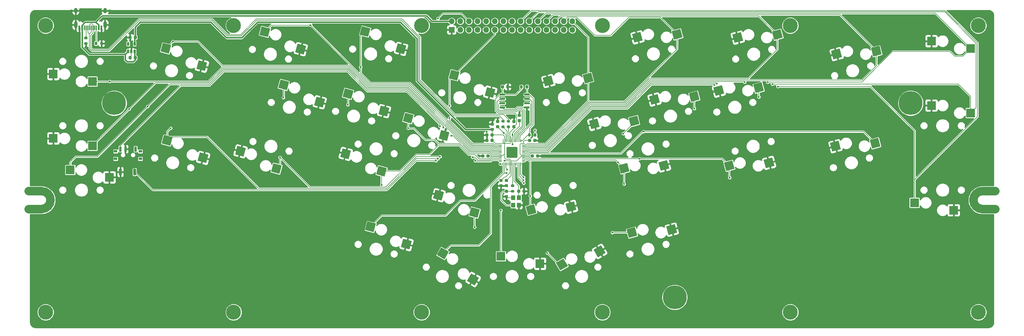
<source format=gbl>
%TF.GenerationSoftware,KiCad,Pcbnew,(5.1.10)-1*%
%TF.CreationDate,2022-02-26T14:39:07-08:00*%
%TF.ProjectId,keefighter,6b656566-6967-4687-9465-722e6b696361,rev?*%
%TF.SameCoordinates,Original*%
%TF.FileFunction,Copper,L2,Bot*%
%TF.FilePolarity,Positive*%
%FSLAX46Y46*%
G04 Gerber Fmt 4.6, Leading zero omitted, Abs format (unit mm)*
G04 Created by KiCad (PCBNEW (5.1.10)-1) date 2022-02-26 14:39:07*
%MOMM*%
%LPD*%
G01*
G04 APERTURE LIST*
%TA.AperFunction,EtchedComponent*%
%ADD10C,2.501900*%
%TD*%
%TA.AperFunction,ComponentPad*%
%ADD11C,7.001300*%
%TD*%
%TA.AperFunction,ComponentPad*%
%ADD12C,7.000240*%
%TD*%
%TA.AperFunction,ComponentPad*%
%ADD13C,1.000000*%
%TD*%
%TA.AperFunction,ComponentPad*%
%ADD14C,4.400000*%
%TD*%
%TA.AperFunction,SMDPad,CuDef*%
%ADD15R,0.600000X1.450000*%
%TD*%
%TA.AperFunction,SMDPad,CuDef*%
%ADD16R,0.300000X1.450000*%
%TD*%
%TA.AperFunction,ComponentPad*%
%ADD17O,1.000000X2.100000*%
%TD*%
%TA.AperFunction,ComponentPad*%
%ADD18O,1.000000X1.600000*%
%TD*%
%TA.AperFunction,ComponentPad*%
%ADD19R,1.700000X1.700000*%
%TD*%
%TA.AperFunction,ComponentPad*%
%ADD20O,1.700000X1.700000*%
%TD*%
%TA.AperFunction,SMDPad,CuDef*%
%ADD21C,0.100000*%
%TD*%
%TA.AperFunction,SMDPad,CuDef*%
%ADD22R,2.600000X2.600000*%
%TD*%
%TA.AperFunction,SMDPad,CuDef*%
%ADD23R,1.000000X0.800000*%
%TD*%
%TA.AperFunction,SMDPad,CuDef*%
%ADD24R,0.700000X1.500000*%
%TD*%
%TA.AperFunction,SMDPad,CuDef*%
%ADD25R,1.200000X1.400000*%
%TD*%
%TA.AperFunction,ComponentPad*%
%ADD26C,0.600000*%
%TD*%
%TA.AperFunction,SMDPad,CuDef*%
%ADD27R,0.650000X1.060000*%
%TD*%
%TA.AperFunction,ViaPad*%
%ADD28C,0.600000*%
%TD*%
%TA.AperFunction,Conductor*%
%ADD29C,0.200000*%
%TD*%
%TA.AperFunction,Conductor*%
%ADD30C,0.400000*%
%TD*%
%TA.AperFunction,Conductor*%
%ADD31C,0.254000*%
%TD*%
%TA.AperFunction,Conductor*%
%ADD32C,0.100000*%
%TD*%
G04 APERTURE END LIST*
D10*
X66517003Y-150965590D02*
X70317003Y-150965590D01*
X66517003Y-156267490D02*
X70317003Y-156267490D01*
X347717003Y-150965590D02*
X351517003Y-150965590D01*
X347717003Y-156267490D02*
X351567003Y-156267490D01*
X347717003Y-156267490D02*
G75*
G02*
X345066053Y-153616540I0J2650950D01*
G01*
X345066053Y-153616540D02*
G75*
G02*
X347717003Y-150965590I2650950J0D01*
G01*
X72967953Y-153616540D02*
G75*
G03*
X70317003Y-150965590I-2650950J0D01*
G01*
X70317003Y-156267490D02*
G75*
G03*
X72967953Y-153616540I0J2650950D01*
G01*
D11*
X91717003Y-125016540D03*
D12*
X257017003Y-182316540D03*
X326567003Y-125016540D03*
D13*
X91717003Y-122716540D03*
X89417003Y-125016540D03*
X94017003Y-125016540D03*
X91717003Y-127316540D03*
X90090657Y-123390194D03*
X93343349Y-123390194D03*
X90090657Y-126642886D03*
X93343349Y-126642886D03*
X326567003Y-122716540D03*
X326567003Y-127316540D03*
X327767003Y-127316540D03*
X325367003Y-127316540D03*
X325367003Y-122716540D03*
X327767003Y-122699540D03*
X257017003Y-180016540D03*
X257017003Y-184616540D03*
X258217003Y-180016540D03*
X255817003Y-180016540D03*
X255817003Y-184616540D03*
X258217003Y-184616540D03*
X72917003Y-153616540D03*
X70317003Y-151016540D03*
X70317003Y-156216540D03*
X72155481Y-151778062D03*
X72155481Y-155455018D03*
X68274968Y-151016540D03*
X68274968Y-156216540D03*
X345117003Y-153616540D03*
X345878525Y-151778062D03*
X347717003Y-151016540D03*
X349759038Y-151016540D03*
X349759038Y-156216540D03*
X347717003Y-156216540D03*
X345878525Y-155455018D03*
D14*
X346517237Y-186716430D03*
X291091534Y-186716431D03*
X235665831Y-186716431D03*
X182368175Y-186716430D03*
X126942325Y-186716430D03*
X71516476Y-186716430D03*
X71516510Y-102116490D03*
X126942343Y-102116303D03*
X182368175Y-102116115D03*
X235665898Y-102116115D03*
X291091450Y-102116403D03*
X346517003Y-102116691D03*
D15*
X87966904Y-102811690D03*
X81466904Y-102811690D03*
X87166904Y-102811690D03*
X82266904Y-102811690D03*
D16*
X82966904Y-102811690D03*
X86466904Y-102811690D03*
X83466904Y-102811690D03*
X85966904Y-102811690D03*
X83966904Y-102811690D03*
X85466904Y-102811690D03*
X84966904Y-102811690D03*
X84466904Y-102811690D03*
D17*
X80396904Y-101896690D03*
X89036904Y-101896690D03*
D18*
X80396904Y-97716690D03*
X89036904Y-97716690D03*
D19*
X191236854Y-103385684D03*
D20*
X191236854Y-100845684D03*
X193776854Y-103385684D03*
X193776854Y-100845684D03*
X196316854Y-103385684D03*
X196316854Y-100845684D03*
X198856854Y-103385684D03*
X198856854Y-100845684D03*
X201396854Y-103385684D03*
X201396854Y-100845684D03*
X203936854Y-103385684D03*
X203936854Y-100845684D03*
X206476854Y-103385684D03*
X206476854Y-100845684D03*
X209016854Y-103385684D03*
X209016854Y-100845684D03*
X211556854Y-103385684D03*
X211556854Y-100845684D03*
X214096854Y-103385684D03*
X214096854Y-100845684D03*
X216636854Y-103385684D03*
X216636854Y-100845684D03*
X219176854Y-103385684D03*
X219176854Y-100845684D03*
X221716854Y-103385684D03*
X221716854Y-100845684D03*
X224256854Y-103385684D03*
X224256854Y-100845684D03*
X226796854Y-103385684D03*
X226796854Y-100845684D03*
%TA.AperFunction,SMDPad,CuDef*%
G36*
G01*
X93166904Y-146116690D02*
X93166904Y-144516690D01*
G75*
G02*
X93366904Y-144316690I200000J0D01*
G01*
X93766904Y-144316690D01*
G75*
G02*
X93966904Y-144516690I0J-200000D01*
G01*
X93966904Y-146116690D01*
G75*
G02*
X93766904Y-146316690I-200000J0D01*
G01*
X93366904Y-146316690D01*
G75*
G02*
X93166904Y-146116690I0J200000D01*
G01*
G37*
%TD.AperFunction*%
%TA.AperFunction,SMDPad,CuDef*%
G36*
G01*
X97366904Y-146116690D02*
X97366904Y-144516690D01*
G75*
G02*
X97566904Y-144316690I200000J0D01*
G01*
X97966904Y-144316690D01*
G75*
G02*
X98166904Y-144516690I0J-200000D01*
G01*
X98166904Y-146116690D01*
G75*
G02*
X97966904Y-146316690I-200000J0D01*
G01*
X97566904Y-146316690D01*
G75*
G02*
X97366904Y-146116690I0J200000D01*
G01*
G37*
%TD.AperFunction*%
%TA.AperFunction,SMDPad,CuDef*%
D21*
G36*
X213759847Y-158044684D02*
G01*
X213086918Y-155533277D01*
X215598325Y-154860348D01*
X216271254Y-157371755D01*
X213759847Y-158044684D01*
G37*
%TD.AperFunction*%
%TA.AperFunction,SMDPad,CuDef*%
G36*
X225485692Y-157180361D02*
G01*
X224812763Y-154668954D01*
X227324170Y-153996025D01*
X227997099Y-156507432D01*
X225485692Y-157180361D01*
G37*
%TD.AperFunction*%
%TA.AperFunction,SMDPad,CuDef*%
G36*
X282642892Y-118838134D02*
G01*
X283315821Y-121349541D01*
X280804414Y-122022470D01*
X280131485Y-119511063D01*
X282642892Y-118838134D01*
G37*
%TD.AperFunction*%
%TA.AperFunction,SMDPad,CuDef*%
G36*
X270917047Y-119702457D02*
G01*
X271589976Y-122213864D01*
X269078569Y-122886793D01*
X268405640Y-120375386D01*
X270917047Y-119702457D01*
G37*
%TD.AperFunction*%
%TA.AperFunction,SMDPad,CuDef*%
G36*
X263672663Y-121457917D02*
G01*
X264345592Y-123969324D01*
X261834185Y-124642253D01*
X261161256Y-122130846D01*
X263672663Y-121457917D01*
G37*
%TD.AperFunction*%
%TA.AperFunction,SMDPad,CuDef*%
G36*
X251946818Y-122322240D02*
G01*
X252619747Y-124833647D01*
X250108340Y-125506576D01*
X249435411Y-122995169D01*
X251946818Y-122322240D01*
G37*
%TD.AperFunction*%
%TA.AperFunction,SMDPad,CuDef*%
G36*
X245933612Y-128669512D02*
G01*
X246606541Y-131180919D01*
X244095134Y-131853848D01*
X243422205Y-129342441D01*
X245933612Y-128669512D01*
G37*
%TD.AperFunction*%
%TA.AperFunction,SMDPad,CuDef*%
G36*
X234207767Y-129533835D02*
G01*
X234880696Y-132045242D01*
X232369289Y-132718171D01*
X231696360Y-130206764D01*
X234207767Y-129533835D01*
G37*
%TD.AperFunction*%
%TA.AperFunction,SMDPad,CuDef*%
G36*
X190597874Y-133625896D02*
G01*
X189924945Y-136137303D01*
X187413538Y-135464374D01*
X188086467Y-132952967D01*
X190597874Y-133625896D01*
G37*
%TD.AperFunction*%
%TA.AperFunction,SMDPad,CuDef*%
G36*
X180010832Y-128511499D02*
G01*
X179337903Y-131022906D01*
X176826496Y-130349977D01*
X177499425Y-127838570D01*
X180010832Y-128511499D01*
G37*
%TD.AperFunction*%
%TA.AperFunction,SMDPad,CuDef*%
G36*
X172858823Y-126414301D02*
G01*
X172185894Y-128925708D01*
X169674487Y-128252779D01*
X170347416Y-125741372D01*
X172858823Y-126414301D01*
G37*
%TD.AperFunction*%
%TA.AperFunction,SMDPad,CuDef*%
G36*
X162271781Y-121299904D02*
G01*
X161598852Y-123811311D01*
X159087445Y-123138382D01*
X159760374Y-120626975D01*
X162271781Y-121299904D01*
G37*
%TD.AperFunction*%
%TA.AperFunction,SMDPad,CuDef*%
G36*
X153888594Y-123794518D02*
G01*
X153215665Y-126305925D01*
X150704258Y-125632996D01*
X151377187Y-123121589D01*
X153888594Y-123794518D01*
G37*
%TD.AperFunction*%
%TA.AperFunction,SMDPad,CuDef*%
G36*
X143301552Y-118680121D02*
G01*
X142628623Y-121191528D01*
X140117216Y-120518599D01*
X140790145Y-118007192D01*
X143301552Y-118680121D01*
G37*
%TD.AperFunction*%
D22*
X327706469Y-154402224D03*
X339256469Y-156602224D03*
%TA.AperFunction,SMDPad,CuDef*%
D21*
G36*
X257037427Y-160721853D02*
G01*
X257710356Y-163233260D01*
X255198949Y-163906189D01*
X254526020Y-161394782D01*
X257037427Y-160721853D01*
G37*
%TD.AperFunction*%
%TA.AperFunction,SMDPad,CuDef*%
G36*
X245311582Y-161586176D02*
G01*
X245984511Y-164097583D01*
X243473104Y-164770512D01*
X242800175Y-162259105D01*
X245311582Y-161586176D01*
G37*
%TD.AperFunction*%
%TA.AperFunction,SMDPad,CuDef*%
G36*
X235315558Y-166960284D02*
G01*
X236615558Y-169211950D01*
X234363892Y-170511950D01*
X233063892Y-168260284D01*
X235315558Y-166960284D01*
G37*
%TD.AperFunction*%
%TA.AperFunction,SMDPad,CuDef*%
G36*
X224212965Y-170830028D02*
G01*
X225512965Y-173081694D01*
X223261299Y-174381694D01*
X221961299Y-172130028D01*
X224212965Y-170830028D01*
G37*
%TD.AperFunction*%
D22*
X217291703Y-172371651D03*
X205741703Y-170171651D03*
%TA.AperFunction,SMDPad,CuDef*%
D21*
G36*
X199302234Y-176535430D02*
G01*
X198002234Y-178787096D01*
X195750568Y-177487096D01*
X197050568Y-175235430D01*
X199302234Y-176535430D01*
G37*
%TD.AperFunction*%
%TA.AperFunction,SMDPad,CuDef*%
G36*
X190399641Y-168855174D02*
G01*
X189099641Y-171106840D01*
X186847975Y-169806840D01*
X188147975Y-167555174D01*
X190399641Y-168855174D01*
G37*
%TD.AperFunction*%
%TA.AperFunction,SMDPad,CuDef*%
G36*
X179494059Y-165678237D02*
G01*
X178821130Y-168189644D01*
X176309723Y-167516715D01*
X176982652Y-165005308D01*
X179494059Y-165678237D01*
G37*
%TD.AperFunction*%
%TA.AperFunction,SMDPad,CuDef*%
G36*
X168907017Y-160563840D02*
G01*
X168234088Y-163075247D01*
X165722681Y-162402318D01*
X166395610Y-159890911D01*
X168907017Y-160563840D01*
G37*
%TD.AperFunction*%
D22*
X90327044Y-146902024D03*
X78777044Y-144702024D03*
X344256469Y-127902224D03*
X332706469Y-125702224D03*
%TA.AperFunction,SMDPad,CuDef*%
D21*
G36*
X317012780Y-135242588D02*
G01*
X317685709Y-137753995D01*
X315174302Y-138426924D01*
X314501373Y-135915517D01*
X317012780Y-135242588D01*
G37*
%TD.AperFunction*%
%TA.AperFunction,SMDPad,CuDef*%
G36*
X305286935Y-136106911D02*
G01*
X305959864Y-138618318D01*
X303448457Y-139291247D01*
X302775528Y-136779840D01*
X305286935Y-136106911D01*
G37*
%TD.AperFunction*%
%TA.AperFunction,SMDPad,CuDef*%
G36*
X272157714Y-145080007D02*
G01*
X271484785Y-142568600D01*
X273996192Y-141895671D01*
X274669121Y-144407078D01*
X272157714Y-145080007D01*
G37*
%TD.AperFunction*%
%TA.AperFunction,SMDPad,CuDef*%
G36*
X283883559Y-144215684D02*
G01*
X283210630Y-141704277D01*
X285722037Y-141031348D01*
X286394966Y-143542755D01*
X283883559Y-144215684D01*
G37*
%TD.AperFunction*%
%TA.AperFunction,SMDPad,CuDef*%
G36*
X241157769Y-145839226D02*
G01*
X240484840Y-143327819D01*
X242996247Y-142654890D01*
X243669176Y-145166297D01*
X241157769Y-145839226D01*
G37*
%TD.AperFunction*%
%TA.AperFunction,SMDPad,CuDef*%
G36*
X252883614Y-144974903D02*
G01*
X252210685Y-142463496D01*
X254722092Y-141790567D01*
X255395021Y-144301974D01*
X252883614Y-144974903D01*
G37*
%TD.AperFunction*%
%TA.AperFunction,SMDPad,CuDef*%
G36*
X185776679Y-153088300D02*
G01*
X186449608Y-150576893D01*
X188961015Y-151249822D01*
X188288086Y-153761229D01*
X185776679Y-153088300D01*
G37*
%TD.AperFunction*%
%TA.AperFunction,SMDPad,CuDef*%
G36*
X196363721Y-158202697D02*
G01*
X197036650Y-155691290D01*
X199548057Y-156364219D01*
X198875128Y-158875626D01*
X196363721Y-158202697D01*
G37*
%TD.AperFunction*%
%TA.AperFunction,SMDPad,CuDef*%
G36*
X158378757Y-140882842D02*
G01*
X159051686Y-138371435D01*
X161563093Y-139044364D01*
X160890164Y-141555771D01*
X158378757Y-140882842D01*
G37*
%TD.AperFunction*%
%TA.AperFunction,SMDPad,CuDef*%
G36*
X168965799Y-145997239D02*
G01*
X169638728Y-143485832D01*
X172150135Y-144158761D01*
X171477206Y-146670168D01*
X168965799Y-145997239D01*
G37*
%TD.AperFunction*%
%TA.AperFunction,SMDPad,CuDef*%
G36*
X127378812Y-140123623D02*
G01*
X128051741Y-137612216D01*
X130563148Y-138285145D01*
X129890219Y-140796552D01*
X127378812Y-140123623D01*
G37*
%TD.AperFunction*%
%TA.AperFunction,SMDPad,CuDef*%
G36*
X137965854Y-145238020D02*
G01*
X138638783Y-142726613D01*
X141150190Y-143399542D01*
X140477261Y-145910949D01*
X137965854Y-145238020D01*
G37*
%TD.AperFunction*%
%TA.AperFunction,SMDPad,CuDef*%
G36*
X119518706Y-140198972D02*
G01*
X118845777Y-142710379D01*
X116334370Y-142037450D01*
X117007299Y-139526043D01*
X119518706Y-140198972D01*
G37*
%TD.AperFunction*%
%TA.AperFunction,SMDPad,CuDef*%
G36*
X108931664Y-135084575D02*
G01*
X108258735Y-137595982D01*
X105747328Y-136923053D01*
X106420257Y-134411646D01*
X108931664Y-135084575D01*
G37*
%TD.AperFunction*%
D22*
X73777044Y-135402024D03*
X85327044Y-137602024D03*
X344256469Y-108902224D03*
X332706469Y-106702224D03*
%TA.AperFunction,SMDPad,CuDef*%
D21*
G36*
X317371769Y-108069026D02*
G01*
X318044698Y-110580433D01*
X315533291Y-111253362D01*
X314860362Y-108741955D01*
X317371769Y-108069026D01*
G37*
%TD.AperFunction*%
%TA.AperFunction,SMDPad,CuDef*%
G36*
X305645924Y-108933349D02*
G01*
X306318853Y-111444756D01*
X303807446Y-112117685D01*
X303134517Y-109606278D01*
X305645924Y-108933349D01*
G37*
%TD.AperFunction*%
%TA.AperFunction,SMDPad,CuDef*%
G36*
X288210459Y-103192313D02*
G01*
X288883388Y-105703720D01*
X286371981Y-106376649D01*
X285699052Y-103865242D01*
X288210459Y-103192313D01*
G37*
%TD.AperFunction*%
%TA.AperFunction,SMDPad,CuDef*%
G36*
X276484614Y-104056636D02*
G01*
X277157543Y-106568043D01*
X274646136Y-107240972D01*
X273973207Y-104729565D01*
X276484614Y-104056636D01*
G37*
%TD.AperFunction*%
%TA.AperFunction,SMDPad,CuDef*%
G36*
X258648273Y-103105806D02*
G01*
X259321202Y-105617213D01*
X256809795Y-106290142D01*
X256136866Y-103778735D01*
X258648273Y-103105806D01*
G37*
%TD.AperFunction*%
%TA.AperFunction,SMDPad,CuDef*%
G36*
X246922428Y-103970129D02*
G01*
X247595357Y-106481536D01*
X245083950Y-107154465D01*
X244411021Y-104643058D01*
X246922428Y-103970129D01*
G37*
%TD.AperFunction*%
%TA.AperFunction,SMDPad,CuDef*%
G36*
X232370481Y-115997004D02*
G01*
X233043410Y-118508411D01*
X230532003Y-119181340D01*
X229859074Y-116669933D01*
X232370481Y-115997004D01*
G37*
%TD.AperFunction*%
%TA.AperFunction,SMDPad,CuDef*%
G36*
X220644636Y-116861327D02*
G01*
X221317565Y-119372734D01*
X218806158Y-120045663D01*
X218133229Y-117534256D01*
X220644636Y-116861327D01*
G37*
%TD.AperFunction*%
%TA.AperFunction,SMDPad,CuDef*%
G36*
X204161005Y-120953388D02*
G01*
X203488076Y-123464795D01*
X200976669Y-122791866D01*
X201649598Y-120280459D01*
X204161005Y-120953388D01*
G37*
%TD.AperFunction*%
%TA.AperFunction,SMDPad,CuDef*%
G36*
X193573963Y-115838991D02*
G01*
X192901034Y-118350398D01*
X190389627Y-117677469D01*
X191062556Y-115166062D01*
X193573963Y-115838991D01*
G37*
%TD.AperFunction*%
%TA.AperFunction,SMDPad,CuDef*%
G36*
X177883213Y-108062190D02*
G01*
X177210284Y-110573597D01*
X174698877Y-109900668D01*
X175371806Y-107389261D01*
X177883213Y-108062190D01*
G37*
%TD.AperFunction*%
%TA.AperFunction,SMDPad,CuDef*%
G36*
X167296171Y-102947793D02*
G01*
X166623242Y-105459200D01*
X164111835Y-104786271D01*
X164784764Y-102274864D01*
X167296171Y-102947793D01*
G37*
%TD.AperFunction*%
%TA.AperFunction,SMDPad,CuDef*%
G36*
X148321027Y-108148697D02*
G01*
X147648098Y-110660104D01*
X145136691Y-109987175D01*
X145809620Y-107475768D01*
X148321027Y-108148697D01*
G37*
%TD.AperFunction*%
%TA.AperFunction,SMDPad,CuDef*%
G36*
X137733985Y-103034300D02*
G01*
X137061056Y-105545707D01*
X134549649Y-104872778D01*
X135222578Y-102361371D01*
X137733985Y-103034300D01*
G37*
%TD.AperFunction*%
%TA.AperFunction,SMDPad,CuDef*%
G36*
X119159717Y-113025410D02*
G01*
X118486788Y-115536817D01*
X115975381Y-114863888D01*
X116648310Y-112352481D01*
X119159717Y-113025410D01*
G37*
%TD.AperFunction*%
%TA.AperFunction,SMDPad,CuDef*%
G36*
X108572675Y-107911013D02*
G01*
X107899746Y-110422420D01*
X105388339Y-109749491D01*
X106061268Y-107238084D01*
X108572675Y-107911013D01*
G37*
%TD.AperFunction*%
D22*
X73777044Y-116402024D03*
X85327044Y-118602024D03*
%TA.AperFunction,SMDPad,CuDef*%
G36*
G01*
X83125000Y-107025000D02*
X83675000Y-107025000D01*
G75*
G02*
X83875000Y-107225000I0J-200000D01*
G01*
X83875000Y-107625000D01*
G75*
G02*
X83675000Y-107825000I-200000J0D01*
G01*
X83125000Y-107825000D01*
G75*
G02*
X82925000Y-107625000I0J200000D01*
G01*
X82925000Y-107225000D01*
G75*
G02*
X83125000Y-107025000I200000J0D01*
G01*
G37*
%TD.AperFunction*%
%TA.AperFunction,SMDPad,CuDef*%
G36*
G01*
X83125000Y-105375000D02*
X83675000Y-105375000D01*
G75*
G02*
X83875000Y-105575000I0J-200000D01*
G01*
X83875000Y-105975000D01*
G75*
G02*
X83675000Y-106175000I-200000J0D01*
G01*
X83125000Y-106175000D01*
G75*
G02*
X82925000Y-105975000I0J200000D01*
G01*
X82925000Y-105575000D01*
G75*
G02*
X83125000Y-105375000I200000J0D01*
G01*
G37*
%TD.AperFunction*%
%TA.AperFunction,SMDPad,CuDef*%
G36*
G01*
X87625000Y-107675000D02*
X87625000Y-107125000D01*
G75*
G02*
X87825000Y-106925000I200000J0D01*
G01*
X88225000Y-106925000D01*
G75*
G02*
X88425000Y-107125000I0J-200000D01*
G01*
X88425000Y-107675000D01*
G75*
G02*
X88225000Y-107875000I-200000J0D01*
G01*
X87825000Y-107875000D01*
G75*
G02*
X87625000Y-107675000I0J200000D01*
G01*
G37*
%TD.AperFunction*%
%TA.AperFunction,SMDPad,CuDef*%
G36*
G01*
X85975000Y-107675000D02*
X85975000Y-107125000D01*
G75*
G02*
X86175000Y-106925000I200000J0D01*
G01*
X86575000Y-106925000D01*
G75*
G02*
X86775000Y-107125000I0J-200000D01*
G01*
X86775000Y-107675000D01*
G75*
G02*
X86575000Y-107875000I-200000J0D01*
G01*
X86175000Y-107875000D01*
G75*
G02*
X85975000Y-107675000I0J200000D01*
G01*
G37*
%TD.AperFunction*%
%TA.AperFunction,SMDPad,CuDef*%
G36*
G01*
X209475000Y-149775000D02*
X208925000Y-149775000D01*
G75*
G02*
X208725000Y-149575000I0J200000D01*
G01*
X208725000Y-149175000D01*
G75*
G02*
X208925000Y-148975000I200000J0D01*
G01*
X209475000Y-148975000D01*
G75*
G02*
X209675000Y-149175000I0J-200000D01*
G01*
X209675000Y-149575000D01*
G75*
G02*
X209475000Y-149775000I-200000J0D01*
G01*
G37*
%TD.AperFunction*%
%TA.AperFunction,SMDPad,CuDef*%
G36*
G01*
X209475000Y-151425000D02*
X208925000Y-151425000D01*
G75*
G02*
X208725000Y-151225000I0J200000D01*
G01*
X208725000Y-150825000D01*
G75*
G02*
X208925000Y-150625000I200000J0D01*
G01*
X209475000Y-150625000D01*
G75*
G02*
X209675000Y-150825000I0J-200000D01*
G01*
X209675000Y-151225000D01*
G75*
G02*
X209475000Y-151425000I-200000J0D01*
G01*
G37*
%TD.AperFunction*%
%TA.AperFunction,SMDPad,CuDef*%
G36*
G01*
X206125000Y-131625000D02*
X206675000Y-131625000D01*
G75*
G02*
X206875000Y-131825000I0J-200000D01*
G01*
X206875000Y-132225000D01*
G75*
G02*
X206675000Y-132425000I-200000J0D01*
G01*
X206125000Y-132425000D01*
G75*
G02*
X205925000Y-132225000I0J200000D01*
G01*
X205925000Y-131825000D01*
G75*
G02*
X206125000Y-131625000I200000J0D01*
G01*
G37*
%TD.AperFunction*%
%TA.AperFunction,SMDPad,CuDef*%
G36*
G01*
X206125000Y-129975000D02*
X206675000Y-129975000D01*
G75*
G02*
X206875000Y-130175000I0J-200000D01*
G01*
X206875000Y-130575000D01*
G75*
G02*
X206675000Y-130775000I-200000J0D01*
G01*
X206125000Y-130775000D01*
G75*
G02*
X205925000Y-130575000I0J200000D01*
G01*
X205925000Y-130175000D01*
G75*
G02*
X206125000Y-129975000I200000J0D01*
G01*
G37*
%TD.AperFunction*%
%TA.AperFunction,SMDPad,CuDef*%
G36*
G01*
X207725000Y-131625000D02*
X208275000Y-131625000D01*
G75*
G02*
X208475000Y-131825000I0J-200000D01*
G01*
X208475000Y-132225000D01*
G75*
G02*
X208275000Y-132425000I-200000J0D01*
G01*
X207725000Y-132425000D01*
G75*
G02*
X207525000Y-132225000I0J200000D01*
G01*
X207525000Y-131825000D01*
G75*
G02*
X207725000Y-131625000I200000J0D01*
G01*
G37*
%TD.AperFunction*%
%TA.AperFunction,SMDPad,CuDef*%
G36*
G01*
X207725000Y-129975000D02*
X208275000Y-129975000D01*
G75*
G02*
X208475000Y-130175000I0J-200000D01*
G01*
X208475000Y-130575000D01*
G75*
G02*
X208275000Y-130775000I-200000J0D01*
G01*
X207725000Y-130775000D01*
G75*
G02*
X207525000Y-130575000I0J200000D01*
G01*
X207525000Y-130175000D01*
G75*
G02*
X207725000Y-129975000I200000J0D01*
G01*
G37*
%TD.AperFunction*%
%TA.AperFunction,SMDPad,CuDef*%
G36*
G01*
X213025000Y-120475000D02*
X213025000Y-119925000D01*
G75*
G02*
X213225000Y-119725000I200000J0D01*
G01*
X213625000Y-119725000D01*
G75*
G02*
X213825000Y-119925000I0J-200000D01*
G01*
X213825000Y-120475000D01*
G75*
G02*
X213625000Y-120675000I-200000J0D01*
G01*
X213225000Y-120675000D01*
G75*
G02*
X213025000Y-120475000I0J200000D01*
G01*
G37*
%TD.AperFunction*%
%TA.AperFunction,SMDPad,CuDef*%
G36*
G01*
X211375000Y-120475000D02*
X211375000Y-119925000D01*
G75*
G02*
X211575000Y-119725000I200000J0D01*
G01*
X211975000Y-119725000D01*
G75*
G02*
X212175000Y-119925000I0J-200000D01*
G01*
X212175000Y-120475000D01*
G75*
G02*
X211975000Y-120675000I-200000J0D01*
G01*
X211575000Y-120675000D01*
G75*
G02*
X211375000Y-120475000I0J200000D01*
G01*
G37*
%TD.AperFunction*%
%TA.AperFunction,SMDPad,CuDef*%
G36*
G01*
X215425000Y-134675000D02*
X215425000Y-134125000D01*
G75*
G02*
X215625000Y-133925000I200000J0D01*
G01*
X216025000Y-133925000D01*
G75*
G02*
X216225000Y-134125000I0J-200000D01*
G01*
X216225000Y-134675000D01*
G75*
G02*
X216025000Y-134875000I-200000J0D01*
G01*
X215625000Y-134875000D01*
G75*
G02*
X215425000Y-134675000I0J200000D01*
G01*
G37*
%TD.AperFunction*%
%TA.AperFunction,SMDPad,CuDef*%
G36*
G01*
X213775000Y-134675000D02*
X213775000Y-134125000D01*
G75*
G02*
X213975000Y-133925000I200000J0D01*
G01*
X214375000Y-133925000D01*
G75*
G02*
X214575000Y-134125000I0J-200000D01*
G01*
X214575000Y-134675000D01*
G75*
G02*
X214375000Y-134875000I-200000J0D01*
G01*
X213975000Y-134875000D01*
G75*
G02*
X213775000Y-134675000I0J200000D01*
G01*
G37*
%TD.AperFunction*%
%TA.AperFunction,SMDPad,CuDef*%
G36*
G01*
X202075000Y-134150000D02*
X202075000Y-134650000D01*
G75*
G02*
X201850000Y-134875000I-225000J0D01*
G01*
X201400000Y-134875000D01*
G75*
G02*
X201175000Y-134650000I0J225000D01*
G01*
X201175000Y-134150000D01*
G75*
G02*
X201400000Y-133925000I225000J0D01*
G01*
X201850000Y-133925000D01*
G75*
G02*
X202075000Y-134150000I0J-225000D01*
G01*
G37*
%TD.AperFunction*%
%TA.AperFunction,SMDPad,CuDef*%
G36*
G01*
X203625000Y-134150000D02*
X203625000Y-134650000D01*
G75*
G02*
X203400000Y-134875000I-225000J0D01*
G01*
X202950000Y-134875000D01*
G75*
G02*
X202725000Y-134650000I0J225000D01*
G01*
X202725000Y-134150000D01*
G75*
G02*
X202950000Y-133925000I225000J0D01*
G01*
X203400000Y-133925000D01*
G75*
G02*
X203625000Y-134150000I0J-225000D01*
G01*
G37*
%TD.AperFunction*%
%TA.AperFunction,SMDPad,CuDef*%
G36*
G01*
X202075000Y-135750000D02*
X202075000Y-136250000D01*
G75*
G02*
X201850000Y-136475000I-225000J0D01*
G01*
X201400000Y-136475000D01*
G75*
G02*
X201175000Y-136250000I0J225000D01*
G01*
X201175000Y-135750000D01*
G75*
G02*
X201400000Y-135525000I225000J0D01*
G01*
X201850000Y-135525000D01*
G75*
G02*
X202075000Y-135750000I0J-225000D01*
G01*
G37*
%TD.AperFunction*%
%TA.AperFunction,SMDPad,CuDef*%
G36*
G01*
X203625000Y-135750000D02*
X203625000Y-136250000D01*
G75*
G02*
X203400000Y-136475000I-225000J0D01*
G01*
X202950000Y-136475000D01*
G75*
G02*
X202725000Y-136250000I0J225000D01*
G01*
X202725000Y-135750000D01*
G75*
G02*
X202950000Y-135525000I225000J0D01*
G01*
X203400000Y-135525000D01*
G75*
G02*
X203625000Y-135750000I0J-225000D01*
G01*
G37*
%TD.AperFunction*%
%TA.AperFunction,SMDPad,CuDef*%
G36*
G01*
X207150000Y-148925000D02*
X207650000Y-148925000D01*
G75*
G02*
X207875000Y-149150000I0J-225000D01*
G01*
X207875000Y-149600000D01*
G75*
G02*
X207650000Y-149825000I-225000J0D01*
G01*
X207150000Y-149825000D01*
G75*
G02*
X206925000Y-149600000I0J225000D01*
G01*
X206925000Y-149150000D01*
G75*
G02*
X207150000Y-148925000I225000J0D01*
G01*
G37*
%TD.AperFunction*%
%TA.AperFunction,SMDPad,CuDef*%
G36*
G01*
X207150000Y-147375000D02*
X207650000Y-147375000D01*
G75*
G02*
X207875000Y-147600000I0J-225000D01*
G01*
X207875000Y-148050000D01*
G75*
G02*
X207650000Y-148275000I-225000J0D01*
G01*
X207150000Y-148275000D01*
G75*
G02*
X206925000Y-148050000I0J225000D01*
G01*
X206925000Y-147600000D01*
G75*
G02*
X207150000Y-147375000I225000J0D01*
G01*
G37*
%TD.AperFunction*%
%TA.AperFunction,SMDPad,CuDef*%
G36*
G01*
X216125000Y-140850000D02*
X216125000Y-140350000D01*
G75*
G02*
X216350000Y-140125000I225000J0D01*
G01*
X216800000Y-140125000D01*
G75*
G02*
X217025000Y-140350000I0J-225000D01*
G01*
X217025000Y-140850000D01*
G75*
G02*
X216800000Y-141075000I-225000J0D01*
G01*
X216350000Y-141075000D01*
G75*
G02*
X216125000Y-140850000I0J225000D01*
G01*
G37*
%TD.AperFunction*%
%TA.AperFunction,SMDPad,CuDef*%
G36*
G01*
X214575000Y-140850000D02*
X214575000Y-140350000D01*
G75*
G02*
X214800000Y-140125000I225000J0D01*
G01*
X215250000Y-140125000D01*
G75*
G02*
X215475000Y-140350000I0J-225000D01*
G01*
X215475000Y-140850000D01*
G75*
G02*
X215250000Y-141075000I-225000J0D01*
G01*
X214800000Y-141075000D01*
G75*
G02*
X214575000Y-140850000I0J225000D01*
G01*
G37*
%TD.AperFunction*%
%TA.AperFunction,SMDPad,CuDef*%
G36*
G01*
X200875000Y-140350000D02*
X200875000Y-140850000D01*
G75*
G02*
X200650000Y-141075000I-225000J0D01*
G01*
X200200000Y-141075000D01*
G75*
G02*
X199975000Y-140850000I0J225000D01*
G01*
X199975000Y-140350000D01*
G75*
G02*
X200200000Y-140125000I225000J0D01*
G01*
X200650000Y-140125000D01*
G75*
G02*
X200875000Y-140350000I0J-225000D01*
G01*
G37*
%TD.AperFunction*%
%TA.AperFunction,SMDPad,CuDef*%
G36*
G01*
X202425000Y-140350000D02*
X202425000Y-140850000D01*
G75*
G02*
X202200000Y-141075000I-225000J0D01*
G01*
X201750000Y-141075000D01*
G75*
G02*
X201525000Y-140850000I0J225000D01*
G01*
X201525000Y-140350000D01*
G75*
G02*
X201750000Y-140125000I225000J0D01*
G01*
X202200000Y-140125000D01*
G75*
G02*
X202425000Y-140350000I0J-225000D01*
G01*
G37*
%TD.AperFunction*%
%TA.AperFunction,SMDPad,CuDef*%
G36*
G01*
X215325000Y-136250000D02*
X215325000Y-135750000D01*
G75*
G02*
X215550000Y-135525000I225000J0D01*
G01*
X216000000Y-135525000D01*
G75*
G02*
X216225000Y-135750000I0J-225000D01*
G01*
X216225000Y-136250000D01*
G75*
G02*
X216000000Y-136475000I-225000J0D01*
G01*
X215550000Y-136475000D01*
G75*
G02*
X215325000Y-136250000I0J225000D01*
G01*
G37*
%TD.AperFunction*%
%TA.AperFunction,SMDPad,CuDef*%
G36*
G01*
X213775000Y-136250000D02*
X213775000Y-135750000D01*
G75*
G02*
X214000000Y-135525000I225000J0D01*
G01*
X214450000Y-135525000D01*
G75*
G02*
X214675000Y-135750000I0J-225000D01*
G01*
X214675000Y-136250000D01*
G75*
G02*
X214450000Y-136475000I-225000J0D01*
G01*
X214000000Y-136475000D01*
G75*
G02*
X213775000Y-136250000I0J225000D01*
G01*
G37*
%TD.AperFunction*%
%TA.AperFunction,SMDPad,CuDef*%
G36*
G01*
X203450000Y-131675000D02*
X202950000Y-131675000D01*
G75*
G02*
X202725000Y-131450000I0J225000D01*
G01*
X202725000Y-131000000D01*
G75*
G02*
X202950000Y-130775000I225000J0D01*
G01*
X203450000Y-130775000D01*
G75*
G02*
X203675000Y-131000000I0J-225000D01*
G01*
X203675000Y-131450000D01*
G75*
G02*
X203450000Y-131675000I-225000J0D01*
G01*
G37*
%TD.AperFunction*%
%TA.AperFunction,SMDPad,CuDef*%
G36*
G01*
X203450000Y-133225000D02*
X202950000Y-133225000D01*
G75*
G02*
X202725000Y-133000000I0J225000D01*
G01*
X202725000Y-132550000D01*
G75*
G02*
X202950000Y-132325000I225000J0D01*
G01*
X203450000Y-132325000D01*
G75*
G02*
X203675000Y-132550000I0J-225000D01*
G01*
X203675000Y-133000000D01*
G75*
G02*
X203450000Y-133225000I-225000J0D01*
G01*
G37*
%TD.AperFunction*%
%TA.AperFunction,SMDPad,CuDef*%
G36*
G01*
X209850000Y-130875000D02*
X209350000Y-130875000D01*
G75*
G02*
X209125000Y-130650000I0J225000D01*
G01*
X209125000Y-130200000D01*
G75*
G02*
X209350000Y-129975000I225000J0D01*
G01*
X209850000Y-129975000D01*
G75*
G02*
X210075000Y-130200000I0J-225000D01*
G01*
X210075000Y-130650000D01*
G75*
G02*
X209850000Y-130875000I-225000J0D01*
G01*
G37*
%TD.AperFunction*%
%TA.AperFunction,SMDPad,CuDef*%
G36*
G01*
X209850000Y-132425000D02*
X209350000Y-132425000D01*
G75*
G02*
X209125000Y-132200000I0J225000D01*
G01*
X209125000Y-131750000D01*
G75*
G02*
X209350000Y-131525000I225000J0D01*
G01*
X209850000Y-131525000D01*
G75*
G02*
X210075000Y-131750000I0J-225000D01*
G01*
X210075000Y-132200000D01*
G75*
G02*
X209850000Y-132425000I-225000J0D01*
G01*
G37*
%TD.AperFunction*%
%TA.AperFunction,SMDPad,CuDef*%
G36*
G01*
X205050000Y-130875000D02*
X204550000Y-130875000D01*
G75*
G02*
X204325000Y-130650000I0J225000D01*
G01*
X204325000Y-130200000D01*
G75*
G02*
X204550000Y-129975000I225000J0D01*
G01*
X205050000Y-129975000D01*
G75*
G02*
X205275000Y-130200000I0J-225000D01*
G01*
X205275000Y-130650000D01*
G75*
G02*
X205050000Y-130875000I-225000J0D01*
G01*
G37*
%TD.AperFunction*%
%TA.AperFunction,SMDPad,CuDef*%
G36*
G01*
X205050000Y-132425000D02*
X204550000Y-132425000D01*
G75*
G02*
X204325000Y-132200000I0J225000D01*
G01*
X204325000Y-131750000D01*
G75*
G02*
X204550000Y-131525000I225000J0D01*
G01*
X205050000Y-131525000D01*
G75*
G02*
X205275000Y-131750000I0J-225000D01*
G01*
X205275000Y-132200000D01*
G75*
G02*
X205050000Y-132425000I-225000J0D01*
G01*
G37*
%TD.AperFunction*%
%TA.AperFunction,SMDPad,CuDef*%
G36*
G01*
X205550000Y-148925000D02*
X206050000Y-148925000D01*
G75*
G02*
X206275000Y-149150000I0J-225000D01*
G01*
X206275000Y-149600000D01*
G75*
G02*
X206050000Y-149825000I-225000J0D01*
G01*
X205550000Y-149825000D01*
G75*
G02*
X205325000Y-149600000I0J225000D01*
G01*
X205325000Y-149150000D01*
G75*
G02*
X205550000Y-148925000I225000J0D01*
G01*
G37*
%TD.AperFunction*%
%TA.AperFunction,SMDPad,CuDef*%
G36*
G01*
X205550000Y-147375000D02*
X206050000Y-147375000D01*
G75*
G02*
X206275000Y-147600000I0J-225000D01*
G01*
X206275000Y-148050000D01*
G75*
G02*
X206050000Y-148275000I-225000J0D01*
G01*
X205550000Y-148275000D01*
G75*
G02*
X205325000Y-148050000I0J225000D01*
G01*
X205325000Y-147600000D01*
G75*
G02*
X205550000Y-147375000I225000J0D01*
G01*
G37*
%TD.AperFunction*%
%TA.AperFunction,SMDPad,CuDef*%
G36*
G01*
X211450000Y-129075000D02*
X210950000Y-129075000D01*
G75*
G02*
X210725000Y-128850000I0J225000D01*
G01*
X210725000Y-128400000D01*
G75*
G02*
X210950000Y-128175000I225000J0D01*
G01*
X211450000Y-128175000D01*
G75*
G02*
X211675000Y-128400000I0J-225000D01*
G01*
X211675000Y-128850000D01*
G75*
G02*
X211450000Y-129075000I-225000J0D01*
G01*
G37*
%TD.AperFunction*%
%TA.AperFunction,SMDPad,CuDef*%
G36*
G01*
X211450000Y-130625000D02*
X210950000Y-130625000D01*
G75*
G02*
X210725000Y-130400000I0J225000D01*
G01*
X210725000Y-129950000D01*
G75*
G02*
X210950000Y-129725000I225000J0D01*
G01*
X211450000Y-129725000D01*
G75*
G02*
X211675000Y-129950000I0J-225000D01*
G01*
X211675000Y-130400000D01*
G75*
G02*
X211450000Y-130625000I-225000J0D01*
G01*
G37*
%TD.AperFunction*%
%TA.AperFunction,SMDPad,CuDef*%
G36*
G01*
X207325000Y-120450000D02*
X207325000Y-119950000D01*
G75*
G02*
X207550000Y-119725000I225000J0D01*
G01*
X208000000Y-119725000D01*
G75*
G02*
X208225000Y-119950000I0J-225000D01*
G01*
X208225000Y-120450000D01*
G75*
G02*
X208000000Y-120675000I-225000J0D01*
G01*
X207550000Y-120675000D01*
G75*
G02*
X207325000Y-120450000I0J225000D01*
G01*
G37*
%TD.AperFunction*%
%TA.AperFunction,SMDPad,CuDef*%
G36*
G01*
X205775000Y-120450000D02*
X205775000Y-119950000D01*
G75*
G02*
X206000000Y-119725000I225000J0D01*
G01*
X206450000Y-119725000D01*
G75*
G02*
X206675000Y-119950000I0J-225000D01*
G01*
X206675000Y-120450000D01*
G75*
G02*
X206450000Y-120675000I-225000J0D01*
G01*
X206000000Y-120675000D01*
G75*
G02*
X205775000Y-120450000I0J225000D01*
G01*
G37*
%TD.AperFunction*%
%TA.AperFunction,SMDPad,CuDef*%
G36*
G01*
X96875000Y-105350000D02*
X96875000Y-105850000D01*
G75*
G02*
X96650000Y-106075000I-225000J0D01*
G01*
X96200000Y-106075000D01*
G75*
G02*
X95975000Y-105850000I0J225000D01*
G01*
X95975000Y-105350000D01*
G75*
G02*
X96200000Y-105125000I225000J0D01*
G01*
X96650000Y-105125000D01*
G75*
G02*
X96875000Y-105350000I0J-225000D01*
G01*
G37*
%TD.AperFunction*%
%TA.AperFunction,SMDPad,CuDef*%
G36*
G01*
X98425000Y-105350000D02*
X98425000Y-105850000D01*
G75*
G02*
X98200000Y-106075000I-225000J0D01*
G01*
X97750000Y-106075000D01*
G75*
G02*
X97525000Y-105850000I0J225000D01*
G01*
X97525000Y-105350000D01*
G75*
G02*
X97750000Y-105125000I225000J0D01*
G01*
X98200000Y-105125000D01*
G75*
G02*
X98425000Y-105350000I0J-225000D01*
G01*
G37*
%TD.AperFunction*%
%TA.AperFunction,SMDPad,CuDef*%
G36*
G01*
X207150000Y-152125000D02*
X207650000Y-152125000D01*
G75*
G02*
X207875000Y-152350000I0J-225000D01*
G01*
X207875000Y-152800000D01*
G75*
G02*
X207650000Y-153025000I-225000J0D01*
G01*
X207150000Y-153025000D01*
G75*
G02*
X206925000Y-152800000I0J225000D01*
G01*
X206925000Y-152350000D01*
G75*
G02*
X207150000Y-152125000I225000J0D01*
G01*
G37*
%TD.AperFunction*%
%TA.AperFunction,SMDPad,CuDef*%
G36*
G01*
X207150000Y-150575000D02*
X207650000Y-150575000D01*
G75*
G02*
X207875000Y-150800000I0J-225000D01*
G01*
X207875000Y-151250000D01*
G75*
G02*
X207650000Y-151475000I-225000J0D01*
G01*
X207150000Y-151475000D01*
G75*
G02*
X206925000Y-151250000I0J225000D01*
G01*
X206925000Y-150800000D01*
G75*
G02*
X207150000Y-150575000I225000J0D01*
G01*
G37*
%TD.AperFunction*%
%TA.AperFunction,SMDPad,CuDef*%
G36*
G01*
X211475000Y-150750000D02*
X211475000Y-151250000D01*
G75*
G02*
X211250000Y-151475000I-225000J0D01*
G01*
X210800000Y-151475000D01*
G75*
G02*
X210575000Y-151250000I0J225000D01*
G01*
X210575000Y-150750000D01*
G75*
G02*
X210800000Y-150525000I225000J0D01*
G01*
X211250000Y-150525000D01*
G75*
G02*
X211475000Y-150750000I0J-225000D01*
G01*
G37*
%TD.AperFunction*%
%TA.AperFunction,SMDPad,CuDef*%
G36*
G01*
X213025000Y-150750000D02*
X213025000Y-151250000D01*
G75*
G02*
X212800000Y-151475000I-225000J0D01*
G01*
X212350000Y-151475000D01*
G75*
G02*
X212125000Y-151250000I0J225000D01*
G01*
X212125000Y-150750000D01*
G75*
G02*
X212350000Y-150525000I225000J0D01*
G01*
X212800000Y-150525000D01*
G75*
G02*
X213025000Y-150750000I0J-225000D01*
G01*
G37*
%TD.AperFunction*%
%TA.AperFunction,SMDPad,CuDef*%
G36*
G01*
X96875000Y-111350000D02*
X96875000Y-111850000D01*
G75*
G02*
X96650000Y-112075000I-225000J0D01*
G01*
X96200000Y-112075000D01*
G75*
G02*
X95975000Y-111850000I0J225000D01*
G01*
X95975000Y-111350000D01*
G75*
G02*
X96200000Y-111125000I225000J0D01*
G01*
X96650000Y-111125000D01*
G75*
G02*
X96875000Y-111350000I0J-225000D01*
G01*
G37*
%TD.AperFunction*%
%TA.AperFunction,SMDPad,CuDef*%
G36*
G01*
X98425000Y-111350000D02*
X98425000Y-111850000D01*
G75*
G02*
X98200000Y-112075000I-225000J0D01*
G01*
X97750000Y-112075000D01*
G75*
G02*
X97525000Y-111850000I0J225000D01*
G01*
X97525000Y-111350000D01*
G75*
G02*
X97750000Y-111125000I225000J0D01*
G01*
X98200000Y-111125000D01*
G75*
G02*
X98425000Y-111350000I0J-225000D01*
G01*
G37*
%TD.AperFunction*%
D23*
X99450000Y-139220000D03*
X92150000Y-139220000D03*
X92150000Y-141430000D03*
X99450000Y-141430000D03*
D24*
X93550000Y-138570000D03*
X95050000Y-138570000D03*
X98050000Y-138570000D03*
D25*
X209350000Y-152900000D03*
X209350000Y-155100000D03*
X211050000Y-155100000D03*
X211050000Y-152900000D03*
%TA.AperFunction,SMDPad,CuDef*%
G36*
G01*
X211717003Y-135704040D02*
X211717003Y-136479040D01*
G75*
G02*
X211667003Y-136529040I-50000J0D01*
G01*
X211567003Y-136529040D01*
G75*
G02*
X211517003Y-136479040I0J50000D01*
G01*
X211517003Y-135704040D01*
G75*
G02*
X211567003Y-135654040I50000J0D01*
G01*
X211667003Y-135654040D01*
G75*
G02*
X211717003Y-135704040I0J-50000D01*
G01*
G37*
%TD.AperFunction*%
%TA.AperFunction,SMDPad,CuDef*%
G36*
G01*
X211317003Y-135704040D02*
X211317003Y-136479040D01*
G75*
G02*
X211267003Y-136529040I-50000J0D01*
G01*
X211167003Y-136529040D01*
G75*
G02*
X211117003Y-136479040I0J50000D01*
G01*
X211117003Y-135704040D01*
G75*
G02*
X211167003Y-135654040I50000J0D01*
G01*
X211267003Y-135654040D01*
G75*
G02*
X211317003Y-135704040I0J-50000D01*
G01*
G37*
%TD.AperFunction*%
%TA.AperFunction,SMDPad,CuDef*%
G36*
G01*
X210917003Y-135704040D02*
X210917003Y-136479040D01*
G75*
G02*
X210867003Y-136529040I-50000J0D01*
G01*
X210767003Y-136529040D01*
G75*
G02*
X210717003Y-136479040I0J50000D01*
G01*
X210717003Y-135704040D01*
G75*
G02*
X210767003Y-135654040I50000J0D01*
G01*
X210867003Y-135654040D01*
G75*
G02*
X210917003Y-135704040I0J-50000D01*
G01*
G37*
%TD.AperFunction*%
%TA.AperFunction,SMDPad,CuDef*%
G36*
G01*
X210517003Y-135704040D02*
X210517003Y-136479040D01*
G75*
G02*
X210467003Y-136529040I-50000J0D01*
G01*
X210367003Y-136529040D01*
G75*
G02*
X210317003Y-136479040I0J50000D01*
G01*
X210317003Y-135704040D01*
G75*
G02*
X210367003Y-135654040I50000J0D01*
G01*
X210467003Y-135654040D01*
G75*
G02*
X210517003Y-135704040I0J-50000D01*
G01*
G37*
%TD.AperFunction*%
%TA.AperFunction,SMDPad,CuDef*%
G36*
G01*
X210117003Y-135704040D02*
X210117003Y-136479040D01*
G75*
G02*
X210067003Y-136529040I-50000J0D01*
G01*
X209967003Y-136529040D01*
G75*
G02*
X209917003Y-136479040I0J50000D01*
G01*
X209917003Y-135704040D01*
G75*
G02*
X209967003Y-135654040I50000J0D01*
G01*
X210067003Y-135654040D01*
G75*
G02*
X210117003Y-135704040I0J-50000D01*
G01*
G37*
%TD.AperFunction*%
%TA.AperFunction,SMDPad,CuDef*%
G36*
G01*
X209717003Y-135704040D02*
X209717003Y-136479040D01*
G75*
G02*
X209667003Y-136529040I-50000J0D01*
G01*
X209567003Y-136529040D01*
G75*
G02*
X209517003Y-136479040I0J50000D01*
G01*
X209517003Y-135704040D01*
G75*
G02*
X209567003Y-135654040I50000J0D01*
G01*
X209667003Y-135654040D01*
G75*
G02*
X209717003Y-135704040I0J-50000D01*
G01*
G37*
%TD.AperFunction*%
%TA.AperFunction,SMDPad,CuDef*%
G36*
G01*
X209317003Y-135704040D02*
X209317003Y-136479040D01*
G75*
G02*
X209267003Y-136529040I-50000J0D01*
G01*
X209167003Y-136529040D01*
G75*
G02*
X209117003Y-136479040I0J50000D01*
G01*
X209117003Y-135704040D01*
G75*
G02*
X209167003Y-135654040I50000J0D01*
G01*
X209267003Y-135654040D01*
G75*
G02*
X209317003Y-135704040I0J-50000D01*
G01*
G37*
%TD.AperFunction*%
%TA.AperFunction,SMDPad,CuDef*%
G36*
G01*
X208917003Y-135704040D02*
X208917003Y-136479040D01*
G75*
G02*
X208867003Y-136529040I-50000J0D01*
G01*
X208767003Y-136529040D01*
G75*
G02*
X208717003Y-136479040I0J50000D01*
G01*
X208717003Y-135704040D01*
G75*
G02*
X208767003Y-135654040I50000J0D01*
G01*
X208867003Y-135654040D01*
G75*
G02*
X208917003Y-135704040I0J-50000D01*
G01*
G37*
%TD.AperFunction*%
%TA.AperFunction,SMDPad,CuDef*%
G36*
G01*
X208517003Y-135704040D02*
X208517003Y-136479040D01*
G75*
G02*
X208467003Y-136529040I-50000J0D01*
G01*
X208367003Y-136529040D01*
G75*
G02*
X208317003Y-136479040I0J50000D01*
G01*
X208317003Y-135704040D01*
G75*
G02*
X208367003Y-135654040I50000J0D01*
G01*
X208467003Y-135654040D01*
G75*
G02*
X208517003Y-135704040I0J-50000D01*
G01*
G37*
%TD.AperFunction*%
%TA.AperFunction,SMDPad,CuDef*%
G36*
G01*
X208117003Y-135704040D02*
X208117003Y-136479040D01*
G75*
G02*
X208067003Y-136529040I-50000J0D01*
G01*
X207967003Y-136529040D01*
G75*
G02*
X207917003Y-136479040I0J50000D01*
G01*
X207917003Y-135704040D01*
G75*
G02*
X207967003Y-135654040I50000J0D01*
G01*
X208067003Y-135654040D01*
G75*
G02*
X208117003Y-135704040I0J-50000D01*
G01*
G37*
%TD.AperFunction*%
%TA.AperFunction,SMDPad,CuDef*%
G36*
G01*
X207717003Y-135704040D02*
X207717003Y-136479040D01*
G75*
G02*
X207667003Y-136529040I-50000J0D01*
G01*
X207567003Y-136529040D01*
G75*
G02*
X207517003Y-136479040I0J50000D01*
G01*
X207517003Y-135704040D01*
G75*
G02*
X207567003Y-135654040I50000J0D01*
G01*
X207667003Y-135654040D01*
G75*
G02*
X207717003Y-135704040I0J-50000D01*
G01*
G37*
%TD.AperFunction*%
%TA.AperFunction,SMDPad,CuDef*%
G36*
G01*
X207317003Y-135704040D02*
X207317003Y-136479040D01*
G75*
G02*
X207267003Y-136529040I-50000J0D01*
G01*
X207167003Y-136529040D01*
G75*
G02*
X207117003Y-136479040I0J50000D01*
G01*
X207117003Y-135704040D01*
G75*
G02*
X207167003Y-135654040I50000J0D01*
G01*
X207267003Y-135654040D01*
G75*
G02*
X207317003Y-135704040I0J-50000D01*
G01*
G37*
%TD.AperFunction*%
%TA.AperFunction,SMDPad,CuDef*%
G36*
G01*
X206917003Y-135704040D02*
X206917003Y-136479040D01*
G75*
G02*
X206867003Y-136529040I-50000J0D01*
G01*
X206767003Y-136529040D01*
G75*
G02*
X206717003Y-136479040I0J50000D01*
G01*
X206717003Y-135704040D01*
G75*
G02*
X206767003Y-135654040I50000J0D01*
G01*
X206867003Y-135654040D01*
G75*
G02*
X206917003Y-135704040I0J-50000D01*
G01*
G37*
%TD.AperFunction*%
%TA.AperFunction,SMDPad,CuDef*%
G36*
G01*
X206517003Y-135704040D02*
X206517003Y-136479040D01*
G75*
G02*
X206467003Y-136529040I-50000J0D01*
G01*
X206367003Y-136529040D01*
G75*
G02*
X206317003Y-136479040I0J50000D01*
G01*
X206317003Y-135704040D01*
G75*
G02*
X206367003Y-135654040I50000J0D01*
G01*
X206467003Y-135654040D01*
G75*
G02*
X206517003Y-135704040I0J-50000D01*
G01*
G37*
%TD.AperFunction*%
%TA.AperFunction,SMDPad,CuDef*%
G36*
G01*
X206017003Y-136879040D02*
X206017003Y-136979040D01*
G75*
G02*
X205967003Y-137029040I-50000J0D01*
G01*
X205192003Y-137029040D01*
G75*
G02*
X205142003Y-136979040I0J50000D01*
G01*
X205142003Y-136879040D01*
G75*
G02*
X205192003Y-136829040I50000J0D01*
G01*
X205967003Y-136829040D01*
G75*
G02*
X206017003Y-136879040I0J-50000D01*
G01*
G37*
%TD.AperFunction*%
%TA.AperFunction,SMDPad,CuDef*%
G36*
G01*
X206017003Y-137279040D02*
X206017003Y-137379040D01*
G75*
G02*
X205967003Y-137429040I-50000J0D01*
G01*
X205192003Y-137429040D01*
G75*
G02*
X205142003Y-137379040I0J50000D01*
G01*
X205142003Y-137279040D01*
G75*
G02*
X205192003Y-137229040I50000J0D01*
G01*
X205967003Y-137229040D01*
G75*
G02*
X206017003Y-137279040I0J-50000D01*
G01*
G37*
%TD.AperFunction*%
%TA.AperFunction,SMDPad,CuDef*%
G36*
G01*
X206017003Y-137679040D02*
X206017003Y-137779040D01*
G75*
G02*
X205967003Y-137829040I-50000J0D01*
G01*
X205192003Y-137829040D01*
G75*
G02*
X205142003Y-137779040I0J50000D01*
G01*
X205142003Y-137679040D01*
G75*
G02*
X205192003Y-137629040I50000J0D01*
G01*
X205967003Y-137629040D01*
G75*
G02*
X206017003Y-137679040I0J-50000D01*
G01*
G37*
%TD.AperFunction*%
%TA.AperFunction,SMDPad,CuDef*%
G36*
G01*
X206017003Y-138079040D02*
X206017003Y-138179040D01*
G75*
G02*
X205967003Y-138229040I-50000J0D01*
G01*
X205192003Y-138229040D01*
G75*
G02*
X205142003Y-138179040I0J50000D01*
G01*
X205142003Y-138079040D01*
G75*
G02*
X205192003Y-138029040I50000J0D01*
G01*
X205967003Y-138029040D01*
G75*
G02*
X206017003Y-138079040I0J-50000D01*
G01*
G37*
%TD.AperFunction*%
%TA.AperFunction,SMDPad,CuDef*%
G36*
G01*
X206017003Y-138479040D02*
X206017003Y-138579040D01*
G75*
G02*
X205967003Y-138629040I-50000J0D01*
G01*
X205192003Y-138629040D01*
G75*
G02*
X205142003Y-138579040I0J50000D01*
G01*
X205142003Y-138479040D01*
G75*
G02*
X205192003Y-138429040I50000J0D01*
G01*
X205967003Y-138429040D01*
G75*
G02*
X206017003Y-138479040I0J-50000D01*
G01*
G37*
%TD.AperFunction*%
%TA.AperFunction,SMDPad,CuDef*%
G36*
G01*
X206017003Y-138879040D02*
X206017003Y-138979040D01*
G75*
G02*
X205967003Y-139029040I-50000J0D01*
G01*
X205192003Y-139029040D01*
G75*
G02*
X205142003Y-138979040I0J50000D01*
G01*
X205142003Y-138879040D01*
G75*
G02*
X205192003Y-138829040I50000J0D01*
G01*
X205967003Y-138829040D01*
G75*
G02*
X206017003Y-138879040I0J-50000D01*
G01*
G37*
%TD.AperFunction*%
%TA.AperFunction,SMDPad,CuDef*%
G36*
G01*
X206017003Y-139279040D02*
X206017003Y-139379040D01*
G75*
G02*
X205967003Y-139429040I-50000J0D01*
G01*
X205192003Y-139429040D01*
G75*
G02*
X205142003Y-139379040I0J50000D01*
G01*
X205142003Y-139279040D01*
G75*
G02*
X205192003Y-139229040I50000J0D01*
G01*
X205967003Y-139229040D01*
G75*
G02*
X206017003Y-139279040I0J-50000D01*
G01*
G37*
%TD.AperFunction*%
%TA.AperFunction,SMDPad,CuDef*%
G36*
G01*
X206017003Y-139679040D02*
X206017003Y-139779040D01*
G75*
G02*
X205967003Y-139829040I-50000J0D01*
G01*
X205192003Y-139829040D01*
G75*
G02*
X205142003Y-139779040I0J50000D01*
G01*
X205142003Y-139679040D01*
G75*
G02*
X205192003Y-139629040I50000J0D01*
G01*
X205967003Y-139629040D01*
G75*
G02*
X206017003Y-139679040I0J-50000D01*
G01*
G37*
%TD.AperFunction*%
%TA.AperFunction,SMDPad,CuDef*%
G36*
G01*
X206017003Y-140079040D02*
X206017003Y-140179040D01*
G75*
G02*
X205967003Y-140229040I-50000J0D01*
G01*
X205192003Y-140229040D01*
G75*
G02*
X205142003Y-140179040I0J50000D01*
G01*
X205142003Y-140079040D01*
G75*
G02*
X205192003Y-140029040I50000J0D01*
G01*
X205967003Y-140029040D01*
G75*
G02*
X206017003Y-140079040I0J-50000D01*
G01*
G37*
%TD.AperFunction*%
%TA.AperFunction,SMDPad,CuDef*%
G36*
G01*
X206017003Y-140479040D02*
X206017003Y-140579040D01*
G75*
G02*
X205967003Y-140629040I-50000J0D01*
G01*
X205192003Y-140629040D01*
G75*
G02*
X205142003Y-140579040I0J50000D01*
G01*
X205142003Y-140479040D01*
G75*
G02*
X205192003Y-140429040I50000J0D01*
G01*
X205967003Y-140429040D01*
G75*
G02*
X206017003Y-140479040I0J-50000D01*
G01*
G37*
%TD.AperFunction*%
%TA.AperFunction,SMDPad,CuDef*%
G36*
G01*
X206017003Y-140879040D02*
X206017003Y-140979040D01*
G75*
G02*
X205967003Y-141029040I-50000J0D01*
G01*
X205192003Y-141029040D01*
G75*
G02*
X205142003Y-140979040I0J50000D01*
G01*
X205142003Y-140879040D01*
G75*
G02*
X205192003Y-140829040I50000J0D01*
G01*
X205967003Y-140829040D01*
G75*
G02*
X206017003Y-140879040I0J-50000D01*
G01*
G37*
%TD.AperFunction*%
%TA.AperFunction,SMDPad,CuDef*%
G36*
G01*
X206017003Y-141279040D02*
X206017003Y-141379040D01*
G75*
G02*
X205967003Y-141429040I-50000J0D01*
G01*
X205192003Y-141429040D01*
G75*
G02*
X205142003Y-141379040I0J50000D01*
G01*
X205142003Y-141279040D01*
G75*
G02*
X205192003Y-141229040I50000J0D01*
G01*
X205967003Y-141229040D01*
G75*
G02*
X206017003Y-141279040I0J-50000D01*
G01*
G37*
%TD.AperFunction*%
%TA.AperFunction,SMDPad,CuDef*%
G36*
G01*
X206017003Y-141679040D02*
X206017003Y-141779040D01*
G75*
G02*
X205967003Y-141829040I-50000J0D01*
G01*
X205192003Y-141829040D01*
G75*
G02*
X205142003Y-141779040I0J50000D01*
G01*
X205142003Y-141679040D01*
G75*
G02*
X205192003Y-141629040I50000J0D01*
G01*
X205967003Y-141629040D01*
G75*
G02*
X206017003Y-141679040I0J-50000D01*
G01*
G37*
%TD.AperFunction*%
%TA.AperFunction,SMDPad,CuDef*%
G36*
G01*
X206017003Y-142079040D02*
X206017003Y-142179040D01*
G75*
G02*
X205967003Y-142229040I-50000J0D01*
G01*
X205192003Y-142229040D01*
G75*
G02*
X205142003Y-142179040I0J50000D01*
G01*
X205142003Y-142079040D01*
G75*
G02*
X205192003Y-142029040I50000J0D01*
G01*
X205967003Y-142029040D01*
G75*
G02*
X206017003Y-142079040I0J-50000D01*
G01*
G37*
%TD.AperFunction*%
%TA.AperFunction,SMDPad,CuDef*%
G36*
G01*
X206517003Y-142579040D02*
X206517003Y-143354040D01*
G75*
G02*
X206467003Y-143404040I-50000J0D01*
G01*
X206367003Y-143404040D01*
G75*
G02*
X206317003Y-143354040I0J50000D01*
G01*
X206317003Y-142579040D01*
G75*
G02*
X206367003Y-142529040I50000J0D01*
G01*
X206467003Y-142529040D01*
G75*
G02*
X206517003Y-142579040I0J-50000D01*
G01*
G37*
%TD.AperFunction*%
%TA.AperFunction,SMDPad,CuDef*%
G36*
G01*
X206917003Y-142579040D02*
X206917003Y-143354040D01*
G75*
G02*
X206867003Y-143404040I-50000J0D01*
G01*
X206767003Y-143404040D01*
G75*
G02*
X206717003Y-143354040I0J50000D01*
G01*
X206717003Y-142579040D01*
G75*
G02*
X206767003Y-142529040I50000J0D01*
G01*
X206867003Y-142529040D01*
G75*
G02*
X206917003Y-142579040I0J-50000D01*
G01*
G37*
%TD.AperFunction*%
%TA.AperFunction,SMDPad,CuDef*%
G36*
G01*
X207317003Y-142579040D02*
X207317003Y-143354040D01*
G75*
G02*
X207267003Y-143404040I-50000J0D01*
G01*
X207167003Y-143404040D01*
G75*
G02*
X207117003Y-143354040I0J50000D01*
G01*
X207117003Y-142579040D01*
G75*
G02*
X207167003Y-142529040I50000J0D01*
G01*
X207267003Y-142529040D01*
G75*
G02*
X207317003Y-142579040I0J-50000D01*
G01*
G37*
%TD.AperFunction*%
%TA.AperFunction,SMDPad,CuDef*%
G36*
G01*
X207717003Y-142579040D02*
X207717003Y-143354040D01*
G75*
G02*
X207667003Y-143404040I-50000J0D01*
G01*
X207567003Y-143404040D01*
G75*
G02*
X207517003Y-143354040I0J50000D01*
G01*
X207517003Y-142579040D01*
G75*
G02*
X207567003Y-142529040I50000J0D01*
G01*
X207667003Y-142529040D01*
G75*
G02*
X207717003Y-142579040I0J-50000D01*
G01*
G37*
%TD.AperFunction*%
%TA.AperFunction,SMDPad,CuDef*%
G36*
G01*
X208117003Y-142579040D02*
X208117003Y-143354040D01*
G75*
G02*
X208067003Y-143404040I-50000J0D01*
G01*
X207967003Y-143404040D01*
G75*
G02*
X207917003Y-143354040I0J50000D01*
G01*
X207917003Y-142579040D01*
G75*
G02*
X207967003Y-142529040I50000J0D01*
G01*
X208067003Y-142529040D01*
G75*
G02*
X208117003Y-142579040I0J-50000D01*
G01*
G37*
%TD.AperFunction*%
%TA.AperFunction,SMDPad,CuDef*%
G36*
G01*
X208517003Y-142579040D02*
X208517003Y-143354040D01*
G75*
G02*
X208467003Y-143404040I-50000J0D01*
G01*
X208367003Y-143404040D01*
G75*
G02*
X208317003Y-143354040I0J50000D01*
G01*
X208317003Y-142579040D01*
G75*
G02*
X208367003Y-142529040I50000J0D01*
G01*
X208467003Y-142529040D01*
G75*
G02*
X208517003Y-142579040I0J-50000D01*
G01*
G37*
%TD.AperFunction*%
%TA.AperFunction,SMDPad,CuDef*%
G36*
G01*
X208917003Y-142579040D02*
X208917003Y-143354040D01*
G75*
G02*
X208867003Y-143404040I-50000J0D01*
G01*
X208767003Y-143404040D01*
G75*
G02*
X208717003Y-143354040I0J50000D01*
G01*
X208717003Y-142579040D01*
G75*
G02*
X208767003Y-142529040I50000J0D01*
G01*
X208867003Y-142529040D01*
G75*
G02*
X208917003Y-142579040I0J-50000D01*
G01*
G37*
%TD.AperFunction*%
%TA.AperFunction,SMDPad,CuDef*%
G36*
G01*
X209317003Y-142579040D02*
X209317003Y-143354040D01*
G75*
G02*
X209267003Y-143404040I-50000J0D01*
G01*
X209167003Y-143404040D01*
G75*
G02*
X209117003Y-143354040I0J50000D01*
G01*
X209117003Y-142579040D01*
G75*
G02*
X209167003Y-142529040I50000J0D01*
G01*
X209267003Y-142529040D01*
G75*
G02*
X209317003Y-142579040I0J-50000D01*
G01*
G37*
%TD.AperFunction*%
%TA.AperFunction,SMDPad,CuDef*%
G36*
G01*
X209717003Y-142579040D02*
X209717003Y-143354040D01*
G75*
G02*
X209667003Y-143404040I-50000J0D01*
G01*
X209567003Y-143404040D01*
G75*
G02*
X209517003Y-143354040I0J50000D01*
G01*
X209517003Y-142579040D01*
G75*
G02*
X209567003Y-142529040I50000J0D01*
G01*
X209667003Y-142529040D01*
G75*
G02*
X209717003Y-142579040I0J-50000D01*
G01*
G37*
%TD.AperFunction*%
%TA.AperFunction,SMDPad,CuDef*%
G36*
G01*
X210117003Y-142579040D02*
X210117003Y-143354040D01*
G75*
G02*
X210067003Y-143404040I-50000J0D01*
G01*
X209967003Y-143404040D01*
G75*
G02*
X209917003Y-143354040I0J50000D01*
G01*
X209917003Y-142579040D01*
G75*
G02*
X209967003Y-142529040I50000J0D01*
G01*
X210067003Y-142529040D01*
G75*
G02*
X210117003Y-142579040I0J-50000D01*
G01*
G37*
%TD.AperFunction*%
%TA.AperFunction,SMDPad,CuDef*%
G36*
G01*
X210517003Y-142579040D02*
X210517003Y-143354040D01*
G75*
G02*
X210467003Y-143404040I-50000J0D01*
G01*
X210367003Y-143404040D01*
G75*
G02*
X210317003Y-143354040I0J50000D01*
G01*
X210317003Y-142579040D01*
G75*
G02*
X210367003Y-142529040I50000J0D01*
G01*
X210467003Y-142529040D01*
G75*
G02*
X210517003Y-142579040I0J-50000D01*
G01*
G37*
%TD.AperFunction*%
%TA.AperFunction,SMDPad,CuDef*%
G36*
G01*
X210917003Y-142579040D02*
X210917003Y-143354040D01*
G75*
G02*
X210867003Y-143404040I-50000J0D01*
G01*
X210767003Y-143404040D01*
G75*
G02*
X210717003Y-143354040I0J50000D01*
G01*
X210717003Y-142579040D01*
G75*
G02*
X210767003Y-142529040I50000J0D01*
G01*
X210867003Y-142529040D01*
G75*
G02*
X210917003Y-142579040I0J-50000D01*
G01*
G37*
%TD.AperFunction*%
%TA.AperFunction,SMDPad,CuDef*%
G36*
G01*
X211317003Y-142579040D02*
X211317003Y-143354040D01*
G75*
G02*
X211267003Y-143404040I-50000J0D01*
G01*
X211167003Y-143404040D01*
G75*
G02*
X211117003Y-143354040I0J50000D01*
G01*
X211117003Y-142579040D01*
G75*
G02*
X211167003Y-142529040I50000J0D01*
G01*
X211267003Y-142529040D01*
G75*
G02*
X211317003Y-142579040I0J-50000D01*
G01*
G37*
%TD.AperFunction*%
%TA.AperFunction,SMDPad,CuDef*%
G36*
G01*
X211717003Y-142579040D02*
X211717003Y-143354040D01*
G75*
G02*
X211667003Y-143404040I-50000J0D01*
G01*
X211567003Y-143404040D01*
G75*
G02*
X211517003Y-143354040I0J50000D01*
G01*
X211517003Y-142579040D01*
G75*
G02*
X211567003Y-142529040I50000J0D01*
G01*
X211667003Y-142529040D01*
G75*
G02*
X211717003Y-142579040I0J-50000D01*
G01*
G37*
%TD.AperFunction*%
%TA.AperFunction,SMDPad,CuDef*%
G36*
G01*
X212892003Y-142079040D02*
X212892003Y-142179040D01*
G75*
G02*
X212842003Y-142229040I-50000J0D01*
G01*
X212067003Y-142229040D01*
G75*
G02*
X212017003Y-142179040I0J50000D01*
G01*
X212017003Y-142079040D01*
G75*
G02*
X212067003Y-142029040I50000J0D01*
G01*
X212842003Y-142029040D01*
G75*
G02*
X212892003Y-142079040I0J-50000D01*
G01*
G37*
%TD.AperFunction*%
%TA.AperFunction,SMDPad,CuDef*%
G36*
G01*
X212892003Y-141679040D02*
X212892003Y-141779040D01*
G75*
G02*
X212842003Y-141829040I-50000J0D01*
G01*
X212067003Y-141829040D01*
G75*
G02*
X212017003Y-141779040I0J50000D01*
G01*
X212017003Y-141679040D01*
G75*
G02*
X212067003Y-141629040I50000J0D01*
G01*
X212842003Y-141629040D01*
G75*
G02*
X212892003Y-141679040I0J-50000D01*
G01*
G37*
%TD.AperFunction*%
%TA.AperFunction,SMDPad,CuDef*%
G36*
G01*
X212892003Y-141279040D02*
X212892003Y-141379040D01*
G75*
G02*
X212842003Y-141429040I-50000J0D01*
G01*
X212067003Y-141429040D01*
G75*
G02*
X212017003Y-141379040I0J50000D01*
G01*
X212017003Y-141279040D01*
G75*
G02*
X212067003Y-141229040I50000J0D01*
G01*
X212842003Y-141229040D01*
G75*
G02*
X212892003Y-141279040I0J-50000D01*
G01*
G37*
%TD.AperFunction*%
%TA.AperFunction,SMDPad,CuDef*%
G36*
G01*
X212892003Y-140879040D02*
X212892003Y-140979040D01*
G75*
G02*
X212842003Y-141029040I-50000J0D01*
G01*
X212067003Y-141029040D01*
G75*
G02*
X212017003Y-140979040I0J50000D01*
G01*
X212017003Y-140879040D01*
G75*
G02*
X212067003Y-140829040I50000J0D01*
G01*
X212842003Y-140829040D01*
G75*
G02*
X212892003Y-140879040I0J-50000D01*
G01*
G37*
%TD.AperFunction*%
%TA.AperFunction,SMDPad,CuDef*%
G36*
G01*
X212892003Y-140479040D02*
X212892003Y-140579040D01*
G75*
G02*
X212842003Y-140629040I-50000J0D01*
G01*
X212067003Y-140629040D01*
G75*
G02*
X212017003Y-140579040I0J50000D01*
G01*
X212017003Y-140479040D01*
G75*
G02*
X212067003Y-140429040I50000J0D01*
G01*
X212842003Y-140429040D01*
G75*
G02*
X212892003Y-140479040I0J-50000D01*
G01*
G37*
%TD.AperFunction*%
%TA.AperFunction,SMDPad,CuDef*%
G36*
G01*
X212892003Y-140079040D02*
X212892003Y-140179040D01*
G75*
G02*
X212842003Y-140229040I-50000J0D01*
G01*
X212067003Y-140229040D01*
G75*
G02*
X212017003Y-140179040I0J50000D01*
G01*
X212017003Y-140079040D01*
G75*
G02*
X212067003Y-140029040I50000J0D01*
G01*
X212842003Y-140029040D01*
G75*
G02*
X212892003Y-140079040I0J-50000D01*
G01*
G37*
%TD.AperFunction*%
%TA.AperFunction,SMDPad,CuDef*%
G36*
G01*
X212892003Y-139679040D02*
X212892003Y-139779040D01*
G75*
G02*
X212842003Y-139829040I-50000J0D01*
G01*
X212067003Y-139829040D01*
G75*
G02*
X212017003Y-139779040I0J50000D01*
G01*
X212017003Y-139679040D01*
G75*
G02*
X212067003Y-139629040I50000J0D01*
G01*
X212842003Y-139629040D01*
G75*
G02*
X212892003Y-139679040I0J-50000D01*
G01*
G37*
%TD.AperFunction*%
%TA.AperFunction,SMDPad,CuDef*%
G36*
G01*
X212892003Y-139279040D02*
X212892003Y-139379040D01*
G75*
G02*
X212842003Y-139429040I-50000J0D01*
G01*
X212067003Y-139429040D01*
G75*
G02*
X212017003Y-139379040I0J50000D01*
G01*
X212017003Y-139279040D01*
G75*
G02*
X212067003Y-139229040I50000J0D01*
G01*
X212842003Y-139229040D01*
G75*
G02*
X212892003Y-139279040I0J-50000D01*
G01*
G37*
%TD.AperFunction*%
%TA.AperFunction,SMDPad,CuDef*%
G36*
G01*
X212892003Y-138879040D02*
X212892003Y-138979040D01*
G75*
G02*
X212842003Y-139029040I-50000J0D01*
G01*
X212067003Y-139029040D01*
G75*
G02*
X212017003Y-138979040I0J50000D01*
G01*
X212017003Y-138879040D01*
G75*
G02*
X212067003Y-138829040I50000J0D01*
G01*
X212842003Y-138829040D01*
G75*
G02*
X212892003Y-138879040I0J-50000D01*
G01*
G37*
%TD.AperFunction*%
%TA.AperFunction,SMDPad,CuDef*%
G36*
G01*
X212892003Y-138479040D02*
X212892003Y-138579040D01*
G75*
G02*
X212842003Y-138629040I-50000J0D01*
G01*
X212067003Y-138629040D01*
G75*
G02*
X212017003Y-138579040I0J50000D01*
G01*
X212017003Y-138479040D01*
G75*
G02*
X212067003Y-138429040I50000J0D01*
G01*
X212842003Y-138429040D01*
G75*
G02*
X212892003Y-138479040I0J-50000D01*
G01*
G37*
%TD.AperFunction*%
%TA.AperFunction,SMDPad,CuDef*%
G36*
G01*
X212892003Y-138079040D02*
X212892003Y-138179040D01*
G75*
G02*
X212842003Y-138229040I-50000J0D01*
G01*
X212067003Y-138229040D01*
G75*
G02*
X212017003Y-138179040I0J50000D01*
G01*
X212017003Y-138079040D01*
G75*
G02*
X212067003Y-138029040I50000J0D01*
G01*
X212842003Y-138029040D01*
G75*
G02*
X212892003Y-138079040I0J-50000D01*
G01*
G37*
%TD.AperFunction*%
%TA.AperFunction,SMDPad,CuDef*%
G36*
G01*
X212892003Y-137679040D02*
X212892003Y-137779040D01*
G75*
G02*
X212842003Y-137829040I-50000J0D01*
G01*
X212067003Y-137829040D01*
G75*
G02*
X212017003Y-137779040I0J50000D01*
G01*
X212017003Y-137679040D01*
G75*
G02*
X212067003Y-137629040I50000J0D01*
G01*
X212842003Y-137629040D01*
G75*
G02*
X212892003Y-137679040I0J-50000D01*
G01*
G37*
%TD.AperFunction*%
%TA.AperFunction,SMDPad,CuDef*%
G36*
G01*
X212892003Y-137279040D02*
X212892003Y-137379040D01*
G75*
G02*
X212842003Y-137429040I-50000J0D01*
G01*
X212067003Y-137429040D01*
G75*
G02*
X212017003Y-137379040I0J50000D01*
G01*
X212017003Y-137279040D01*
G75*
G02*
X212067003Y-137229040I50000J0D01*
G01*
X212842003Y-137229040D01*
G75*
G02*
X212892003Y-137279040I0J-50000D01*
G01*
G37*
%TD.AperFunction*%
%TA.AperFunction,SMDPad,CuDef*%
G36*
G01*
X212892003Y-136879040D02*
X212892003Y-136979040D01*
G75*
G02*
X212842003Y-137029040I-50000J0D01*
G01*
X212067003Y-137029040D01*
G75*
G02*
X212017003Y-136979040I0J50000D01*
G01*
X212017003Y-136879040D01*
G75*
G02*
X212067003Y-136829040I50000J0D01*
G01*
X212842003Y-136829040D01*
G75*
G02*
X212892003Y-136879040I0J-50000D01*
G01*
G37*
%TD.AperFunction*%
D26*
X207742003Y-140804040D03*
X209017003Y-140804040D03*
X210292003Y-140804040D03*
X207742003Y-139529040D03*
X209017003Y-139529040D03*
X210292003Y-139529040D03*
X207742003Y-138254040D03*
X209017003Y-138254040D03*
X210292003Y-138254040D03*
%TA.AperFunction,SMDPad,CuDef*%
G36*
G01*
X210617003Y-138073040D02*
X210617003Y-140985040D01*
G75*
G02*
X210473003Y-141129040I-144000J0D01*
G01*
X207561003Y-141129040D01*
G75*
G02*
X207417003Y-140985040I0J144000D01*
G01*
X207417003Y-138073040D01*
G75*
G02*
X207561003Y-137929040I144000J0D01*
G01*
X210473003Y-137929040D01*
G75*
G02*
X210617003Y-138073040I0J-144000D01*
G01*
G37*
%TD.AperFunction*%
%TA.AperFunction,SMDPad,CuDef*%
G36*
G01*
X207000000Y-122345000D02*
X207000000Y-122645000D01*
G75*
G02*
X206850000Y-122795000I-150000J0D01*
G01*
X205550000Y-122795000D01*
G75*
G02*
X205400000Y-122645000I0J150000D01*
G01*
X205400000Y-122345000D01*
G75*
G02*
X205550000Y-122195000I150000J0D01*
G01*
X206850000Y-122195000D01*
G75*
G02*
X207000000Y-122345000I0J-150000D01*
G01*
G37*
%TD.AperFunction*%
%TA.AperFunction,SMDPad,CuDef*%
G36*
G01*
X207000000Y-123615000D02*
X207000000Y-123915000D01*
G75*
G02*
X206850000Y-124065000I-150000J0D01*
G01*
X205550000Y-124065000D01*
G75*
G02*
X205400000Y-123915000I0J150000D01*
G01*
X205400000Y-123615000D01*
G75*
G02*
X205550000Y-123465000I150000J0D01*
G01*
X206850000Y-123465000D01*
G75*
G02*
X207000000Y-123615000I0J-150000D01*
G01*
G37*
%TD.AperFunction*%
%TA.AperFunction,SMDPad,CuDef*%
G36*
G01*
X207000000Y-124885000D02*
X207000000Y-125185000D01*
G75*
G02*
X206850000Y-125335000I-150000J0D01*
G01*
X205550000Y-125335000D01*
G75*
G02*
X205400000Y-125185000I0J150000D01*
G01*
X205400000Y-124885000D01*
G75*
G02*
X205550000Y-124735000I150000J0D01*
G01*
X206850000Y-124735000D01*
G75*
G02*
X207000000Y-124885000I0J-150000D01*
G01*
G37*
%TD.AperFunction*%
%TA.AperFunction,SMDPad,CuDef*%
G36*
G01*
X207000000Y-126155000D02*
X207000000Y-126455000D01*
G75*
G02*
X206850000Y-126605000I-150000J0D01*
G01*
X205550000Y-126605000D01*
G75*
G02*
X205400000Y-126455000I0J150000D01*
G01*
X205400000Y-126155000D01*
G75*
G02*
X205550000Y-126005000I150000J0D01*
G01*
X206850000Y-126005000D01*
G75*
G02*
X207000000Y-126155000I0J-150000D01*
G01*
G37*
%TD.AperFunction*%
%TA.AperFunction,SMDPad,CuDef*%
G36*
G01*
X214200000Y-126155000D02*
X214200000Y-126455000D01*
G75*
G02*
X214050000Y-126605000I-150000J0D01*
G01*
X212750000Y-126605000D01*
G75*
G02*
X212600000Y-126455000I0J150000D01*
G01*
X212600000Y-126155000D01*
G75*
G02*
X212750000Y-126005000I150000J0D01*
G01*
X214050000Y-126005000D01*
G75*
G02*
X214200000Y-126155000I0J-150000D01*
G01*
G37*
%TD.AperFunction*%
%TA.AperFunction,SMDPad,CuDef*%
G36*
G01*
X214200000Y-124885000D02*
X214200000Y-125185000D01*
G75*
G02*
X214050000Y-125335000I-150000J0D01*
G01*
X212750000Y-125335000D01*
G75*
G02*
X212600000Y-125185000I0J150000D01*
G01*
X212600000Y-124885000D01*
G75*
G02*
X212750000Y-124735000I150000J0D01*
G01*
X214050000Y-124735000D01*
G75*
G02*
X214200000Y-124885000I0J-150000D01*
G01*
G37*
%TD.AperFunction*%
%TA.AperFunction,SMDPad,CuDef*%
G36*
G01*
X214200000Y-123615000D02*
X214200000Y-123915000D01*
G75*
G02*
X214050000Y-124065000I-150000J0D01*
G01*
X212750000Y-124065000D01*
G75*
G02*
X212600000Y-123915000I0J150000D01*
G01*
X212600000Y-123615000D01*
G75*
G02*
X212750000Y-123465000I150000J0D01*
G01*
X214050000Y-123465000D01*
G75*
G02*
X214200000Y-123615000I0J-150000D01*
G01*
G37*
%TD.AperFunction*%
%TA.AperFunction,SMDPad,CuDef*%
G36*
G01*
X214200000Y-122345000D02*
X214200000Y-122645000D01*
G75*
G02*
X214050000Y-122795000I-150000J0D01*
G01*
X212750000Y-122795000D01*
G75*
G02*
X212600000Y-122645000I0J150000D01*
G01*
X212600000Y-122345000D01*
G75*
G02*
X212750000Y-122195000I150000J0D01*
G01*
X214050000Y-122195000D01*
G75*
G02*
X214200000Y-122345000I0J-150000D01*
G01*
G37*
%TD.AperFunction*%
D27*
X97750000Y-107500000D03*
X95850000Y-107500000D03*
X95850000Y-109700000D03*
X96800000Y-109700000D03*
X97750000Y-109700000D03*
D28*
X214800000Y-133000000D03*
X207400000Y-154000000D03*
X205800000Y-150600000D03*
X209200000Y-129000000D03*
X211200000Y-127600000D03*
X211200000Y-125599979D03*
X201600000Y-131200000D03*
X201600000Y-133475000D03*
X200400000Y-136000000D03*
X203200000Y-129800000D03*
X199400000Y-140600000D03*
X179800000Y-106800000D03*
X189600000Y-132800000D03*
X194200000Y-132800000D03*
X183000000Y-106800000D03*
X327000000Y-108000000D03*
X311000000Y-106800000D03*
X286600000Y-112600000D03*
X283600000Y-110600000D03*
X265600000Y-120047011D03*
X265600000Y-117200000D03*
X255600000Y-112200000D03*
X254400000Y-111000000D03*
X327000000Y-120400000D03*
X90402024Y-118602024D03*
X109010759Y-106800000D03*
X149634302Y-102000000D03*
X187200000Y-100000040D03*
X164400000Y-114400000D03*
X190600000Y-125800000D03*
X190600000Y-129400000D03*
X198179102Y-142020898D03*
X187200000Y-141400000D03*
X108400000Y-132400000D03*
X284400000Y-118800010D03*
X277600000Y-118800010D03*
X96164534Y-126764534D03*
X141600000Y-123400000D03*
X140600000Y-141000000D03*
X187800000Y-140800000D03*
X197400000Y-141000000D03*
X170600000Y-149200000D03*
X160600000Y-125484318D03*
X198000000Y-161600000D03*
X178400000Y-132400000D03*
X269400000Y-119246991D03*
X285800000Y-119400010D03*
X191200000Y-134600000D03*
X188800000Y-132200000D03*
X101600000Y-126000000D03*
X241813136Y-134011128D03*
X214400000Y-152400000D03*
X262800000Y-126600000D03*
X242077008Y-148877008D03*
X240314975Y-142485025D03*
X273200000Y-147000000D03*
X281800000Y-123200000D03*
X246600000Y-141400000D03*
X247800000Y-133400000D03*
X205600000Y-143000000D03*
X268710485Y-119652666D03*
X287400000Y-120112008D03*
X209200000Y-137200000D03*
X206800000Y-142000000D03*
X206612500Y-133787500D03*
X209217003Y-134382997D03*
X215800000Y-133000000D03*
X187800000Y-131800000D03*
X186600000Y-142000000D03*
X207600000Y-144600000D03*
X207400000Y-145600000D03*
X212450082Y-146890265D03*
X205741703Y-156658297D03*
X212453576Y-147742289D03*
X219400000Y-169200000D03*
X212474963Y-148612205D03*
X238600000Y-163200000D03*
D29*
X96720000Y-105895000D02*
X96425000Y-105600000D01*
X96720000Y-109620000D02*
X96720000Y-105895000D01*
X96800000Y-109700000D02*
X96720000Y-109620000D01*
X96800000Y-111225000D02*
X96425000Y-111600000D01*
X96800000Y-109700000D02*
X96800000Y-111225000D01*
X207725000Y-152900000D02*
X207400000Y-152575000D01*
X209350000Y-152900000D02*
X207725000Y-152900000D01*
X207400000Y-149375000D02*
X205800000Y-149375000D01*
X212575000Y-150409302D02*
X212575000Y-151000000D01*
X210017003Y-147851305D02*
X212575000Y-150409302D01*
X210017003Y-142966540D02*
X210017003Y-147851305D01*
X211200000Y-128625000D02*
X211200000Y-127600000D01*
X212600000Y-126305000D02*
X213400000Y-126305000D01*
X211894979Y-125599979D02*
X212600000Y-126305000D01*
X211200000Y-125599979D02*
X211894979Y-125599979D01*
X201625000Y-131225000D02*
X201600000Y-131200000D01*
X203200000Y-131225000D02*
X201625000Y-131225000D01*
X201600000Y-134375000D02*
X201625000Y-134400000D01*
X201600000Y-133475000D02*
X201600000Y-134375000D01*
X205800000Y-150600000D02*
X205800000Y-149375000D01*
X200425000Y-140600000D02*
X199400000Y-140600000D01*
X200400000Y-136000000D02*
X201625000Y-136000000D01*
X186414316Y-103385684D02*
X183000000Y-106800000D01*
X191236854Y-103385684D02*
X186414316Y-103385684D01*
X328297776Y-106702224D02*
X327000000Y-108000000D01*
X332706469Y-106702224D02*
X328297776Y-106702224D01*
X288674483Y-110525517D02*
X286600000Y-112600000D01*
X304726685Y-110525517D02*
X288674483Y-110525517D01*
X266847614Y-121294625D02*
X265600000Y-120047011D01*
X269997808Y-121294625D02*
X266847614Y-121294625D01*
X260600000Y-117200000D02*
X255600000Y-112200000D01*
X265600000Y-117200000D02*
X260600000Y-117200000D01*
X87966904Y-107341904D02*
X88025000Y-107400000D01*
X87966904Y-102811690D02*
X87966904Y-107341904D01*
X160902904Y-114400000D02*
X123600000Y-114400000D01*
X166790935Y-120288032D02*
X160902904Y-114400000D01*
X123600000Y-114400000D02*
X119397976Y-118602024D01*
X178502936Y-120288032D02*
X166790935Y-120288032D01*
X202889554Y-138599980D02*
X196814884Y-138599980D01*
X196814884Y-138599980D02*
X178502936Y-120288032D01*
X203218613Y-138929040D02*
X202889554Y-138599980D01*
X205579503Y-138929040D02*
X203218613Y-138929040D01*
X90402024Y-118602024D02*
X85327044Y-118602024D01*
X119397976Y-118602024D02*
X90402024Y-118602024D01*
X116400000Y-106800000D02*
X109010759Y-106800000D01*
X123600000Y-114000000D02*
X116400000Y-106800000D01*
X178668624Y-119888022D02*
X166956624Y-119888022D01*
X161068603Y-114000000D02*
X123600000Y-114000000D01*
X166956624Y-119888022D02*
X161068603Y-114000000D01*
X196980572Y-138199970D02*
X178668624Y-119888022D01*
X203055243Y-138199970D02*
X196980572Y-138199970D01*
X109010759Y-106800000D02*
X106980507Y-108830252D01*
X203384312Y-138529040D02*
X203055243Y-138199970D01*
X205579503Y-138529040D02*
X203384312Y-138529040D01*
X138095356Y-102000000D02*
X136141817Y-103953539D01*
X149634302Y-102000000D02*
X138095356Y-102000000D01*
X164400000Y-116765698D02*
X149634302Y-102000000D01*
X167122313Y-119488012D02*
X164400000Y-116765698D01*
X178834312Y-119488012D02*
X167122313Y-119488012D01*
X197146260Y-137799960D02*
X178834312Y-119488012D01*
X203220932Y-137799960D02*
X197146260Y-137799960D01*
X203550011Y-138129040D02*
X203220932Y-137799960D01*
X205579503Y-138129040D02*
X203550011Y-138129040D01*
X164400000Y-105171035D02*
X165704003Y-103867032D01*
X167288002Y-119088002D02*
X164400000Y-116200000D01*
X197311948Y-137399950D02*
X179000000Y-119088002D01*
X203386621Y-137399950D02*
X197311948Y-137399950D01*
X203715710Y-137729040D02*
X203386621Y-137399950D01*
X179000000Y-119088002D02*
X167288002Y-119088002D01*
X205579503Y-137729040D02*
X203715710Y-137729040D01*
X196316854Y-100845684D02*
X194071170Y-98600000D01*
X188600040Y-98600000D02*
X187200000Y-100000040D01*
X194071170Y-98600000D02*
X188600040Y-98600000D01*
X164400000Y-114400000D02*
X164400000Y-105171035D01*
X164400000Y-116200000D02*
X164400000Y-114400000D01*
X190600000Y-118140025D02*
X190600000Y-125800000D01*
X191981795Y-116758230D02*
X190600000Y-118140025D01*
X203881409Y-137329040D02*
X203552310Y-136999940D01*
X205579503Y-137329040D02*
X203881409Y-137329040D01*
X203552310Y-136999940D02*
X197477636Y-136999940D01*
X190600000Y-130122304D02*
X190600000Y-129800000D01*
X197477636Y-136999940D02*
X190600000Y-130122304D01*
X190600000Y-129800000D02*
X190600000Y-129400000D01*
X203936854Y-104803171D02*
X191981795Y-116758230D01*
X203936854Y-103385684D02*
X203936854Y-104803171D01*
X108400941Y-134942369D02*
X119142369Y-134942369D01*
X107339496Y-136003814D02*
X108400941Y-134942369D01*
X119142369Y-134942369D02*
X134400011Y-150200011D01*
X198358224Y-142200020D02*
X198179102Y-142020898D01*
X202723856Y-142200020D02*
X198358224Y-142200020D01*
X203194836Y-141729040D02*
X202723856Y-142200020D01*
X205579503Y-141729040D02*
X203194836Y-141729040D01*
X180800000Y-141400000D02*
X171999989Y-150200011D01*
X187200000Y-141400000D02*
X180800000Y-141400000D01*
X134400011Y-150200011D02*
X171999989Y-150200011D01*
X107339496Y-133460504D02*
X107339496Y-136003814D01*
X108400000Y-132400000D02*
X107339496Y-133460504D01*
X312213318Y-118800010D02*
X284400000Y-118800010D01*
X321247103Y-109766225D02*
X312213318Y-118800010D01*
X249811017Y-118646991D02*
X242657989Y-125800020D01*
X277446981Y-118646991D02*
X249811017Y-118646991D01*
X277600000Y-118800010D02*
X277446981Y-118646991D01*
X242657989Y-125800020D02*
X232262773Y-125800020D01*
X214085467Y-138624960D02*
X219437834Y-138624960D01*
X213781387Y-138929040D02*
X214085467Y-138624960D01*
X219437834Y-138624960D02*
X219531397Y-138531397D01*
X212454503Y-138929040D02*
X213781387Y-138929040D01*
X232262773Y-125800020D02*
X219531397Y-138531397D01*
X344256469Y-108902224D02*
X341958693Y-111200000D01*
X339600000Y-111200000D02*
X338166225Y-109766225D01*
X341958693Y-111200000D02*
X339600000Y-111200000D01*
X338166225Y-109766225D02*
X321247103Y-109766225D01*
X333849898Y-98495653D02*
X344256469Y-108902224D01*
X218986885Y-98495653D02*
X333849898Y-98495653D01*
X216636854Y-100845684D02*
X218986885Y-98495653D01*
X119563665Y-119002034D02*
X103927034Y-119002034D01*
X160737205Y-114800000D02*
X123765698Y-114800000D01*
X166400000Y-120462795D02*
X160737205Y-114800000D01*
X166625246Y-120688042D02*
X166400000Y-120462795D01*
X178337248Y-120688042D02*
X166625246Y-120688042D01*
X196649196Y-138999990D02*
X178337248Y-120688042D01*
X123765698Y-114800000D02*
X119563665Y-119002034D01*
X202723865Y-138999990D02*
X196649196Y-138999990D01*
X203052914Y-139329040D02*
X202723865Y-138999990D01*
X205579503Y-139329040D02*
X203052914Y-139329040D01*
X96164534Y-126764534D02*
X85327044Y-137602024D01*
X103927034Y-119002034D02*
X96164534Y-126764534D01*
X141709384Y-123290616D02*
X141600000Y-123400000D01*
X141709384Y-119599360D02*
X141709384Y-123290616D01*
X140600000Y-143276803D02*
X139558022Y-144318781D01*
X140600000Y-141000000D02*
X140600000Y-143276803D01*
X149400001Y-149800001D02*
X171807858Y-149800001D01*
X180807859Y-140800000D02*
X187800000Y-140800000D01*
X171807858Y-149800001D02*
X180807859Y-140800000D01*
X140600000Y-141000000D02*
X149400001Y-149800001D01*
X203029136Y-141329040D02*
X205579503Y-141329040D01*
X202558167Y-141800010D02*
X203029136Y-141329040D01*
X198846216Y-141800010D02*
X202558167Y-141800010D01*
X198046206Y-141000000D02*
X198846216Y-141800010D01*
X197400000Y-141000000D02*
X198046206Y-141000000D01*
X175922000Y-145078000D02*
X170557967Y-145078000D01*
X187400000Y-137400000D02*
X184575000Y-140225000D01*
X180775000Y-140225000D02*
X175922000Y-145078000D01*
X196177112Y-140225000D02*
X193352112Y-137400000D01*
X184575000Y-140225000D02*
X180775000Y-140225000D01*
X193352112Y-137400000D02*
X187400000Y-137400000D01*
X198136998Y-140225000D02*
X196177112Y-140225000D01*
X199311998Y-141400000D02*
X198136998Y-140225000D01*
X202392478Y-141400000D02*
X199311998Y-141400000D01*
X202863438Y-140929040D02*
X202392478Y-141400000D01*
X205579503Y-140929040D02*
X202863438Y-140929040D01*
X170557967Y-149157967D02*
X170600000Y-149200000D01*
X170557967Y-145078000D02*
X170557967Y-149157967D01*
X160679613Y-125404705D02*
X160600000Y-125484318D01*
X160679613Y-122219143D02*
X160679613Y-125404705D01*
X186200000Y-135800000D02*
X183442068Y-135800000D01*
X187400000Y-137000000D02*
X186200000Y-135800000D01*
X196342800Y-139824990D02*
X193517810Y-137000000D01*
X193517810Y-137000000D02*
X187400000Y-137000000D01*
X202417468Y-139824990D02*
X196342800Y-139824990D01*
X202721518Y-140129040D02*
X202417468Y-139824990D01*
X205579503Y-140129040D02*
X202721518Y-140129040D01*
X197955889Y-161555889D02*
X198000000Y-161600000D01*
X197955889Y-157283458D02*
X197955889Y-161555889D01*
X178418664Y-132381336D02*
X178400000Y-132400000D01*
X178418664Y-129430738D02*
X178418664Y-132381336D01*
X180042068Y-132400000D02*
X178400000Y-132400000D01*
X183442068Y-135800000D02*
X180042068Y-132400000D01*
X231451242Y-124348758D02*
X231451242Y-117589172D01*
X213118592Y-137329040D02*
X213422711Y-137024920D01*
X212454503Y-137329040D02*
X213118592Y-137329040D01*
X218775080Y-137024920D02*
X231451242Y-124348758D01*
X213422711Y-137024920D02*
X218775080Y-137024920D01*
X231451242Y-105500072D02*
X226796854Y-100845684D01*
X231451242Y-117589172D02*
X231451242Y-105500072D01*
X257729034Y-109031879D02*
X242160913Y-124600000D01*
X257729034Y-104697974D02*
X257729034Y-109031879D01*
X242160913Y-124600000D02*
X231765699Y-124600000D01*
X218940770Y-137424930D02*
X218982850Y-137382850D01*
X213588400Y-137424930D02*
X218940770Y-137424930D01*
X213284290Y-137729040D02*
X213588400Y-137424930D01*
X212454503Y-137729040D02*
X213284290Y-137729040D01*
X231765699Y-124600000D02*
X218982850Y-137382850D01*
X252726743Y-99695683D02*
X257729034Y-104697974D01*
X224256854Y-100845684D02*
X225406855Y-99695683D01*
X228104317Y-99695683D02*
X228104317Y-99704317D01*
X225406855Y-99695683D02*
X228104317Y-99695683D01*
X228104317Y-99704317D02*
X233400000Y-105000000D01*
X238200000Y-105000000D02*
X243504317Y-99695683D01*
X233400000Y-105000000D02*
X238200000Y-105000000D01*
X243504317Y-99695683D02*
X252726743Y-99695683D01*
X278609606Y-117800000D02*
X249526611Y-117800000D01*
X287291220Y-109118386D02*
X278609606Y-117800000D01*
X287291220Y-104784481D02*
X287291220Y-109118386D01*
X249526611Y-117800000D02*
X242326611Y-125000000D01*
X242326611Y-125000000D02*
X231931397Y-125000000D01*
X219106458Y-137824940D02*
X219165699Y-137765699D01*
X213449989Y-138129040D02*
X213754089Y-137824940D01*
X212454503Y-138129040D02*
X213449989Y-138129040D01*
X213754089Y-137824940D02*
X219106458Y-137824940D01*
X231931397Y-125000000D02*
X219165699Y-137765699D01*
X281802412Y-99295673D02*
X287291220Y-104784481D01*
X223266865Y-99295673D02*
X281802412Y-99295673D01*
X221716854Y-100845684D02*
X223266865Y-99295673D01*
X316452530Y-113995099D02*
X312247619Y-118200010D01*
X316452530Y-109661194D02*
X316452530Y-113995099D01*
X242492300Y-125400010D02*
X232097085Y-125400010D01*
X249692299Y-118200010D02*
X242492300Y-125400010D01*
X312247619Y-118200010D02*
X249692299Y-118200010D01*
X213615688Y-138529040D02*
X213919778Y-138224950D01*
X212454503Y-138529040D02*
X213615688Y-138529040D01*
X219272144Y-138224950D02*
X219448547Y-138048547D01*
X213919778Y-138224950D02*
X219272144Y-138224950D01*
X232097085Y-125400010D02*
X219448547Y-138048547D01*
X305686999Y-98895663D02*
X316452530Y-109661194D01*
X221126875Y-98895663D02*
X305686999Y-98895663D01*
X219176854Y-100845684D02*
X221126875Y-98895663D01*
X285800000Y-119400010D02*
X340600010Y-119400010D01*
X344256469Y-123056469D02*
X344256469Y-127902224D01*
X340600010Y-119400010D02*
X344256469Y-123056469D01*
X242823678Y-126200030D02*
X232428461Y-126200030D01*
X249976706Y-119047001D02*
X242823678Y-126200030D01*
X269247001Y-119047001D02*
X249976706Y-119047001D01*
X269400000Y-119200000D02*
X269247001Y-119047001D01*
X269400000Y-119246991D02*
X269400000Y-119200000D01*
X219603520Y-139024970D02*
X219814245Y-138814245D01*
X214251155Y-139024970D02*
X219603520Y-139024970D01*
X213947085Y-139329040D02*
X214251155Y-139024970D01*
X212454503Y-139329040D02*
X213947085Y-139329040D01*
X232428461Y-126200030D02*
X219814245Y-138814245D01*
X345856470Y-126302223D02*
X344256469Y-127902224D01*
X345856470Y-107362223D02*
X345856470Y-126302223D01*
X336589890Y-98095643D02*
X345856470Y-107362223D01*
X216846895Y-98095643D02*
X336589890Y-98095643D01*
X214096854Y-100845684D02*
X216846895Y-98095643D01*
X188800000Y-132200000D02*
X188800000Y-131716492D01*
X178171560Y-121088052D02*
X166459557Y-121088050D01*
X166459557Y-121088050D02*
X160571507Y-115200000D01*
X188800000Y-131716492D02*
X178171560Y-121088052D01*
X123931397Y-115200000D02*
X119729354Y-119402044D01*
X160571507Y-115200000D02*
X123931397Y-115200000D01*
X119729354Y-119402044D02*
X108197956Y-119402044D01*
X86800000Y-140800000D02*
X80400000Y-140800000D01*
X78777044Y-142422956D02*
X78777044Y-144702024D01*
X80400000Y-140800000D02*
X78777044Y-142422956D01*
X191683508Y-134600000D02*
X191200000Y-134600000D01*
X196483508Y-139400000D02*
X191683508Y-134600000D01*
X202558176Y-139400000D02*
X196483508Y-139400000D01*
X202887216Y-139729040D02*
X202558176Y-139400000D01*
X205579503Y-139729040D02*
X202887216Y-139729040D01*
X101600000Y-126000000D02*
X86800000Y-140800000D01*
X108197956Y-119402044D02*
X101600000Y-126000000D01*
X213805166Y-141729040D02*
X214400000Y-142323874D01*
X212454503Y-141729040D02*
X213805166Y-141729040D01*
X214400000Y-156173430D02*
X214679086Y-156452516D01*
X214400000Y-142323874D02*
X214400000Y-152400000D01*
X245014373Y-130809891D02*
X241813136Y-134011128D01*
X245014373Y-130261680D02*
X245014373Y-130809891D01*
X214400000Y-152400000D02*
X214400000Y-156173430D01*
X213970864Y-141329040D02*
X214441824Y-141800000D01*
X212454503Y-141329040D02*
X213970864Y-141329040D01*
X214441824Y-141800000D02*
X239629950Y-141800000D01*
X262753424Y-126553424D02*
X262800000Y-126600000D01*
X262753424Y-123050085D02*
X262753424Y-126553424D01*
X242077008Y-144247058D02*
X242077008Y-148877008D01*
X242077008Y-148877008D02*
X242077008Y-148877008D01*
X240314975Y-142485025D02*
X242077008Y-144247058D01*
X239629950Y-141800000D02*
X240314975Y-142485025D01*
X270989114Y-141400000D02*
X273076953Y-143487839D01*
X214136562Y-140929040D02*
X214607522Y-141400000D01*
X212454503Y-140929040D02*
X214136562Y-140929040D01*
X273076953Y-146876953D02*
X273200000Y-147000000D01*
X273076953Y-143487839D02*
X273076953Y-146876953D01*
X281723653Y-123123653D02*
X281800000Y-123200000D01*
X281723653Y-120430302D02*
X281723653Y-123123653D01*
X246600000Y-141400000D02*
X270989114Y-141400000D01*
X214607522Y-141400000D02*
X246600000Y-141400000D01*
X312658785Y-133400000D02*
X316093541Y-136834756D01*
X214582532Y-139824990D02*
X241175010Y-139824990D01*
X214278482Y-140129040D02*
X214582532Y-139824990D01*
X212454503Y-140129040D02*
X214278482Y-140129040D01*
X247200000Y-133800000D02*
X247600000Y-133400000D01*
X241175010Y-139824990D02*
X247200000Y-133800000D01*
X247800000Y-133400000D02*
X312658785Y-133400000D01*
X247600000Y-133400000D02*
X247800000Y-133400000D01*
X170597928Y-158200000D02*
X167314849Y-161483079D01*
X189400000Y-158200000D02*
X170597928Y-158200000D01*
X193800000Y-153800000D02*
X189400000Y-158200000D01*
X198041824Y-153800000D02*
X193800000Y-153800000D01*
X206417003Y-145424821D02*
X198041824Y-153800000D01*
X206417003Y-142966540D02*
X206417003Y-145424821D01*
X206383543Y-143000000D02*
X206417003Y-142966540D01*
X205600000Y-143000000D02*
X206383543Y-143000000D01*
X242999960Y-126600040D02*
X249952999Y-119647001D01*
X232594149Y-126600040D02*
X242999960Y-126600040D01*
X249952999Y-119647001D02*
X249952999Y-119636406D01*
X249952999Y-119636406D02*
X250142394Y-119447011D01*
X268504830Y-119447011D02*
X268710485Y-119652666D01*
X250142394Y-119447011D02*
X268504830Y-119447011D01*
X287400000Y-120112008D02*
X314712008Y-120112008D01*
X214112783Y-139729040D02*
X214416843Y-139424980D01*
X219769210Y-139424980D02*
X219997095Y-139197095D01*
X212454503Y-139729040D02*
X214112783Y-139729040D01*
X219997095Y-139197095D02*
X232594149Y-126600040D01*
X214416843Y-139424980D02*
X219769210Y-139424980D01*
X336755579Y-97695633D02*
X346256480Y-107196534D01*
X214706905Y-97695633D02*
X336755579Y-97695633D01*
X211556854Y-100845684D02*
X214706905Y-97695633D01*
X327706469Y-133106469D02*
X314712008Y-120112008D01*
X346256480Y-129042215D02*
X327706469Y-147592226D01*
X346256480Y-107196534D02*
X346256480Y-129042215D01*
X327706469Y-148706469D02*
X327706469Y-133106469D01*
X327706469Y-147592226D02*
X327706469Y-148706469D01*
X327706469Y-154402224D02*
X327706469Y-148706469D01*
D30*
X82266904Y-102811690D02*
X82266904Y-108266904D01*
X82266904Y-108266904D02*
X82266904Y-108466904D01*
X82266904Y-108466904D02*
X84400000Y-110600000D01*
X97750000Y-111375000D02*
X97975000Y-111600000D01*
X97750000Y-109700000D02*
X97750000Y-111375000D01*
X95850000Y-109700000D02*
X95000000Y-110550000D01*
X95000000Y-110550000D02*
X95000000Y-112200000D01*
X95000000Y-112200000D02*
X95600000Y-112800000D01*
X95600000Y-112800000D02*
X97400000Y-112800000D01*
X97975000Y-112225000D02*
X97975000Y-111600000D01*
X97400000Y-112800000D02*
X97975000Y-112225000D01*
X94950000Y-110600000D02*
X95000000Y-110550000D01*
X84400000Y-110600000D02*
X94950000Y-110600000D01*
X82266904Y-101999692D02*
X82266904Y-102811690D01*
X83166606Y-101099990D02*
X82266904Y-101999692D01*
X86295204Y-101099990D02*
X83166606Y-101099990D01*
X87166904Y-101971690D02*
X86295204Y-101099990D01*
X87166904Y-102811690D02*
X87166904Y-101971690D01*
X88195194Y-99200000D02*
X87695214Y-99699980D01*
X183800000Y-99200000D02*
X88195194Y-99200000D01*
X87695214Y-99699980D02*
X86295204Y-101099990D01*
X185445684Y-100845684D02*
X183800000Y-99200000D01*
X191236854Y-100845684D02*
X185445684Y-100845684D01*
D29*
X209617003Y-142966540D02*
X209617003Y-148017003D01*
X211025000Y-149425000D02*
X211025000Y-151000000D01*
X209617003Y-148017003D02*
X211025000Y-149425000D01*
X211025000Y-152875000D02*
X211050000Y-152900000D01*
X211025000Y-151000000D02*
X211025000Y-152875000D01*
X209200000Y-151025000D02*
X207400000Y-151025000D01*
X207300000Y-155100000D02*
X209350000Y-155100000D01*
X205800000Y-153600000D02*
X207300000Y-155100000D01*
X205800000Y-151600000D02*
X205800000Y-153600000D01*
X206375000Y-151025000D02*
X205800000Y-151600000D01*
X207400000Y-151025000D02*
X206375000Y-151025000D01*
X209600000Y-132425000D02*
X208417003Y-133607997D01*
X209600000Y-131975000D02*
X209600000Y-132425000D01*
X208817003Y-135182997D02*
X208417003Y-134782997D01*
X208817003Y-136091540D02*
X208817003Y-135182997D01*
X208417003Y-134782997D02*
X208417003Y-136091540D01*
X208417003Y-133607997D02*
X208417003Y-134782997D01*
X206817003Y-136624030D02*
X206817003Y-136091540D01*
X206817003Y-136091540D02*
X206817003Y-134817003D01*
X206400000Y-134400000D02*
X203175000Y-134400000D01*
X206817003Y-134817003D02*
X206400000Y-134400000D01*
X203200000Y-134375000D02*
X203175000Y-134400000D01*
X203200000Y-132775000D02*
X203200000Y-134375000D01*
X203175000Y-136000000D02*
X203175000Y-134400000D01*
X204104040Y-136929040D02*
X203175000Y-136000000D01*
X205579503Y-136929040D02*
X204104040Y-136929040D01*
X202045960Y-140529040D02*
X201975000Y-140600000D01*
X205579503Y-140529040D02*
X202045960Y-140529040D01*
X206522033Y-136929040D02*
X205579503Y-136929040D01*
X205579503Y-140529040D02*
X206270960Y-140529040D01*
X206270960Y-140529040D02*
X206817003Y-139982997D01*
X208817003Y-136091540D02*
X208817003Y-136529040D01*
X208817003Y-146407997D02*
X207400000Y-147825000D01*
X208817003Y-142966540D02*
X208817003Y-146407997D01*
X206817003Y-139982997D02*
X206817003Y-136091540D01*
X206817003Y-139982997D02*
X206817003Y-141129001D01*
X208817003Y-142051304D02*
X208817003Y-142966540D01*
X208365689Y-141599990D02*
X208817003Y-142051304D01*
X207287992Y-141599990D02*
X208365689Y-141599990D01*
X206817003Y-141129001D02*
X207287992Y-141599990D01*
X212454503Y-136929040D02*
X211670960Y-136929040D01*
X211670960Y-136929040D02*
X211400000Y-137200000D01*
X208817003Y-136529040D02*
X208417003Y-136929040D01*
X211922013Y-140529040D02*
X212454503Y-140529040D01*
X211400000Y-140007027D02*
X211922013Y-140529040D01*
X211400000Y-137200000D02*
X211400000Y-140007027D01*
X210399749Y-142051304D02*
X208817003Y-142051304D01*
X211922013Y-140529040D02*
X210399749Y-142051304D01*
X213425000Y-136000000D02*
X212800000Y-136000000D01*
X212454503Y-136345497D02*
X212454503Y-136929040D01*
X212800000Y-136000000D02*
X212454503Y-136345497D01*
X214954040Y-140529040D02*
X215025000Y-140600000D01*
X212454503Y-140529040D02*
X214954040Y-140529040D01*
X206225000Y-122470000D02*
X206200000Y-122495000D01*
X206225000Y-120200000D02*
X206225000Y-122470000D01*
X211775000Y-120200000D02*
X211775000Y-120825000D01*
X210105000Y-122495000D02*
X206200000Y-122495000D01*
X211775000Y-120825000D02*
X210105000Y-122495000D01*
X210424990Y-131150010D02*
X210424990Y-128424990D01*
X209600000Y-131975000D02*
X210424990Y-131150010D01*
X204199990Y-123695010D02*
X205400000Y-122495000D01*
X204199990Y-127165689D02*
X204199990Y-123695010D01*
X205034311Y-128000010D02*
X204199990Y-127165689D01*
X205400000Y-122495000D02*
X206200000Y-122495000D01*
X210000010Y-128000010D02*
X205034311Y-128000010D01*
X210424990Y-128424990D02*
X210000010Y-128000010D01*
X213425000Y-136000000D02*
X214225000Y-136000000D01*
D30*
X97750000Y-105825000D02*
X97975000Y-105600000D01*
X97750000Y-107500000D02*
X97750000Y-105825000D01*
D29*
X206417003Y-136475083D02*
X206870960Y-136929040D01*
X206417003Y-136091540D02*
X206417003Y-136475083D01*
X206870960Y-136929040D02*
X206522033Y-136929040D01*
X208417003Y-136929040D02*
X206870960Y-136929040D01*
D30*
X99407110Y-101100010D02*
X97975000Y-102532120D01*
X120227191Y-101100010D02*
X99407110Y-101100010D01*
X124827201Y-105700020D02*
X120227191Y-101100010D01*
X134007108Y-101100012D02*
X129407100Y-105700020D01*
X176100012Y-101100012D02*
X134007108Y-101100012D01*
X180999980Y-105999980D02*
X176100012Y-101100012D01*
X97975000Y-102532120D02*
X97975000Y-105600000D01*
X129407100Y-105700020D02*
X124827201Y-105700020D01*
X180999980Y-118472798D02*
X180999980Y-105999980D01*
X195302182Y-132775000D02*
X180999980Y-118472798D01*
X203200000Y-132775000D02*
X195302182Y-132775000D01*
D29*
X207217003Y-136091540D02*
X207217003Y-134392003D01*
X208417003Y-142966540D02*
X208417003Y-145590519D01*
X208417003Y-145590519D02*
X207207522Y-146800000D01*
X207207522Y-146800000D02*
X206825000Y-146800000D01*
X206825000Y-146800000D02*
X205800000Y-147825000D01*
X209217003Y-137182997D02*
X209200000Y-137200000D01*
X209217003Y-136091540D02*
X209217003Y-137182997D01*
X206800000Y-142000000D02*
X208200000Y-142000000D01*
X208417003Y-142217003D02*
X208200000Y-142000000D01*
X208417003Y-142966540D02*
X208417003Y-142217003D01*
X206612500Y-133787500D02*
X204800000Y-131975000D01*
X207217003Y-134392003D02*
X206612500Y-133787500D01*
X211200000Y-131800000D02*
X211200000Y-130175000D01*
X209217003Y-133782997D02*
X211200000Y-131800000D01*
X209217003Y-136091540D02*
X209217003Y-134382997D01*
X209217003Y-134382997D02*
X209217003Y-133782997D01*
X215825000Y-133025000D02*
X215800000Y-133000000D01*
X215825000Y-134400000D02*
X215825000Y-133025000D01*
X119895041Y-119802054D02*
X124097095Y-115600000D01*
X111367946Y-119802054D02*
X119895041Y-119802054D01*
X93550000Y-137620000D02*
X111367946Y-119802054D01*
X93550000Y-138570000D02*
X93550000Y-137620000D01*
X160405809Y-115600000D02*
X166293869Y-121488059D01*
X124097095Y-115600000D02*
X160405809Y-115600000D01*
X166293869Y-121488059D02*
X178005869Y-121488059D01*
X187800000Y-131282190D02*
X187800000Y-131800000D01*
X178005869Y-121488059D02*
X187800000Y-131282190D01*
X212108460Y-136091540D02*
X211617003Y-136091540D01*
X213425000Y-122470000D02*
X213400000Y-122495000D01*
X213425000Y-120200000D02*
X213425000Y-122470000D01*
X215300030Y-131362470D02*
X214175000Y-132487500D01*
X214200000Y-122495000D02*
X215300030Y-123595030D01*
X215300030Y-123595030D02*
X215300030Y-131362470D01*
X213400000Y-122495000D02*
X214200000Y-122495000D01*
X213800000Y-134400000D02*
X214175000Y-134400000D01*
X212108460Y-136091540D02*
X213800000Y-134400000D01*
X214175000Y-132487500D02*
X214175000Y-134400000D01*
X208017003Y-132042003D02*
X208000000Y-132025000D01*
X208017003Y-136091540D02*
X208017003Y-132042003D01*
X84800010Y-105000010D02*
X84800000Y-105000000D01*
X84800010Y-108634312D02*
X84800010Y-105000010D01*
X85466904Y-102811690D02*
X85466904Y-101886690D01*
X85365698Y-109200000D02*
X84800010Y-108634312D01*
X90034302Y-109200000D02*
X85365698Y-109200000D01*
X84800000Y-105000000D02*
X85466904Y-104333096D01*
X85466904Y-104333096D02*
X85466904Y-102811690D01*
X85466904Y-101886690D02*
X85180214Y-101600000D01*
X85180214Y-101600000D02*
X84763592Y-101600000D01*
X84763592Y-101600000D02*
X84466904Y-101896688D01*
X84466904Y-101896688D02*
X84466904Y-102811690D01*
X99034311Y-100199990D02*
X90034302Y-109200000D01*
X206600020Y-128400020D02*
X192200020Y-128400020D01*
X208000000Y-129800000D02*
X206600020Y-128400020D01*
X181900000Y-105499980D02*
X176600010Y-100199990D01*
X208000000Y-130375000D02*
X208000000Y-129800000D01*
X181900000Y-118100000D02*
X181900000Y-105499980D01*
X192200020Y-128400020D02*
X181900000Y-118100000D01*
X176565689Y-100199990D02*
X176600010Y-100199990D01*
X175800010Y-100199990D02*
X176600010Y-100199990D01*
X175800000Y-100200000D02*
X175800010Y-100199990D01*
X118199990Y-100199990D02*
X118999990Y-100199990D01*
X99034311Y-100199990D02*
X118199990Y-100199990D01*
X120599990Y-100199990D02*
X125200000Y-104800000D01*
X118199990Y-100199990D02*
X120599990Y-100199990D01*
X129000000Y-104800000D02*
X133600000Y-100200000D01*
X125200000Y-104800000D02*
X129000000Y-104800000D01*
X133600000Y-100200000D02*
X175800000Y-100200000D01*
X207617003Y-133242003D02*
X206400000Y-132025000D01*
X207617003Y-136091540D02*
X207617003Y-133242003D01*
X84966904Y-102811690D02*
X84966904Y-103833096D01*
X84963309Y-103836691D02*
X84963309Y-104036691D01*
X84966904Y-103833096D02*
X84963309Y-103836691D01*
X84963309Y-104036691D02*
X84400000Y-104600000D01*
X83966904Y-104166904D02*
X83966904Y-102811690D01*
X84400000Y-104600000D02*
X83966904Y-104166904D01*
X84400000Y-105200000D02*
X84400000Y-105600000D01*
X84400000Y-104600000D02*
X84400000Y-105200000D01*
X84400000Y-108800000D02*
X84400000Y-105200000D01*
X85200000Y-109600000D02*
X84400000Y-108800000D01*
X90200000Y-109600000D02*
X85200000Y-109600000D01*
X99200002Y-100600002D02*
X99200000Y-100600000D01*
X181499990Y-105665668D02*
X176434324Y-100600002D01*
X181499990Y-118265688D02*
X181499990Y-105665668D01*
X192034332Y-128800030D02*
X181499990Y-118265688D01*
X99200000Y-100600000D02*
X90200000Y-109600000D01*
X205400030Y-128800030D02*
X192034332Y-128800030D01*
X206400000Y-129800000D02*
X205400030Y-128800030D01*
X206400000Y-130375000D02*
X206400000Y-129800000D01*
X99200000Y-100600000D02*
X120434302Y-100600000D01*
X129199990Y-105200010D02*
X133799990Y-100600010D01*
X125034311Y-105200010D02*
X129199990Y-105200010D01*
X120434302Y-100600000D02*
X125034311Y-105200010D01*
X176434316Y-100600010D02*
X176434324Y-100600002D01*
X133799990Y-100600010D02*
X176434316Y-100600010D01*
X209217003Y-149357997D02*
X209200000Y-149375000D01*
X209217003Y-142966540D02*
X209217003Y-149357997D01*
X86466904Y-107308096D02*
X86375000Y-107400000D01*
X86466904Y-102811690D02*
X86466904Y-107308096D01*
X83466904Y-105508096D02*
X83200000Y-105775000D01*
X83466904Y-102811690D02*
X83466904Y-105508096D01*
X172165678Y-150600021D02*
X173800000Y-148965698D01*
X103050235Y-150600021D02*
X172165678Y-150600021D01*
X97766904Y-145316690D02*
X103050235Y-150600021D01*
X180765698Y-142000000D02*
X186600000Y-142000000D01*
X173800000Y-148965698D02*
X180765698Y-142000000D01*
X207217003Y-144217003D02*
X207600000Y-144600000D01*
X207217003Y-142966540D02*
X207217003Y-144217003D01*
X209817004Y-134017004D02*
X209817004Y-134670998D01*
X211975010Y-127487008D02*
X211975010Y-131858998D01*
X210911999Y-126999999D02*
X211488001Y-126999999D01*
X209817004Y-134670998D02*
X209617003Y-134870999D01*
X211488001Y-126999999D02*
X211975010Y-127487008D01*
X210311998Y-127600000D02*
X210911999Y-126999999D01*
X205200000Y-127600000D02*
X210311998Y-127600000D01*
X209617003Y-134870999D02*
X209617003Y-136091540D01*
X211975010Y-131858998D02*
X209817004Y-134017004D01*
X204600000Y-127000000D02*
X205200000Y-127600000D01*
X204600000Y-124565000D02*
X204600000Y-127000000D01*
X205400000Y-123765000D02*
X204600000Y-124565000D01*
X206200000Y-123765000D02*
X205400000Y-123765000D01*
X205099990Y-125335010D02*
X205400000Y-125035000D01*
X205099990Y-126899990D02*
X205099990Y-125335010D01*
X210146300Y-127200000D02*
X205400000Y-127200000D01*
X211653690Y-126599989D02*
X210746311Y-126599989D01*
X212375020Y-127321319D02*
X211653690Y-126599989D01*
X212375020Y-132024687D02*
X212375020Y-127321319D01*
X205400000Y-125035000D02*
X206200000Y-125035000D01*
X205400000Y-127200000D02*
X205099990Y-126899990D01*
X210217014Y-134182692D02*
X212375020Y-132024687D01*
X210217014Y-134836687D02*
X210217014Y-134182692D01*
X210017003Y-135036698D02*
X210217014Y-134836687D01*
X210746311Y-126599989D02*
X210146300Y-127200000D01*
X210017003Y-136091540D02*
X210017003Y-135036698D01*
X206694990Y-126799990D02*
X206200000Y-126305000D01*
X209980612Y-126799990D02*
X206694990Y-126799990D01*
X210580623Y-126199979D02*
X209980612Y-126799990D01*
X211819379Y-126199979D02*
X210580623Y-126199979D01*
X212775030Y-127155630D02*
X211819379Y-126199979D01*
X212775030Y-132190376D02*
X212775030Y-127155630D01*
X210617024Y-135002376D02*
X210617024Y-134348380D01*
X210417003Y-135202397D02*
X210617024Y-135002376D01*
X210617024Y-134348380D02*
X212775030Y-132190376D01*
X210417003Y-136091540D02*
X210417003Y-135202397D01*
X210817003Y-135368096D02*
X211017034Y-135168065D01*
X210817003Y-136091540D02*
X210817003Y-135368096D01*
X214500010Y-125335010D02*
X214200000Y-125035000D01*
X214500010Y-131031092D02*
X214500010Y-125335010D01*
X211017034Y-134514068D02*
X214500010Y-131031092D01*
X214200000Y-125035000D02*
X213400000Y-125035000D01*
X211017034Y-135168065D02*
X211017034Y-134514068D01*
X211217003Y-135533795D02*
X211417044Y-135333754D01*
X211217003Y-136091540D02*
X211217003Y-135533795D01*
X214900020Y-124465020D02*
X214200000Y-123765000D01*
X214200000Y-123765000D02*
X213400000Y-123765000D01*
X214900020Y-131196781D02*
X214900020Y-124465020D01*
X211417044Y-134679756D02*
X214900020Y-131196781D01*
X211417044Y-135333754D02*
X211417044Y-134679756D01*
X202795948Y-149611574D02*
X202795948Y-163404052D01*
X206817003Y-145590519D02*
X202795948Y-149611574D01*
X206817003Y-142966540D02*
X206817003Y-145590519D01*
X202795948Y-163404052D02*
X199200000Y-167000000D01*
X190954815Y-167000000D02*
X188623808Y-169331007D01*
X199200000Y-167000000D02*
X190954815Y-167000000D01*
X206826484Y-145600000D02*
X206817003Y-145590519D01*
X207400000Y-145600000D02*
X206826484Y-145600000D01*
X211617003Y-146057186D02*
X212450082Y-146890265D01*
X211617003Y-142966540D02*
X211617003Y-146057186D01*
X205741703Y-170171651D02*
X205741703Y-156658297D01*
X205741703Y-156658297D02*
X205741703Y-156658297D01*
X211217003Y-146505716D02*
X212453576Y-147742289D01*
X211217003Y-142966540D02*
X211217003Y-146505716D01*
X222805861Y-172605861D02*
X223737132Y-172605861D01*
X219400000Y-169200000D02*
X222805861Y-172605861D01*
X210817003Y-146954245D02*
X212474963Y-148612205D01*
X210817003Y-142966540D02*
X210817003Y-146954245D01*
X244370687Y-163200000D02*
X244392343Y-163178344D01*
X238600000Y-163200000D02*
X244370687Y-163200000D01*
D31*
X87901904Y-97289690D02*
X87901904Y-97589690D01*
X88909904Y-97589690D01*
X88909904Y-97569690D01*
X89163904Y-97569690D01*
X89163904Y-97589690D01*
X90171904Y-97589690D01*
X90171904Y-97424625D01*
X90174872Y-97426597D01*
X90210513Y-97451001D01*
X90216355Y-97454159D01*
X90216365Y-97454166D01*
X90216375Y-97454170D01*
X90302532Y-97499980D01*
X90342508Y-97516457D01*
X90382235Y-97533485D01*
X90388595Y-97535453D01*
X90388602Y-97535456D01*
X90388610Y-97535458D01*
X90482016Y-97563659D01*
X90524451Y-97572062D01*
X90566717Y-97581046D01*
X90573332Y-97581741D01*
X90573337Y-97581742D01*
X90573341Y-97581742D01*
X90670458Y-97591264D01*
X90670472Y-97591264D01*
X90693580Y-97593540D01*
X214205129Y-97593540D01*
X212030692Y-99767978D01*
X211900172Y-99713915D01*
X211672778Y-99668684D01*
X211440930Y-99668684D01*
X211213536Y-99713915D01*
X210999335Y-99802640D01*
X210806560Y-99931448D01*
X210642618Y-100095390D01*
X210513810Y-100288165D01*
X210425085Y-100502366D01*
X210379854Y-100729760D01*
X210379854Y-100961608D01*
X210425085Y-101189002D01*
X210513810Y-101403203D01*
X210642618Y-101595978D01*
X210806560Y-101759920D01*
X210999335Y-101888728D01*
X211213536Y-101977453D01*
X211440930Y-102022684D01*
X211672778Y-102022684D01*
X211900172Y-101977453D01*
X212114373Y-101888728D01*
X212307148Y-101759920D01*
X212471090Y-101595978D01*
X212599898Y-101403203D01*
X212688623Y-101189002D01*
X212733854Y-100961608D01*
X212733854Y-100729760D01*
X212688623Y-100502366D01*
X212634560Y-100371846D01*
X214883774Y-98122633D01*
X216216035Y-98122633D01*
X214570691Y-99767978D01*
X214440172Y-99713915D01*
X214212778Y-99668684D01*
X213980930Y-99668684D01*
X213753536Y-99713915D01*
X213539335Y-99802640D01*
X213346560Y-99931448D01*
X213182618Y-100095390D01*
X213053810Y-100288165D01*
X212965085Y-100502366D01*
X212919854Y-100729760D01*
X212919854Y-100961608D01*
X212965085Y-101189002D01*
X213053810Y-101403203D01*
X213182618Y-101595978D01*
X213346560Y-101759920D01*
X213539335Y-101888728D01*
X213753536Y-101977453D01*
X213980930Y-102022684D01*
X214212778Y-102022684D01*
X214440172Y-101977453D01*
X214654373Y-101888728D01*
X214847148Y-101759920D01*
X215011090Y-101595978D01*
X215139898Y-101403203D01*
X215228623Y-101189002D01*
X215273854Y-100961608D01*
X215273854Y-100729760D01*
X215228623Y-100502366D01*
X215174560Y-100371847D01*
X217023765Y-98522643D01*
X218356026Y-98522643D01*
X217110692Y-99767978D01*
X216980172Y-99713915D01*
X216752778Y-99668684D01*
X216520930Y-99668684D01*
X216293536Y-99713915D01*
X216079335Y-99802640D01*
X215886560Y-99931448D01*
X215722618Y-100095390D01*
X215593810Y-100288165D01*
X215505085Y-100502366D01*
X215459854Y-100729760D01*
X215459854Y-100961608D01*
X215505085Y-101189002D01*
X215593810Y-101403203D01*
X215722618Y-101595978D01*
X215886560Y-101759920D01*
X216079335Y-101888728D01*
X216293536Y-101977453D01*
X216520930Y-102022684D01*
X216752778Y-102022684D01*
X216980172Y-101977453D01*
X217194373Y-101888728D01*
X217387148Y-101759920D01*
X217551090Y-101595978D01*
X217679898Y-101403203D01*
X217768623Y-101189002D01*
X217813854Y-100961608D01*
X217813854Y-100729760D01*
X217768623Y-100502366D01*
X217714560Y-100371846D01*
X219163754Y-98922653D01*
X220496015Y-98922653D01*
X219650691Y-99767978D01*
X219520172Y-99713915D01*
X219292778Y-99668684D01*
X219060930Y-99668684D01*
X218833536Y-99713915D01*
X218619335Y-99802640D01*
X218426560Y-99931448D01*
X218262618Y-100095390D01*
X218133810Y-100288165D01*
X218045085Y-100502366D01*
X217999854Y-100729760D01*
X217999854Y-100961608D01*
X218045085Y-101189002D01*
X218133810Y-101403203D01*
X218262618Y-101595978D01*
X218426560Y-101759920D01*
X218619335Y-101888728D01*
X218833536Y-101977453D01*
X219060930Y-102022684D01*
X219292778Y-102022684D01*
X219520172Y-101977453D01*
X219734373Y-101888728D01*
X219927148Y-101759920D01*
X220091090Y-101595978D01*
X220219898Y-101403203D01*
X220308623Y-101189002D01*
X220353854Y-100961608D01*
X220353854Y-100729760D01*
X220308623Y-100502366D01*
X220254560Y-100371847D01*
X221303745Y-99322663D01*
X222636006Y-99322663D01*
X222190692Y-99767978D01*
X222060172Y-99713915D01*
X221832778Y-99668684D01*
X221600930Y-99668684D01*
X221373536Y-99713915D01*
X221159335Y-99802640D01*
X220966560Y-99931448D01*
X220802618Y-100095390D01*
X220673810Y-100288165D01*
X220585085Y-100502366D01*
X220539854Y-100729760D01*
X220539854Y-100961608D01*
X220585085Y-101189002D01*
X220673810Y-101403203D01*
X220802618Y-101595978D01*
X220966560Y-101759920D01*
X221159335Y-101888728D01*
X221373536Y-101977453D01*
X221600930Y-102022684D01*
X221832778Y-102022684D01*
X222060172Y-101977453D01*
X222274373Y-101888728D01*
X222467148Y-101759920D01*
X222631090Y-101595978D01*
X222759898Y-101403203D01*
X222848623Y-101189002D01*
X222893854Y-100961608D01*
X222893854Y-100729760D01*
X222848623Y-100502366D01*
X222794560Y-100371846D01*
X223443734Y-99722673D01*
X223892392Y-99722673D01*
X223699335Y-99802640D01*
X223506560Y-99931448D01*
X223342618Y-100095390D01*
X223213810Y-100288165D01*
X223125085Y-100502366D01*
X223079854Y-100729760D01*
X223079854Y-100961608D01*
X223125085Y-101189002D01*
X223213810Y-101403203D01*
X223342618Y-101595978D01*
X223506560Y-101759920D01*
X223699335Y-101888728D01*
X223913536Y-101977453D01*
X224140930Y-102022684D01*
X224372778Y-102022684D01*
X224600172Y-101977453D01*
X224814373Y-101888728D01*
X225007148Y-101759920D01*
X225171090Y-101595978D01*
X225299898Y-101403203D01*
X225388623Y-101189002D01*
X225433854Y-100961608D01*
X225433854Y-100729760D01*
X225388623Y-100502366D01*
X225334560Y-100371847D01*
X225583724Y-100122683D01*
X225864381Y-100122683D01*
X225753810Y-100288165D01*
X225665085Y-100502366D01*
X225619854Y-100729760D01*
X225619854Y-100961608D01*
X225665085Y-101189002D01*
X225753810Y-101403203D01*
X225882618Y-101595978D01*
X226046560Y-101759920D01*
X226239335Y-101888728D01*
X226453536Y-101977453D01*
X226680930Y-102022684D01*
X226912778Y-102022684D01*
X227140172Y-101977453D01*
X227270692Y-101923390D01*
X231024243Y-105676942D01*
X231024242Y-116017554D01*
X229774031Y-116352547D01*
X229713746Y-116375237D01*
X229659046Y-116409251D01*
X229612033Y-116453284D01*
X229574514Y-116505642D01*
X229547930Y-116564314D01*
X229533303Y-116627044D01*
X229531196Y-116691423D01*
X229541688Y-116754976D01*
X229670497Y-117235697D01*
X229452480Y-117017680D01*
X229153244Y-116817738D01*
X228820751Y-116680015D01*
X228467779Y-116609804D01*
X228107891Y-116609804D01*
X227754919Y-116680015D01*
X227422426Y-116817738D01*
X227123190Y-117017680D01*
X226868711Y-117272159D01*
X226668769Y-117571395D01*
X226531046Y-117903888D01*
X226460835Y-118256860D01*
X226460835Y-118616748D01*
X226531046Y-118969720D01*
X226668769Y-119302213D01*
X226868711Y-119601449D01*
X227123190Y-119855928D01*
X227422426Y-120055870D01*
X227754919Y-120193593D01*
X228107891Y-120263804D01*
X228467779Y-120263804D01*
X228820751Y-120193593D01*
X229153244Y-120055870D01*
X229452480Y-119855928D01*
X229706959Y-119601449D01*
X229906901Y-119302213D01*
X230044624Y-118969720D01*
X230083184Y-118775868D01*
X230214617Y-119266383D01*
X230237307Y-119326668D01*
X230271321Y-119381368D01*
X230315354Y-119428381D01*
X230367712Y-119465900D01*
X230426384Y-119492484D01*
X230489114Y-119507111D01*
X230553493Y-119509218D01*
X230617046Y-119498726D01*
X231024243Y-119389618D01*
X231024242Y-124171888D01*
X218598212Y-136597920D01*
X216850966Y-136597920D01*
X216863072Y-136475000D01*
X216860000Y-136285750D01*
X216701250Y-136127000D01*
X215902000Y-136127000D01*
X215902000Y-136147000D01*
X215648000Y-136147000D01*
X215648000Y-136127000D01*
X215628000Y-136127000D01*
X215628000Y-135873000D01*
X215648000Y-135873000D01*
X215648000Y-135853000D01*
X215902000Y-135853000D01*
X215902000Y-135873000D01*
X216701250Y-135873000D01*
X216860000Y-135714250D01*
X216863072Y-135525000D01*
X216850812Y-135400518D01*
X216814502Y-135280820D01*
X216755537Y-135170506D01*
X216676185Y-135073815D01*
X216579494Y-134994463D01*
X216479328Y-134940922D01*
X216513346Y-134877280D01*
X216543425Y-134778121D01*
X216553582Y-134675000D01*
X216553582Y-134125000D01*
X216543425Y-134021879D01*
X216513346Y-133922720D01*
X216464500Y-133831336D01*
X216398764Y-133751236D01*
X216318664Y-133685500D01*
X216252000Y-133649867D01*
X216252000Y-133434712D01*
X216287023Y-133399689D01*
X216355640Y-133296996D01*
X216402905Y-133182889D01*
X216427000Y-133061754D01*
X216427000Y-132938246D01*
X216402905Y-132817111D01*
X216355640Y-132703004D01*
X216287023Y-132600311D01*
X216199689Y-132512977D01*
X216096996Y-132444360D01*
X215982889Y-132397095D01*
X215861754Y-132373000D01*
X215738246Y-132373000D01*
X215617111Y-132397095D01*
X215503004Y-132444360D01*
X215400311Y-132512977D01*
X215312977Y-132600311D01*
X215244360Y-132703004D01*
X215197095Y-132817111D01*
X215173000Y-132938246D01*
X215173000Y-133061754D01*
X215197095Y-133182889D01*
X215244360Y-133296996D01*
X215312977Y-133399689D01*
X215398001Y-133484713D01*
X215398001Y-133649867D01*
X215331336Y-133685500D01*
X215251236Y-133751236D01*
X215185500Y-133831336D01*
X215136654Y-133922720D01*
X215106575Y-134021879D01*
X215096418Y-134125000D01*
X215096418Y-134675000D01*
X215106575Y-134778121D01*
X215136654Y-134877280D01*
X215155641Y-134912801D01*
X215080820Y-134935498D01*
X214970506Y-134994463D01*
X214873815Y-135073815D01*
X214794463Y-135170506D01*
X214736702Y-135278567D01*
X214661847Y-135238557D01*
X214557998Y-135207055D01*
X214450000Y-135196418D01*
X214447734Y-135196418D01*
X214478121Y-135193425D01*
X214577280Y-135163346D01*
X214668664Y-135114500D01*
X214748764Y-135048764D01*
X214814500Y-134968664D01*
X214863346Y-134877280D01*
X214893425Y-134778121D01*
X214903582Y-134675000D01*
X214903582Y-134125000D01*
X214893425Y-134021879D01*
X214863346Y-133922720D01*
X214814500Y-133831336D01*
X214748764Y-133751236D01*
X214668664Y-133685500D01*
X214602000Y-133649867D01*
X214602000Y-132664368D01*
X215587135Y-131679234D01*
X215603425Y-131665865D01*
X215616794Y-131649575D01*
X215616798Y-131649571D01*
X215656786Y-131600847D01*
X215691440Y-131536011D01*
X215696435Y-131526666D01*
X215720852Y-131446177D01*
X215727030Y-131383448D01*
X215727030Y-131383437D01*
X215729095Y-131362470D01*
X215727030Y-131341503D01*
X215727030Y-124660613D01*
X217938285Y-124660613D01*
X217938285Y-124892639D01*
X217983551Y-125120207D01*
X218072344Y-125334571D01*
X218201251Y-125527493D01*
X218365318Y-125691560D01*
X218558240Y-125820467D01*
X218772604Y-125909260D01*
X219000172Y-125954526D01*
X219232198Y-125954526D01*
X219459766Y-125909260D01*
X219674130Y-125820467D01*
X219867052Y-125691560D01*
X220031119Y-125527493D01*
X220160026Y-125334571D01*
X220248819Y-125120207D01*
X220294085Y-124892639D01*
X220294085Y-124660613D01*
X220248819Y-124433045D01*
X220160026Y-124218681D01*
X220031119Y-124025759D01*
X219867052Y-123861692D01*
X219674130Y-123732785D01*
X219459766Y-123643992D01*
X219232198Y-123598726D01*
X219000172Y-123598726D01*
X218772604Y-123643992D01*
X218558240Y-123732785D01*
X218365318Y-123861692D01*
X218201251Y-124025759D01*
X218072344Y-124218681D01*
X217983551Y-124433045D01*
X217938285Y-124660613D01*
X215727030Y-124660613D01*
X215727030Y-123615994D01*
X215729095Y-123595029D01*
X215727030Y-123574064D01*
X215727030Y-123574052D01*
X215720852Y-123511323D01*
X215696435Y-123430834D01*
X215670808Y-123382889D01*
X215656785Y-123356653D01*
X215616798Y-123307928D01*
X215616789Y-123307919D01*
X215603425Y-123291635D01*
X215587142Y-123278272D01*
X215460921Y-123152051D01*
X222387277Y-123152051D01*
X222387277Y-123554191D01*
X222465731Y-123948605D01*
X222619623Y-124320134D01*
X222843040Y-124654501D01*
X223127397Y-124938858D01*
X223461764Y-125162275D01*
X223833293Y-125316167D01*
X224227707Y-125394621D01*
X224629847Y-125394621D01*
X225024261Y-125316167D01*
X225395790Y-125162275D01*
X225730157Y-124938858D01*
X226014514Y-124654501D01*
X226237931Y-124320134D01*
X226391823Y-123948605D01*
X226470277Y-123554191D01*
X226470277Y-123152051D01*
X226391823Y-122757637D01*
X226237931Y-122386108D01*
X226014514Y-122051741D01*
X225776376Y-121813603D01*
X228563469Y-121813603D01*
X228563469Y-122045629D01*
X228608735Y-122273197D01*
X228697528Y-122487561D01*
X228826435Y-122680483D01*
X228990502Y-122844550D01*
X229183424Y-122973457D01*
X229397788Y-123062250D01*
X229625356Y-123107516D01*
X229857382Y-123107516D01*
X230084950Y-123062250D01*
X230299314Y-122973457D01*
X230492236Y-122844550D01*
X230656303Y-122680483D01*
X230785210Y-122487561D01*
X230874003Y-122273197D01*
X230919269Y-122045629D01*
X230919269Y-121813603D01*
X230874003Y-121586035D01*
X230785210Y-121371671D01*
X230656303Y-121178749D01*
X230492236Y-121014682D01*
X230299314Y-120885775D01*
X230084950Y-120796982D01*
X229857382Y-120751716D01*
X229625356Y-120751716D01*
X229397788Y-120796982D01*
X229183424Y-120885775D01*
X228990502Y-121014682D01*
X228826435Y-121178749D01*
X228697528Y-121371671D01*
X228608735Y-121586035D01*
X228563469Y-121813603D01*
X225776376Y-121813603D01*
X225730157Y-121767384D01*
X225395790Y-121543967D01*
X225024261Y-121390075D01*
X224629847Y-121311621D01*
X224227707Y-121311621D01*
X223833293Y-121390075D01*
X223461764Y-121543967D01*
X223127397Y-121767384D01*
X222843040Y-122051741D01*
X222619623Y-122386108D01*
X222465731Y-122757637D01*
X222387277Y-123152051D01*
X215460921Y-123152051D01*
X214516768Y-122207900D01*
X214503395Y-122191605D01*
X214500441Y-122189181D01*
X214492152Y-122161855D01*
X214447926Y-122079114D01*
X214388409Y-122006591D01*
X214315886Y-121947074D01*
X214233145Y-121902848D01*
X214143367Y-121875614D01*
X214050000Y-121866418D01*
X213852000Y-121866418D01*
X213852000Y-120950133D01*
X213918664Y-120914500D01*
X213998764Y-120848764D01*
X214064500Y-120768664D01*
X214113346Y-120677280D01*
X214143425Y-120578121D01*
X214153582Y-120475000D01*
X214153582Y-119925000D01*
X214143425Y-119821879D01*
X214113346Y-119722720D01*
X214064500Y-119631336D01*
X213998764Y-119551236D01*
X213918664Y-119485500D01*
X213827280Y-119436654D01*
X213728121Y-119406575D01*
X213625000Y-119396418D01*
X213225000Y-119396418D01*
X213121879Y-119406575D01*
X213022720Y-119436654D01*
X212931336Y-119485500D01*
X212851236Y-119551236D01*
X212785500Y-119631336D01*
X212736654Y-119722720D01*
X212706575Y-119821879D01*
X212696418Y-119925000D01*
X212696418Y-120475000D01*
X212706575Y-120578121D01*
X212736654Y-120677280D01*
X212785500Y-120768664D01*
X212851236Y-120848764D01*
X212931336Y-120914500D01*
X212998000Y-120950133D01*
X212998001Y-121866418D01*
X212750000Y-121866418D01*
X212656633Y-121875614D01*
X212566855Y-121902848D01*
X212484114Y-121947074D01*
X212411591Y-122006591D01*
X212352074Y-122079114D01*
X212307848Y-122161855D01*
X212280614Y-122251633D01*
X212271418Y-122345000D01*
X212271418Y-122645000D01*
X212280614Y-122738367D01*
X212307848Y-122828145D01*
X212352074Y-122910886D01*
X212411591Y-122983409D01*
X212484114Y-123042926D01*
X212566855Y-123087152D01*
X212656633Y-123114386D01*
X212750000Y-123123582D01*
X214050000Y-123123582D01*
X214143367Y-123114386D01*
X214198725Y-123097593D01*
X214328818Y-123227687D01*
X214315886Y-123217074D01*
X214233145Y-123172848D01*
X214143367Y-123145614D01*
X214050000Y-123136418D01*
X212750000Y-123136418D01*
X212656633Y-123145614D01*
X212566855Y-123172848D01*
X212484114Y-123217074D01*
X212411591Y-123276591D01*
X212352074Y-123349114D01*
X212307848Y-123431855D01*
X212280614Y-123521633D01*
X212271418Y-123615000D01*
X212271418Y-123915000D01*
X212280614Y-124008367D01*
X212307848Y-124098145D01*
X212352074Y-124180886D01*
X212411591Y-124253409D01*
X212484114Y-124312926D01*
X212566855Y-124357152D01*
X212656633Y-124384386D01*
X212750000Y-124393582D01*
X214050000Y-124393582D01*
X214143367Y-124384386D01*
X214198725Y-124367593D01*
X214328819Y-124497688D01*
X214315886Y-124487074D01*
X214233145Y-124442848D01*
X214143367Y-124415614D01*
X214050000Y-124406418D01*
X212750000Y-124406418D01*
X212656633Y-124415614D01*
X212566855Y-124442848D01*
X212484114Y-124487074D01*
X212411591Y-124546591D01*
X212352074Y-124619114D01*
X212307848Y-124701855D01*
X212280614Y-124791633D01*
X212271418Y-124885000D01*
X212271418Y-125185000D01*
X212280614Y-125278367D01*
X212307848Y-125368145D01*
X212338194Y-125424919D01*
X212245506Y-125474463D01*
X212148815Y-125553815D01*
X212069463Y-125650506D01*
X212010498Y-125760820D01*
X211995582Y-125809992D01*
X211983575Y-125803574D01*
X211903086Y-125779157D01*
X211840357Y-125772979D01*
X211840346Y-125772979D01*
X211819379Y-125770914D01*
X211798412Y-125772979D01*
X210601590Y-125772979D01*
X210580623Y-125770914D01*
X210559656Y-125772979D01*
X210559645Y-125772979D01*
X210496916Y-125779157D01*
X210416427Y-125803574D01*
X210416332Y-125803625D01*
X210342246Y-125843223D01*
X210293522Y-125883211D01*
X210293518Y-125883215D01*
X210277228Y-125896584D01*
X210263859Y-125912874D01*
X209803744Y-126372990D01*
X207328582Y-126372990D01*
X207328582Y-126155000D01*
X207319386Y-126061633D01*
X207292152Y-125971855D01*
X207247926Y-125889114D01*
X207188409Y-125816591D01*
X207115886Y-125757074D01*
X207033145Y-125712848D01*
X206943367Y-125685614D01*
X206850000Y-125676418D01*
X205550000Y-125676418D01*
X205526990Y-125678684D01*
X205526990Y-125661316D01*
X205550000Y-125663582D01*
X206850000Y-125663582D01*
X206943367Y-125654386D01*
X207033145Y-125627152D01*
X207115886Y-125582926D01*
X207188409Y-125523409D01*
X207247926Y-125450886D01*
X207292152Y-125368145D01*
X207319386Y-125278367D01*
X207328582Y-125185000D01*
X207328582Y-124885000D01*
X207319386Y-124791633D01*
X207292152Y-124701855D01*
X207247926Y-124619114D01*
X207188409Y-124546591D01*
X207115886Y-124487074D01*
X207033145Y-124442848D01*
X206943367Y-124415614D01*
X206850000Y-124406418D01*
X205550000Y-124406418D01*
X205456633Y-124415614D01*
X205366855Y-124442848D01*
X205284114Y-124487074D01*
X205271180Y-124497688D01*
X205401275Y-124367593D01*
X205456633Y-124384386D01*
X205550000Y-124393582D01*
X206850000Y-124393582D01*
X206943367Y-124384386D01*
X207033145Y-124357152D01*
X207115886Y-124312926D01*
X207188409Y-124253409D01*
X207247926Y-124180886D01*
X207292152Y-124098145D01*
X207319386Y-124008367D01*
X207328582Y-123915000D01*
X207328582Y-123615000D01*
X207319386Y-123521633D01*
X207292152Y-123431855D01*
X207247926Y-123349114D01*
X207188409Y-123276591D01*
X207115886Y-123217074D01*
X207033145Y-123172848D01*
X206943367Y-123145614D01*
X206850000Y-123136418D01*
X205550000Y-123136418D01*
X205456633Y-123145614D01*
X205366855Y-123172848D01*
X205284114Y-123217074D01*
X205271182Y-123227687D01*
X205401275Y-123097593D01*
X205456633Y-123114386D01*
X205550000Y-123123582D01*
X206850000Y-123123582D01*
X206943367Y-123114386D01*
X207033145Y-123087152D01*
X207115886Y-123042926D01*
X207188409Y-122983409D01*
X207238805Y-122922000D01*
X210084033Y-122922000D01*
X210105000Y-122924065D01*
X210125967Y-122922000D01*
X210125978Y-122922000D01*
X210188707Y-122915822D01*
X210269196Y-122891405D01*
X210343376Y-122851755D01*
X210408395Y-122798395D01*
X210421768Y-122782100D01*
X212062105Y-121141764D01*
X212078395Y-121128395D01*
X212091764Y-121112105D01*
X212091768Y-121112101D01*
X212131756Y-121063377D01*
X212171405Y-120989197D01*
X212179627Y-120962091D01*
X212268664Y-120914500D01*
X212348764Y-120848764D01*
X212414500Y-120768664D01*
X212463346Y-120677280D01*
X212493425Y-120578121D01*
X212503582Y-120475000D01*
X212503582Y-119925000D01*
X212493425Y-119821879D01*
X212463346Y-119722720D01*
X212414500Y-119631336D01*
X212348764Y-119551236D01*
X212268664Y-119485500D01*
X212177280Y-119436654D01*
X212078121Y-119406575D01*
X211975000Y-119396418D01*
X211575000Y-119396418D01*
X211471879Y-119406575D01*
X211372720Y-119436654D01*
X211281336Y-119485500D01*
X211201236Y-119551236D01*
X211135500Y-119631336D01*
X211086654Y-119722720D01*
X211056575Y-119821879D01*
X211046418Y-119925000D01*
X211046418Y-120475000D01*
X211056575Y-120578121D01*
X211086654Y-120677280D01*
X211135500Y-120768664D01*
X211176954Y-120819177D01*
X209928132Y-122068000D01*
X207238805Y-122068000D01*
X207188409Y-122006591D01*
X207115886Y-121947074D01*
X207033145Y-121902848D01*
X206943367Y-121875614D01*
X206850000Y-121866418D01*
X206652000Y-121866418D01*
X206652000Y-120964430D01*
X206661847Y-120961443D01*
X206736702Y-120921433D01*
X206794463Y-121029494D01*
X206873815Y-121126185D01*
X206970506Y-121205537D01*
X207080820Y-121264502D01*
X207200518Y-121300812D01*
X207325000Y-121313072D01*
X207489250Y-121310000D01*
X207648000Y-121151250D01*
X207648000Y-120327000D01*
X207902000Y-120327000D01*
X207902000Y-121151250D01*
X208060750Y-121310000D01*
X208225000Y-121313072D01*
X208349482Y-121300812D01*
X208469180Y-121264502D01*
X208579494Y-121205537D01*
X208676185Y-121126185D01*
X208755537Y-121029494D01*
X208814502Y-120919180D01*
X208850812Y-120799482D01*
X208863072Y-120675000D01*
X208860000Y-120485750D01*
X208701250Y-120327000D01*
X207902000Y-120327000D01*
X207648000Y-120327000D01*
X207628000Y-120327000D01*
X207628000Y-120073000D01*
X207648000Y-120073000D01*
X207648000Y-119248750D01*
X207902000Y-119248750D01*
X207902000Y-120073000D01*
X208701250Y-120073000D01*
X208860000Y-119914250D01*
X208863072Y-119725000D01*
X208850812Y-119600518D01*
X208814502Y-119480820D01*
X208755537Y-119370506D01*
X208676185Y-119273815D01*
X208623190Y-119230323D01*
X217930288Y-119230323D01*
X218189828Y-120210809D01*
X218233889Y-120327876D01*
X218299941Y-120434097D01*
X218385449Y-120525391D01*
X218487122Y-120598250D01*
X218601056Y-120649873D01*
X218722873Y-120678277D01*
X218847890Y-120682370D01*
X218971303Y-120661994D01*
X219950199Y-120396519D01*
X220062452Y-120202091D01*
X219635594Y-118609038D01*
X218042541Y-119035895D01*
X217930288Y-119230323D01*
X208623190Y-119230323D01*
X208579494Y-119194463D01*
X208469180Y-119135498D01*
X208349482Y-119099188D01*
X208225000Y-119086928D01*
X208060750Y-119090000D01*
X207902000Y-119248750D01*
X207648000Y-119248750D01*
X207489250Y-119090000D01*
X207325000Y-119086928D01*
X207200518Y-119099188D01*
X207080820Y-119135498D01*
X206970506Y-119194463D01*
X206873815Y-119273815D01*
X206794463Y-119370506D01*
X206736702Y-119478567D01*
X206661847Y-119438557D01*
X206557998Y-119407055D01*
X206450000Y-119396418D01*
X206000000Y-119396418D01*
X205892002Y-119407055D01*
X205788153Y-119438557D01*
X205692446Y-119489713D01*
X205608558Y-119558558D01*
X205539713Y-119642446D01*
X205488557Y-119738153D01*
X205457055Y-119842002D01*
X205446418Y-119950000D01*
X205446418Y-120450000D01*
X205457055Y-120557998D01*
X205488557Y-120661847D01*
X205539713Y-120757554D01*
X205608558Y-120841442D01*
X205692446Y-120910287D01*
X205788153Y-120961443D01*
X205798000Y-120964430D01*
X205798001Y-121866418D01*
X205550000Y-121866418D01*
X205456633Y-121875614D01*
X205366855Y-121902848D01*
X205284114Y-121947074D01*
X205211591Y-122006591D01*
X205152074Y-122079114D01*
X205107848Y-122161855D01*
X205099559Y-122189181D01*
X205096605Y-122191605D01*
X205083236Y-122207895D01*
X204263963Y-123027169D01*
X204363946Y-122649455D01*
X204251693Y-122455027D01*
X202658640Y-122028170D01*
X202231782Y-123621223D01*
X202344035Y-123815651D01*
X203322931Y-124081126D01*
X203446344Y-124101502D01*
X203571361Y-124097409D01*
X203693178Y-124069005D01*
X203772991Y-124032842D01*
X203772990Y-127144722D01*
X203770925Y-127165689D01*
X203772990Y-127186656D01*
X203772990Y-127186666D01*
X203779168Y-127249395D01*
X203803585Y-127329884D01*
X203803586Y-127329885D01*
X203843235Y-127404065D01*
X203883222Y-127452789D01*
X203896595Y-127469084D01*
X203912890Y-127482457D01*
X204403452Y-127973020D01*
X192376889Y-127973020D01*
X190799778Y-126395909D01*
X190896996Y-126355640D01*
X190999689Y-126287023D01*
X191087023Y-126199689D01*
X191155640Y-126096996D01*
X191202905Y-125982889D01*
X191227000Y-125861754D01*
X191227000Y-125738246D01*
X191202905Y-125617111D01*
X191155640Y-125503004D01*
X191087023Y-125400311D01*
X191027000Y-125340288D01*
X191027000Y-123152051D01*
X191563729Y-123152051D01*
X191563729Y-123554191D01*
X191642183Y-123948605D01*
X191796075Y-124320134D01*
X192019492Y-124654501D01*
X192303849Y-124938858D01*
X192638216Y-125162275D01*
X193009745Y-125316167D01*
X193404159Y-125394621D01*
X193806299Y-125394621D01*
X194200713Y-125316167D01*
X194572242Y-125162275D01*
X194906609Y-124938858D01*
X195184854Y-124660613D01*
X197739921Y-124660613D01*
X197739921Y-124892639D01*
X197785187Y-125120207D01*
X197873980Y-125334571D01*
X198002887Y-125527493D01*
X198166954Y-125691560D01*
X198359876Y-125820467D01*
X198574240Y-125909260D01*
X198801808Y-125954526D01*
X199033834Y-125954526D01*
X199261402Y-125909260D01*
X199475766Y-125820467D01*
X199668688Y-125691560D01*
X199832755Y-125527493D01*
X199961662Y-125334571D01*
X200050455Y-125120207D01*
X200095721Y-124892639D01*
X200095721Y-124660613D01*
X200050455Y-124433045D01*
X199961662Y-124218681D01*
X199832755Y-124025759D01*
X199668688Y-123861692D01*
X199475766Y-123732785D01*
X199261402Y-123643992D01*
X199033834Y-123598726D01*
X198801808Y-123598726D01*
X198574240Y-123643992D01*
X198359876Y-123732785D01*
X198166954Y-123861692D01*
X198002887Y-124025759D01*
X197873980Y-124218681D01*
X197785187Y-124433045D01*
X197739921Y-124660613D01*
X195184854Y-124660613D01*
X195190966Y-124654501D01*
X195414383Y-124320134D01*
X195568275Y-123948605D01*
X195646729Y-123554191D01*
X195646729Y-123152051D01*
X195568275Y-122757637D01*
X195414383Y-122386108D01*
X195190966Y-122051741D01*
X194906609Y-121767384D01*
X194572242Y-121543967D01*
X194200713Y-121390075D01*
X193806299Y-121311621D01*
X193404159Y-121311621D01*
X193009745Y-121390075D01*
X192638216Y-121543967D01*
X192303849Y-121767384D01*
X192019492Y-122051741D01*
X191796075Y-122386108D01*
X191642183Y-122757637D01*
X191563729Y-123152051D01*
X191027000Y-123152051D01*
X191027000Y-120845050D01*
X197578430Y-120845050D01*
X197578430Y-121204938D01*
X197648641Y-121557910D01*
X197786364Y-121890403D01*
X197986306Y-122189639D01*
X198240785Y-122444118D01*
X198540021Y-122644060D01*
X198872514Y-122781783D01*
X199225486Y-122851994D01*
X199585374Y-122851994D01*
X199938346Y-122781783D01*
X200270839Y-122644060D01*
X200374402Y-122574862D01*
X200360338Y-122626721D01*
X200339962Y-122750134D01*
X200344055Y-122875151D01*
X200372459Y-122996968D01*
X200424082Y-123110902D01*
X200496941Y-123212575D01*
X200588235Y-123298083D01*
X200694456Y-123364135D01*
X200811523Y-123408196D01*
X201792009Y-123667736D01*
X201986437Y-123555483D01*
X202413294Y-121962430D01*
X202393975Y-121957254D01*
X202440713Y-121782824D01*
X202724380Y-121782824D01*
X204317433Y-122209682D01*
X204511861Y-122097429D01*
X204777336Y-121118533D01*
X204797712Y-120995120D01*
X204793619Y-120870103D01*
X204765215Y-120748286D01*
X204713592Y-120634352D01*
X204640733Y-120532679D01*
X204549439Y-120447171D01*
X204443218Y-120381119D01*
X204326151Y-120337058D01*
X203345665Y-120077518D01*
X203151237Y-120189771D01*
X202724380Y-121782824D01*
X202440713Y-121782824D01*
X202459716Y-121711908D01*
X202479034Y-121717084D01*
X202905892Y-120124031D01*
X202793639Y-119929603D01*
X201814743Y-119664128D01*
X201691330Y-119643752D01*
X201566313Y-119647845D01*
X201444496Y-119676249D01*
X201330562Y-119727872D01*
X201228889Y-119800731D01*
X201143381Y-119892025D01*
X201077329Y-119998246D01*
X201033268Y-120115313D01*
X201022385Y-120156426D01*
X200824554Y-119860349D01*
X200570075Y-119605870D01*
X200270839Y-119405928D01*
X199938346Y-119268205D01*
X199585374Y-119197994D01*
X199225486Y-119197994D01*
X198872514Y-119268205D01*
X198540021Y-119405928D01*
X198240785Y-119605870D01*
X197986306Y-119860349D01*
X197786364Y-120159585D01*
X197648641Y-120492078D01*
X197578430Y-120845050D01*
X191027000Y-120845050D01*
X191027000Y-118316893D01*
X191128319Y-118215574D01*
X192815991Y-118667784D01*
X192879544Y-118678276D01*
X192943923Y-118676169D01*
X193006653Y-118661542D01*
X193065325Y-118634958D01*
X193117683Y-118597439D01*
X193161716Y-118550426D01*
X193195730Y-118495726D01*
X193218420Y-118435441D01*
X193349853Y-117944926D01*
X193388413Y-118138778D01*
X193526136Y-118471271D01*
X193726078Y-118770507D01*
X193980557Y-119024986D01*
X194279793Y-119224928D01*
X194612286Y-119362651D01*
X194965258Y-119432862D01*
X195325146Y-119432862D01*
X195678118Y-119362651D01*
X196010611Y-119224928D01*
X196309847Y-119024986D01*
X196564326Y-118770507D01*
X196764268Y-118471271D01*
X196901991Y-118138778D01*
X196972202Y-117785806D01*
X196972202Y-117575988D01*
X217496522Y-117575988D01*
X217516898Y-117699401D01*
X217782373Y-118678297D01*
X217976801Y-118790550D01*
X219569854Y-118363692D01*
X219142997Y-116770639D01*
X219029132Y-116704899D01*
X219388342Y-116704899D01*
X219815200Y-118297952D01*
X219834518Y-118292776D01*
X219900259Y-118538122D01*
X219880940Y-118543298D01*
X220307797Y-120136351D01*
X220502225Y-120248604D01*
X221482711Y-119989064D01*
X221599778Y-119945003D01*
X221705999Y-119878951D01*
X221797293Y-119793443D01*
X221870152Y-119691770D01*
X221921775Y-119577836D01*
X221950179Y-119456019D01*
X221954272Y-119331002D01*
X221933896Y-119207589D01*
X221919832Y-119155730D01*
X222023395Y-119224928D01*
X222355888Y-119362651D01*
X222708860Y-119432862D01*
X223068748Y-119432862D01*
X223421720Y-119362651D01*
X223754213Y-119224928D01*
X224053449Y-119024986D01*
X224307928Y-118770507D01*
X224507870Y-118471271D01*
X224645593Y-118138778D01*
X224715804Y-117785806D01*
X224715804Y-117425918D01*
X224645593Y-117072946D01*
X224507870Y-116740453D01*
X224307928Y-116441217D01*
X224053449Y-116186738D01*
X223754213Y-115986796D01*
X223421720Y-115849073D01*
X223068748Y-115778862D01*
X222708860Y-115778862D01*
X222355888Y-115849073D01*
X222023395Y-115986796D01*
X221724159Y-116186738D01*
X221469680Y-116441217D01*
X221271849Y-116737294D01*
X221260966Y-116696181D01*
X221216905Y-116579114D01*
X221150853Y-116472893D01*
X221065345Y-116381599D01*
X220963672Y-116308740D01*
X220849738Y-116257117D01*
X220727921Y-116228713D01*
X220602904Y-116224620D01*
X220479491Y-116244996D01*
X219500595Y-116510471D01*
X219388342Y-116704899D01*
X219029132Y-116704899D01*
X218948569Y-116658386D01*
X217968083Y-116917926D01*
X217851016Y-116961987D01*
X217744795Y-117028039D01*
X217653501Y-117113547D01*
X217580642Y-117215220D01*
X217529019Y-117329154D01*
X217500615Y-117450971D01*
X217496522Y-117575988D01*
X196972202Y-117575988D01*
X196972202Y-117425918D01*
X196901991Y-117072946D01*
X196764268Y-116740453D01*
X196564326Y-116441217D01*
X196309847Y-116186738D01*
X196010611Y-115986796D01*
X195678118Y-115849073D01*
X195325146Y-115778862D01*
X194965258Y-115778862D01*
X194612286Y-115849073D01*
X194279793Y-115986796D01*
X193980557Y-116186738D01*
X193762540Y-116404755D01*
X193891349Y-115924034D01*
X193901841Y-115860481D01*
X193899734Y-115796102D01*
X193885107Y-115733372D01*
X193858523Y-115674700D01*
X193821004Y-115622342D01*
X193773991Y-115578309D01*
X193768807Y-115575086D01*
X204223959Y-105119935D01*
X204240249Y-105106566D01*
X204253618Y-105090276D01*
X204253622Y-105090272D01*
X204293610Y-105041548D01*
X204333259Y-104967368D01*
X204345816Y-104925974D01*
X204357676Y-104886878D01*
X204363854Y-104824149D01*
X204363854Y-104824138D01*
X204365919Y-104803171D01*
X204363854Y-104782204D01*
X204363854Y-104482791D01*
X204494373Y-104428728D01*
X204687148Y-104299920D01*
X204851090Y-104135978D01*
X204979898Y-103943203D01*
X205068623Y-103729002D01*
X205113854Y-103501608D01*
X205113854Y-103269760D01*
X205299854Y-103269760D01*
X205299854Y-103501608D01*
X205345085Y-103729002D01*
X205433810Y-103943203D01*
X205562618Y-104135978D01*
X205726560Y-104299920D01*
X205919335Y-104428728D01*
X206133536Y-104517453D01*
X206360930Y-104562684D01*
X206592778Y-104562684D01*
X206820172Y-104517453D01*
X207034373Y-104428728D01*
X207227148Y-104299920D01*
X207391090Y-104135978D01*
X207519898Y-103943203D01*
X207608623Y-103729002D01*
X207653854Y-103501608D01*
X207653854Y-103269760D01*
X207839854Y-103269760D01*
X207839854Y-103501608D01*
X207885085Y-103729002D01*
X207973810Y-103943203D01*
X208102618Y-104135978D01*
X208266560Y-104299920D01*
X208459335Y-104428728D01*
X208673536Y-104517453D01*
X208900930Y-104562684D01*
X209132778Y-104562684D01*
X209360172Y-104517453D01*
X209574373Y-104428728D01*
X209767148Y-104299920D01*
X209931090Y-104135978D01*
X210059898Y-103943203D01*
X210148623Y-103729002D01*
X210193854Y-103501608D01*
X210193854Y-103269760D01*
X210379854Y-103269760D01*
X210379854Y-103501608D01*
X210425085Y-103729002D01*
X210513810Y-103943203D01*
X210642618Y-104135978D01*
X210806560Y-104299920D01*
X210999335Y-104428728D01*
X211213536Y-104517453D01*
X211440930Y-104562684D01*
X211672778Y-104562684D01*
X211900172Y-104517453D01*
X212114373Y-104428728D01*
X212307148Y-104299920D01*
X212471090Y-104135978D01*
X212599898Y-103943203D01*
X212688623Y-103729002D01*
X212733854Y-103501608D01*
X212733854Y-103269760D01*
X212919854Y-103269760D01*
X212919854Y-103501608D01*
X212965085Y-103729002D01*
X213053810Y-103943203D01*
X213182618Y-104135978D01*
X213346560Y-104299920D01*
X213539335Y-104428728D01*
X213753536Y-104517453D01*
X213980930Y-104562684D01*
X214212778Y-104562684D01*
X214440172Y-104517453D01*
X214654373Y-104428728D01*
X214847148Y-104299920D01*
X215011090Y-104135978D01*
X215139898Y-103943203D01*
X215228623Y-103729002D01*
X215273854Y-103501608D01*
X215273854Y-103269760D01*
X215459854Y-103269760D01*
X215459854Y-103501608D01*
X215505085Y-103729002D01*
X215593810Y-103943203D01*
X215722618Y-104135978D01*
X215886560Y-104299920D01*
X216079335Y-104428728D01*
X216293536Y-104517453D01*
X216520930Y-104562684D01*
X216752778Y-104562684D01*
X216980172Y-104517453D01*
X217194373Y-104428728D01*
X217387148Y-104299920D01*
X217551090Y-104135978D01*
X217679898Y-103943203D01*
X217768623Y-103729002D01*
X217813854Y-103501608D01*
X217813854Y-103269760D01*
X217999854Y-103269760D01*
X217999854Y-103501608D01*
X218045085Y-103729002D01*
X218133810Y-103943203D01*
X218262618Y-104135978D01*
X218426560Y-104299920D01*
X218619335Y-104428728D01*
X218833536Y-104517453D01*
X219060930Y-104562684D01*
X219292778Y-104562684D01*
X219520172Y-104517453D01*
X219734373Y-104428728D01*
X219927148Y-104299920D01*
X220091090Y-104135978D01*
X220219898Y-103943203D01*
X220308623Y-103729002D01*
X220353854Y-103501608D01*
X220353854Y-103269760D01*
X220539854Y-103269760D01*
X220539854Y-103501608D01*
X220585085Y-103729002D01*
X220673810Y-103943203D01*
X220802618Y-104135978D01*
X220966560Y-104299920D01*
X221159335Y-104428728D01*
X221373536Y-104517453D01*
X221600930Y-104562684D01*
X221832778Y-104562684D01*
X222060172Y-104517453D01*
X222274373Y-104428728D01*
X222467148Y-104299920D01*
X222631090Y-104135978D01*
X222759898Y-103943203D01*
X222848623Y-103729002D01*
X222893854Y-103501608D01*
X222893854Y-103269760D01*
X223079854Y-103269760D01*
X223079854Y-103501608D01*
X223125085Y-103729002D01*
X223213810Y-103943203D01*
X223342618Y-104135978D01*
X223506560Y-104299920D01*
X223699335Y-104428728D01*
X223913536Y-104517453D01*
X224140930Y-104562684D01*
X224372778Y-104562684D01*
X224600172Y-104517453D01*
X224814373Y-104428728D01*
X225007148Y-104299920D01*
X225171090Y-104135978D01*
X225299898Y-103943203D01*
X225388623Y-103729002D01*
X225433854Y-103501608D01*
X225433854Y-103269760D01*
X225619854Y-103269760D01*
X225619854Y-103501608D01*
X225665085Y-103729002D01*
X225753810Y-103943203D01*
X225882618Y-104135978D01*
X226046560Y-104299920D01*
X226239335Y-104428728D01*
X226453536Y-104517453D01*
X226680930Y-104562684D01*
X226912778Y-104562684D01*
X227140172Y-104517453D01*
X227354373Y-104428728D01*
X227547148Y-104299920D01*
X227711090Y-104135978D01*
X227839898Y-103943203D01*
X227928623Y-103729002D01*
X227973854Y-103501608D01*
X227973854Y-103269760D01*
X227928623Y-103042366D01*
X227839898Y-102828165D01*
X227711090Y-102635390D01*
X227547148Y-102471448D01*
X227354373Y-102342640D01*
X227140172Y-102253915D01*
X226912778Y-102208684D01*
X226680930Y-102208684D01*
X226453536Y-102253915D01*
X226239335Y-102342640D01*
X226046560Y-102471448D01*
X225882618Y-102635390D01*
X225753810Y-102828165D01*
X225665085Y-103042366D01*
X225619854Y-103269760D01*
X225433854Y-103269760D01*
X225388623Y-103042366D01*
X225299898Y-102828165D01*
X225171090Y-102635390D01*
X225007148Y-102471448D01*
X224814373Y-102342640D01*
X224600172Y-102253915D01*
X224372778Y-102208684D01*
X224140930Y-102208684D01*
X223913536Y-102253915D01*
X223699335Y-102342640D01*
X223506560Y-102471448D01*
X223342618Y-102635390D01*
X223213810Y-102828165D01*
X223125085Y-103042366D01*
X223079854Y-103269760D01*
X222893854Y-103269760D01*
X222848623Y-103042366D01*
X222759898Y-102828165D01*
X222631090Y-102635390D01*
X222467148Y-102471448D01*
X222274373Y-102342640D01*
X222060172Y-102253915D01*
X221832778Y-102208684D01*
X221600930Y-102208684D01*
X221373536Y-102253915D01*
X221159335Y-102342640D01*
X220966560Y-102471448D01*
X220802618Y-102635390D01*
X220673810Y-102828165D01*
X220585085Y-103042366D01*
X220539854Y-103269760D01*
X220353854Y-103269760D01*
X220308623Y-103042366D01*
X220219898Y-102828165D01*
X220091090Y-102635390D01*
X219927148Y-102471448D01*
X219734373Y-102342640D01*
X219520172Y-102253915D01*
X219292778Y-102208684D01*
X219060930Y-102208684D01*
X218833536Y-102253915D01*
X218619335Y-102342640D01*
X218426560Y-102471448D01*
X218262618Y-102635390D01*
X218133810Y-102828165D01*
X218045085Y-103042366D01*
X217999854Y-103269760D01*
X217813854Y-103269760D01*
X217768623Y-103042366D01*
X217679898Y-102828165D01*
X217551090Y-102635390D01*
X217387148Y-102471448D01*
X217194373Y-102342640D01*
X216980172Y-102253915D01*
X216752778Y-102208684D01*
X216520930Y-102208684D01*
X216293536Y-102253915D01*
X216079335Y-102342640D01*
X215886560Y-102471448D01*
X215722618Y-102635390D01*
X215593810Y-102828165D01*
X215505085Y-103042366D01*
X215459854Y-103269760D01*
X215273854Y-103269760D01*
X215228623Y-103042366D01*
X215139898Y-102828165D01*
X215011090Y-102635390D01*
X214847148Y-102471448D01*
X214654373Y-102342640D01*
X214440172Y-102253915D01*
X214212778Y-102208684D01*
X213980930Y-102208684D01*
X213753536Y-102253915D01*
X213539335Y-102342640D01*
X213346560Y-102471448D01*
X213182618Y-102635390D01*
X213053810Y-102828165D01*
X212965085Y-103042366D01*
X212919854Y-103269760D01*
X212733854Y-103269760D01*
X212688623Y-103042366D01*
X212599898Y-102828165D01*
X212471090Y-102635390D01*
X212307148Y-102471448D01*
X212114373Y-102342640D01*
X211900172Y-102253915D01*
X211672778Y-102208684D01*
X211440930Y-102208684D01*
X211213536Y-102253915D01*
X210999335Y-102342640D01*
X210806560Y-102471448D01*
X210642618Y-102635390D01*
X210513810Y-102828165D01*
X210425085Y-103042366D01*
X210379854Y-103269760D01*
X210193854Y-103269760D01*
X210148623Y-103042366D01*
X210059898Y-102828165D01*
X209931090Y-102635390D01*
X209767148Y-102471448D01*
X209574373Y-102342640D01*
X209360172Y-102253915D01*
X209132778Y-102208684D01*
X208900930Y-102208684D01*
X208673536Y-102253915D01*
X208459335Y-102342640D01*
X208266560Y-102471448D01*
X208102618Y-102635390D01*
X207973810Y-102828165D01*
X207885085Y-103042366D01*
X207839854Y-103269760D01*
X207653854Y-103269760D01*
X207608623Y-103042366D01*
X207519898Y-102828165D01*
X207391090Y-102635390D01*
X207227148Y-102471448D01*
X207034373Y-102342640D01*
X206820172Y-102253915D01*
X206592778Y-102208684D01*
X206360930Y-102208684D01*
X206133536Y-102253915D01*
X205919335Y-102342640D01*
X205726560Y-102471448D01*
X205562618Y-102635390D01*
X205433810Y-102828165D01*
X205345085Y-103042366D01*
X205299854Y-103269760D01*
X205113854Y-103269760D01*
X205068623Y-103042366D01*
X204979898Y-102828165D01*
X204851090Y-102635390D01*
X204687148Y-102471448D01*
X204494373Y-102342640D01*
X204280172Y-102253915D01*
X204052778Y-102208684D01*
X203820930Y-102208684D01*
X203593536Y-102253915D01*
X203379335Y-102342640D01*
X203186560Y-102471448D01*
X203022618Y-102635390D01*
X202893810Y-102828165D01*
X202805085Y-103042366D01*
X202759854Y-103269760D01*
X202759854Y-103501608D01*
X202805085Y-103729002D01*
X202893810Y-103943203D01*
X203022618Y-104135978D01*
X203186560Y-104299920D01*
X203379335Y-104428728D01*
X203509855Y-104482791D01*
X203509855Y-104626301D01*
X192835271Y-115300886D01*
X191147599Y-114848676D01*
X191084046Y-114838184D01*
X191019667Y-114840291D01*
X190956937Y-114854918D01*
X190898265Y-114881502D01*
X190845907Y-114919021D01*
X190801874Y-114966034D01*
X190767860Y-115020734D01*
X190745170Y-115081019D01*
X190072241Y-117592426D01*
X190061749Y-117655979D01*
X190063856Y-117720358D01*
X190078483Y-117783088D01*
X190105067Y-117841760D01*
X190142586Y-117894118D01*
X190189599Y-117938151D01*
X190215219Y-117954082D01*
X190203595Y-117975830D01*
X190179178Y-118056319D01*
X190173000Y-118119048D01*
X190173000Y-118119058D01*
X190170935Y-118140025D01*
X190173000Y-118160992D01*
X190173001Y-125340287D01*
X190112977Y-125400311D01*
X190044360Y-125503004D01*
X190004091Y-125600222D01*
X186217472Y-121813603D01*
X187114737Y-121813603D01*
X187114737Y-122045629D01*
X187160003Y-122273197D01*
X187248796Y-122487561D01*
X187377703Y-122680483D01*
X187541770Y-122844550D01*
X187734692Y-122973457D01*
X187949056Y-123062250D01*
X188176624Y-123107516D01*
X188408650Y-123107516D01*
X188636218Y-123062250D01*
X188850582Y-122973457D01*
X189043504Y-122844550D01*
X189207571Y-122680483D01*
X189336478Y-122487561D01*
X189425271Y-122273197D01*
X189470537Y-122045629D01*
X189470537Y-121813603D01*
X189425271Y-121586035D01*
X189336478Y-121371671D01*
X189207571Y-121178749D01*
X189043504Y-121014682D01*
X188850582Y-120885775D01*
X188636218Y-120796982D01*
X188408650Y-120751716D01*
X188176624Y-120751716D01*
X187949056Y-120796982D01*
X187734692Y-120885775D01*
X187541770Y-121014682D01*
X187377703Y-121178749D01*
X187248796Y-121371671D01*
X187160003Y-121586035D01*
X187114737Y-121813603D01*
X186217472Y-121813603D01*
X182327000Y-117923132D01*
X182327000Y-105520947D01*
X182329065Y-105499980D01*
X182327000Y-105479013D01*
X182327000Y-105479002D01*
X182320822Y-105416273D01*
X182296405Y-105335784D01*
X182280378Y-105305799D01*
X182256756Y-105261603D01*
X182216768Y-105212879D01*
X182216764Y-105212875D01*
X182203395Y-105196585D01*
X182187105Y-105183216D01*
X181492487Y-104488598D01*
X181631076Y-104546004D01*
X182119287Y-104643115D01*
X182617063Y-104643115D01*
X183105274Y-104546004D01*
X183565158Y-104355513D01*
X183744495Y-104235684D01*
X189748782Y-104235684D01*
X189761042Y-104360166D01*
X189797352Y-104479864D01*
X189856317Y-104590178D01*
X189935669Y-104686869D01*
X190032360Y-104766221D01*
X190142674Y-104825186D01*
X190262372Y-104861496D01*
X190386854Y-104873756D01*
X190951104Y-104870684D01*
X191109854Y-104711934D01*
X191109854Y-103512684D01*
X189910604Y-103512684D01*
X189751854Y-103671434D01*
X189748782Y-104235684D01*
X183744495Y-104235684D01*
X183979044Y-104078964D01*
X184331024Y-103726984D01*
X184607573Y-103313098D01*
X184798064Y-102853214D01*
X184895175Y-102365003D01*
X184895175Y-101867227D01*
X184798064Y-101379016D01*
X184607573Y-100919132D01*
X184331024Y-100505246D01*
X183979044Y-100153266D01*
X183565158Y-99876717D01*
X183203711Y-99727000D01*
X183581711Y-99727000D01*
X185054737Y-101200028D01*
X185071236Y-101220132D01*
X185151482Y-101285988D01*
X185243034Y-101334923D01*
X185331054Y-101361624D01*
X185342374Y-101365058D01*
X185445684Y-101375233D01*
X185471565Y-101372684D01*
X190181169Y-101372684D01*
X190193810Y-101403203D01*
X190322618Y-101595978D01*
X190486560Y-101759920D01*
X190679335Y-101888728D01*
X190704964Y-101899344D01*
X190386854Y-101897612D01*
X190262372Y-101909872D01*
X190142674Y-101946182D01*
X190032360Y-102005147D01*
X189935669Y-102084499D01*
X189856317Y-102181190D01*
X189797352Y-102291504D01*
X189761042Y-102411202D01*
X189748782Y-102535684D01*
X189751854Y-103099934D01*
X189910604Y-103258684D01*
X191109854Y-103258684D01*
X191109854Y-103238684D01*
X191363854Y-103238684D01*
X191363854Y-103258684D01*
X191383854Y-103258684D01*
X191383854Y-103512684D01*
X191363854Y-103512684D01*
X191363854Y-104711934D01*
X191522604Y-104870684D01*
X192086854Y-104873756D01*
X192211336Y-104861496D01*
X192331034Y-104825186D01*
X192441348Y-104766221D01*
X192538039Y-104686869D01*
X192617391Y-104590178D01*
X192676356Y-104479864D01*
X192712666Y-104360166D01*
X192724926Y-104235684D01*
X192723194Y-103917574D01*
X192733810Y-103943203D01*
X192862618Y-104135978D01*
X193026560Y-104299920D01*
X193219335Y-104428728D01*
X193433536Y-104517453D01*
X193660930Y-104562684D01*
X193892778Y-104562684D01*
X194120172Y-104517453D01*
X194334373Y-104428728D01*
X194527148Y-104299920D01*
X194691090Y-104135978D01*
X194819898Y-103943203D01*
X194908623Y-103729002D01*
X194953854Y-103501608D01*
X194953854Y-103269760D01*
X195139854Y-103269760D01*
X195139854Y-103501608D01*
X195185085Y-103729002D01*
X195273810Y-103943203D01*
X195402618Y-104135978D01*
X195566560Y-104299920D01*
X195759335Y-104428728D01*
X195973536Y-104517453D01*
X196200930Y-104562684D01*
X196432778Y-104562684D01*
X196660172Y-104517453D01*
X196874373Y-104428728D01*
X197067148Y-104299920D01*
X197231090Y-104135978D01*
X197359898Y-103943203D01*
X197448623Y-103729002D01*
X197493854Y-103501608D01*
X197493854Y-103269760D01*
X197679854Y-103269760D01*
X197679854Y-103501608D01*
X197725085Y-103729002D01*
X197813810Y-103943203D01*
X197942618Y-104135978D01*
X198106560Y-104299920D01*
X198299335Y-104428728D01*
X198513536Y-104517453D01*
X198740930Y-104562684D01*
X198972778Y-104562684D01*
X199200172Y-104517453D01*
X199414373Y-104428728D01*
X199607148Y-104299920D01*
X199771090Y-104135978D01*
X199899898Y-103943203D01*
X199988623Y-103729002D01*
X200033854Y-103501608D01*
X200033854Y-103269760D01*
X200219854Y-103269760D01*
X200219854Y-103501608D01*
X200265085Y-103729002D01*
X200353810Y-103943203D01*
X200482618Y-104135978D01*
X200646560Y-104299920D01*
X200839335Y-104428728D01*
X201053536Y-104517453D01*
X201280930Y-104562684D01*
X201512778Y-104562684D01*
X201740172Y-104517453D01*
X201954373Y-104428728D01*
X202147148Y-104299920D01*
X202311090Y-104135978D01*
X202439898Y-103943203D01*
X202528623Y-103729002D01*
X202573854Y-103501608D01*
X202573854Y-103269760D01*
X202528623Y-103042366D01*
X202439898Y-102828165D01*
X202311090Y-102635390D01*
X202147148Y-102471448D01*
X201954373Y-102342640D01*
X201740172Y-102253915D01*
X201512778Y-102208684D01*
X201280930Y-102208684D01*
X201053536Y-102253915D01*
X200839335Y-102342640D01*
X200646560Y-102471448D01*
X200482618Y-102635390D01*
X200353810Y-102828165D01*
X200265085Y-103042366D01*
X200219854Y-103269760D01*
X200033854Y-103269760D01*
X199988623Y-103042366D01*
X199899898Y-102828165D01*
X199771090Y-102635390D01*
X199607148Y-102471448D01*
X199414373Y-102342640D01*
X199200172Y-102253915D01*
X198972778Y-102208684D01*
X198740930Y-102208684D01*
X198513536Y-102253915D01*
X198299335Y-102342640D01*
X198106560Y-102471448D01*
X197942618Y-102635390D01*
X197813810Y-102828165D01*
X197725085Y-103042366D01*
X197679854Y-103269760D01*
X197493854Y-103269760D01*
X197448623Y-103042366D01*
X197359898Y-102828165D01*
X197231090Y-102635390D01*
X197067148Y-102471448D01*
X196874373Y-102342640D01*
X196660172Y-102253915D01*
X196432778Y-102208684D01*
X196200930Y-102208684D01*
X195973536Y-102253915D01*
X195759335Y-102342640D01*
X195566560Y-102471448D01*
X195402618Y-102635390D01*
X195273810Y-102828165D01*
X195185085Y-103042366D01*
X195139854Y-103269760D01*
X194953854Y-103269760D01*
X194908623Y-103042366D01*
X194819898Y-102828165D01*
X194691090Y-102635390D01*
X194527148Y-102471448D01*
X194334373Y-102342640D01*
X194120172Y-102253915D01*
X193892778Y-102208684D01*
X193660930Y-102208684D01*
X193433536Y-102253915D01*
X193219335Y-102342640D01*
X193026560Y-102471448D01*
X192862618Y-102635390D01*
X192733810Y-102828165D01*
X192723194Y-102853794D01*
X192724926Y-102535684D01*
X192712666Y-102411202D01*
X192676356Y-102291504D01*
X192617391Y-102181190D01*
X192538039Y-102084499D01*
X192441348Y-102005147D01*
X192331034Y-101946182D01*
X192211336Y-101909872D01*
X192086854Y-101897612D01*
X191768744Y-101899344D01*
X191794373Y-101888728D01*
X191987148Y-101759920D01*
X192151090Y-101595978D01*
X192279898Y-101403203D01*
X192368623Y-101189002D01*
X192413854Y-100961608D01*
X192413854Y-100729760D01*
X192599854Y-100729760D01*
X192599854Y-100961608D01*
X192645085Y-101189002D01*
X192733810Y-101403203D01*
X192862618Y-101595978D01*
X193026560Y-101759920D01*
X193219335Y-101888728D01*
X193433536Y-101977453D01*
X193660930Y-102022684D01*
X193892778Y-102022684D01*
X194120172Y-101977453D01*
X194334373Y-101888728D01*
X194527148Y-101759920D01*
X194691090Y-101595978D01*
X194819898Y-101403203D01*
X194908623Y-101189002D01*
X194953854Y-100961608D01*
X194953854Y-100729760D01*
X194908623Y-100502366D01*
X194819898Y-100288165D01*
X194691090Y-100095390D01*
X194527148Y-99931448D01*
X194334373Y-99802640D01*
X194120172Y-99713915D01*
X193892778Y-99668684D01*
X193660930Y-99668684D01*
X193433536Y-99713915D01*
X193219335Y-99802640D01*
X193026560Y-99931448D01*
X192862618Y-100095390D01*
X192733810Y-100288165D01*
X192645085Y-100502366D01*
X192599854Y-100729760D01*
X192413854Y-100729760D01*
X192368623Y-100502366D01*
X192279898Y-100288165D01*
X192151090Y-100095390D01*
X191987148Y-99931448D01*
X191794373Y-99802640D01*
X191580172Y-99713915D01*
X191352778Y-99668684D01*
X191120930Y-99668684D01*
X190893536Y-99713915D01*
X190679335Y-99802640D01*
X190486560Y-99931448D01*
X190322618Y-100095390D01*
X190193810Y-100288165D01*
X190181169Y-100318684D01*
X187741175Y-100318684D01*
X187755640Y-100297036D01*
X187802905Y-100182929D01*
X187827000Y-100061794D01*
X187827000Y-99976908D01*
X188776909Y-99027000D01*
X193894302Y-99027000D01*
X195239148Y-100371847D01*
X195185085Y-100502366D01*
X195139854Y-100729760D01*
X195139854Y-100961608D01*
X195185085Y-101189002D01*
X195273810Y-101403203D01*
X195402618Y-101595978D01*
X195566560Y-101759920D01*
X195759335Y-101888728D01*
X195973536Y-101977453D01*
X196200930Y-102022684D01*
X196432778Y-102022684D01*
X196660172Y-101977453D01*
X196874373Y-101888728D01*
X197067148Y-101759920D01*
X197231090Y-101595978D01*
X197359898Y-101403203D01*
X197448623Y-101189002D01*
X197493854Y-100961608D01*
X197493854Y-100729760D01*
X197679854Y-100729760D01*
X197679854Y-100961608D01*
X197725085Y-101189002D01*
X197813810Y-101403203D01*
X197942618Y-101595978D01*
X198106560Y-101759920D01*
X198299335Y-101888728D01*
X198513536Y-101977453D01*
X198740930Y-102022684D01*
X198972778Y-102022684D01*
X199200172Y-101977453D01*
X199414373Y-101888728D01*
X199607148Y-101759920D01*
X199771090Y-101595978D01*
X199899898Y-101403203D01*
X199988623Y-101189002D01*
X200033854Y-100961608D01*
X200033854Y-100729760D01*
X200219854Y-100729760D01*
X200219854Y-100961608D01*
X200265085Y-101189002D01*
X200353810Y-101403203D01*
X200482618Y-101595978D01*
X200646560Y-101759920D01*
X200839335Y-101888728D01*
X201053536Y-101977453D01*
X201280930Y-102022684D01*
X201512778Y-102022684D01*
X201740172Y-101977453D01*
X201954373Y-101888728D01*
X202147148Y-101759920D01*
X202311090Y-101595978D01*
X202439898Y-101403203D01*
X202528623Y-101189002D01*
X202573854Y-100961608D01*
X202573854Y-100729760D01*
X202759854Y-100729760D01*
X202759854Y-100961608D01*
X202805085Y-101189002D01*
X202893810Y-101403203D01*
X203022618Y-101595978D01*
X203186560Y-101759920D01*
X203379335Y-101888728D01*
X203593536Y-101977453D01*
X203820930Y-102022684D01*
X204052778Y-102022684D01*
X204280172Y-101977453D01*
X204494373Y-101888728D01*
X204687148Y-101759920D01*
X204851090Y-101595978D01*
X204979898Y-101403203D01*
X205068623Y-101189002D01*
X205113854Y-100961608D01*
X205113854Y-100729760D01*
X205299854Y-100729760D01*
X205299854Y-100961608D01*
X205345085Y-101189002D01*
X205433810Y-101403203D01*
X205562618Y-101595978D01*
X205726560Y-101759920D01*
X205919335Y-101888728D01*
X206133536Y-101977453D01*
X206360930Y-102022684D01*
X206592778Y-102022684D01*
X206820172Y-101977453D01*
X207034373Y-101888728D01*
X207227148Y-101759920D01*
X207391090Y-101595978D01*
X207519898Y-101403203D01*
X207608623Y-101189002D01*
X207653854Y-100961608D01*
X207653854Y-100729760D01*
X207839854Y-100729760D01*
X207839854Y-100961608D01*
X207885085Y-101189002D01*
X207973810Y-101403203D01*
X208102618Y-101595978D01*
X208266560Y-101759920D01*
X208459335Y-101888728D01*
X208673536Y-101977453D01*
X208900930Y-102022684D01*
X209132778Y-102022684D01*
X209360172Y-101977453D01*
X209574373Y-101888728D01*
X209767148Y-101759920D01*
X209931090Y-101595978D01*
X210059898Y-101403203D01*
X210148623Y-101189002D01*
X210193854Y-100961608D01*
X210193854Y-100729760D01*
X210148623Y-100502366D01*
X210059898Y-100288165D01*
X209931090Y-100095390D01*
X209767148Y-99931448D01*
X209574373Y-99802640D01*
X209360172Y-99713915D01*
X209132778Y-99668684D01*
X208900930Y-99668684D01*
X208673536Y-99713915D01*
X208459335Y-99802640D01*
X208266560Y-99931448D01*
X208102618Y-100095390D01*
X207973810Y-100288165D01*
X207885085Y-100502366D01*
X207839854Y-100729760D01*
X207653854Y-100729760D01*
X207608623Y-100502366D01*
X207519898Y-100288165D01*
X207391090Y-100095390D01*
X207227148Y-99931448D01*
X207034373Y-99802640D01*
X206820172Y-99713915D01*
X206592778Y-99668684D01*
X206360930Y-99668684D01*
X206133536Y-99713915D01*
X205919335Y-99802640D01*
X205726560Y-99931448D01*
X205562618Y-100095390D01*
X205433810Y-100288165D01*
X205345085Y-100502366D01*
X205299854Y-100729760D01*
X205113854Y-100729760D01*
X205068623Y-100502366D01*
X204979898Y-100288165D01*
X204851090Y-100095390D01*
X204687148Y-99931448D01*
X204494373Y-99802640D01*
X204280172Y-99713915D01*
X204052778Y-99668684D01*
X203820930Y-99668684D01*
X203593536Y-99713915D01*
X203379335Y-99802640D01*
X203186560Y-99931448D01*
X203022618Y-100095390D01*
X202893810Y-100288165D01*
X202805085Y-100502366D01*
X202759854Y-100729760D01*
X202573854Y-100729760D01*
X202528623Y-100502366D01*
X202439898Y-100288165D01*
X202311090Y-100095390D01*
X202147148Y-99931448D01*
X201954373Y-99802640D01*
X201740172Y-99713915D01*
X201512778Y-99668684D01*
X201280930Y-99668684D01*
X201053536Y-99713915D01*
X200839335Y-99802640D01*
X200646560Y-99931448D01*
X200482618Y-100095390D01*
X200353810Y-100288165D01*
X200265085Y-100502366D01*
X200219854Y-100729760D01*
X200033854Y-100729760D01*
X199988623Y-100502366D01*
X199899898Y-100288165D01*
X199771090Y-100095390D01*
X199607148Y-99931448D01*
X199414373Y-99802640D01*
X199200172Y-99713915D01*
X198972778Y-99668684D01*
X198740930Y-99668684D01*
X198513536Y-99713915D01*
X198299335Y-99802640D01*
X198106560Y-99931448D01*
X197942618Y-100095390D01*
X197813810Y-100288165D01*
X197725085Y-100502366D01*
X197679854Y-100729760D01*
X197493854Y-100729760D01*
X197448623Y-100502366D01*
X197359898Y-100288165D01*
X197231090Y-100095390D01*
X197067148Y-99931448D01*
X196874373Y-99802640D01*
X196660172Y-99713915D01*
X196432778Y-99668684D01*
X196200930Y-99668684D01*
X195973536Y-99713915D01*
X195843017Y-99767978D01*
X194387938Y-98312900D01*
X194374565Y-98296605D01*
X194309546Y-98243245D01*
X194235366Y-98203595D01*
X194154877Y-98179178D01*
X194092148Y-98173000D01*
X194092137Y-98173000D01*
X194071170Y-98170935D01*
X194050203Y-98173000D01*
X188621007Y-98173000D01*
X188600040Y-98170935D01*
X188579073Y-98173000D01*
X188579062Y-98173000D01*
X188516333Y-98179178D01*
X188454577Y-98197912D01*
X188435843Y-98203595D01*
X188361664Y-98243244D01*
X188312939Y-98283232D01*
X188312935Y-98283236D01*
X188296645Y-98296605D01*
X188283276Y-98312895D01*
X187223132Y-99373040D01*
X187138246Y-99373040D01*
X187017111Y-99397135D01*
X186903004Y-99444400D01*
X186800311Y-99513017D01*
X186712977Y-99600351D01*
X186644360Y-99703044D01*
X186597095Y-99817151D01*
X186573000Y-99938286D01*
X186573000Y-100061794D01*
X186597095Y-100182929D01*
X186644360Y-100297036D01*
X186658825Y-100318684D01*
X185663975Y-100318684D01*
X184190955Y-98845666D01*
X184174448Y-98825552D01*
X184094202Y-98759696D01*
X184002650Y-98710761D01*
X183903310Y-98680626D01*
X183825881Y-98673000D01*
X183800000Y-98670451D01*
X183774119Y-98673000D01*
X89964970Y-98673000D01*
X90036907Y-98568368D01*
X90125319Y-98362677D01*
X90171904Y-98143690D01*
X90171904Y-97843690D01*
X89163904Y-97843690D01*
X89163904Y-97863690D01*
X88909904Y-97863690D01*
X88909904Y-97843690D01*
X87901904Y-97843690D01*
X87901904Y-98143690D01*
X87948489Y-98362677D01*
X88036901Y-98568368D01*
X88112673Y-98678578D01*
X88091884Y-98680626D01*
X87992544Y-98710761D01*
X87900992Y-98759696D01*
X87820746Y-98825552D01*
X87804243Y-98845661D01*
X87340874Y-99309031D01*
X87340869Y-99309035D01*
X86076915Y-100572990D01*
X83192487Y-100572990D01*
X83166606Y-100570441D01*
X83140725Y-100572990D01*
X83063296Y-100580616D01*
X82963956Y-100610751D01*
X82872404Y-100659686D01*
X82792158Y-100725542D01*
X82775659Y-100745646D01*
X82421908Y-101099398D01*
X82404699Y-101057852D01*
X82333346Y-100951064D01*
X82242530Y-100860248D01*
X82135742Y-100788895D01*
X82017085Y-100739746D01*
X81891120Y-100714690D01*
X81762688Y-100714690D01*
X81636723Y-100739746D01*
X81518066Y-100788895D01*
X81421897Y-100853152D01*
X81396907Y-100795012D01*
X81270065Y-100610521D01*
X81109668Y-100454321D01*
X80921880Y-100332414D01*
X80698778Y-100252571D01*
X80523904Y-100378736D01*
X80523904Y-101769690D01*
X80543904Y-101769690D01*
X80543904Y-101952938D01*
X80541092Y-101962208D01*
X80535037Y-102023690D01*
X80523904Y-102023690D01*
X80523904Y-103414644D01*
X80529657Y-103418794D01*
X80528832Y-103536690D01*
X80541092Y-103661172D01*
X80577402Y-103780870D01*
X80636367Y-103891184D01*
X80715719Y-103987875D01*
X80812410Y-104067227D01*
X80922724Y-104126192D01*
X81042422Y-104162502D01*
X81166904Y-104174762D01*
X81181154Y-104171690D01*
X81339904Y-104012940D01*
X81339904Y-103081279D01*
X81396907Y-102998368D01*
X81485319Y-102792677D01*
X81512546Y-102664690D01*
X81593904Y-102664690D01*
X81593904Y-102684690D01*
X81613904Y-102684690D01*
X81613904Y-102938690D01*
X81593904Y-102938690D01*
X81593904Y-104012940D01*
X81739904Y-104158940D01*
X81739905Y-108241014D01*
X81739904Y-108241024D01*
X81739904Y-108441023D01*
X81737355Y-108466904D01*
X81739904Y-108492784D01*
X81739904Y-108492785D01*
X81747530Y-108570214D01*
X81777665Y-108669554D01*
X81784225Y-108681826D01*
X81826600Y-108761105D01*
X81832425Y-108768203D01*
X81892457Y-108841352D01*
X81912566Y-108857855D01*
X84009049Y-110954339D01*
X84025552Y-110974448D01*
X84105798Y-111040304D01*
X84197350Y-111089239D01*
X84296690Y-111119374D01*
X84374119Y-111127000D01*
X84374121Y-111127000D01*
X84399999Y-111129549D01*
X84425877Y-111127000D01*
X94473000Y-111127000D01*
X94473001Y-112174110D01*
X94470451Y-112200000D01*
X94480626Y-112303309D01*
X94510761Y-112402649D01*
X94545981Y-112468541D01*
X94559697Y-112494202D01*
X94625553Y-112574448D01*
X94645662Y-112590951D01*
X95209049Y-113154339D01*
X95225552Y-113174448D01*
X95305798Y-113240304D01*
X95397350Y-113289239D01*
X95496690Y-113319374D01*
X95599999Y-113329549D01*
X95625880Y-113327000D01*
X97374119Y-113327000D01*
X97400000Y-113329549D01*
X97425881Y-113327000D01*
X97503310Y-113319374D01*
X97602650Y-113289239D01*
X97694202Y-113240304D01*
X97774448Y-113174448D01*
X97790955Y-113154334D01*
X98329344Y-112615947D01*
X98349448Y-112599448D01*
X98415304Y-112519202D01*
X98464239Y-112427650D01*
X98494374Y-112328310D01*
X98495515Y-112316722D01*
X98507554Y-112310287D01*
X98591442Y-112241442D01*
X98660287Y-112157554D01*
X98711443Y-112061847D01*
X98742945Y-111957998D01*
X98753582Y-111850000D01*
X98753582Y-111350000D01*
X98742945Y-111242002D01*
X98711443Y-111138153D01*
X98660287Y-111042446D01*
X98591442Y-110958558D01*
X98507554Y-110889713D01*
X98411847Y-110838557D01*
X98307998Y-110807055D01*
X98277000Y-110804002D01*
X98277000Y-110487244D01*
X98307343Y-110462343D01*
X98348206Y-110412550D01*
X98378570Y-110355743D01*
X98397268Y-110294103D01*
X98403582Y-110230000D01*
X98403582Y-109170000D01*
X98397268Y-109105897D01*
X98378570Y-109044257D01*
X98348206Y-108987450D01*
X98307343Y-108937657D01*
X98257550Y-108896794D01*
X98200743Y-108866430D01*
X98139103Y-108847732D01*
X98075000Y-108841418D01*
X97669387Y-108841418D01*
X97655537Y-108815506D01*
X97576185Y-108718815D01*
X97479494Y-108639463D01*
X97369180Y-108580498D01*
X97249482Y-108544188D01*
X97125000Y-108531928D01*
X97085750Y-108535000D01*
X96927000Y-108693750D01*
X96927000Y-109573000D01*
X96947000Y-109573000D01*
X96947000Y-109827000D01*
X96927000Y-109827000D01*
X96927000Y-109847000D01*
X96673000Y-109847000D01*
X96673000Y-109827000D01*
X96653000Y-109827000D01*
X96653000Y-109573000D01*
X96673000Y-109573000D01*
X96673000Y-108693750D01*
X96514250Y-108535000D01*
X96475000Y-108531928D01*
X96350518Y-108544188D01*
X96230820Y-108580498D01*
X96120506Y-108639463D01*
X96023815Y-108718815D01*
X95944463Y-108815506D01*
X95930613Y-108841418D01*
X95525000Y-108841418D01*
X95460897Y-108847732D01*
X95399257Y-108866430D01*
X95342450Y-108896794D01*
X95292657Y-108937657D01*
X95251794Y-108987450D01*
X95221430Y-109044257D01*
X95202732Y-109105897D01*
X95196418Y-109170000D01*
X95196418Y-109608292D01*
X94731711Y-110073000D01*
X84618290Y-110073000D01*
X83007030Y-108461740D01*
X83114250Y-108460000D01*
X83273000Y-108301250D01*
X83273000Y-107552000D01*
X83253000Y-107552000D01*
X83253000Y-107298000D01*
X83273000Y-107298000D01*
X83273000Y-107278000D01*
X83527000Y-107278000D01*
X83527000Y-107298000D01*
X83547000Y-107298000D01*
X83547000Y-107552000D01*
X83527000Y-107552000D01*
X83527000Y-108301250D01*
X83685750Y-108460000D01*
X83875000Y-108463072D01*
X83973000Y-108453420D01*
X83973000Y-108779033D01*
X83970935Y-108800000D01*
X83973000Y-108820967D01*
X83973000Y-108820977D01*
X83979178Y-108883706D01*
X84003595Y-108964195D01*
X84003596Y-108964196D01*
X84043245Y-109038376D01*
X84082093Y-109085712D01*
X84096605Y-109103395D01*
X84112900Y-109116768D01*
X84883236Y-109887105D01*
X84896605Y-109903395D01*
X84912895Y-109916764D01*
X84912899Y-109916768D01*
X84961623Y-109956755D01*
X84999672Y-109977092D01*
X85035804Y-109996405D01*
X85116293Y-110020822D01*
X85179022Y-110027000D01*
X85179033Y-110027000D01*
X85200000Y-110029065D01*
X85220967Y-110027000D01*
X90179033Y-110027000D01*
X90200000Y-110029065D01*
X90220967Y-110027000D01*
X90220978Y-110027000D01*
X90283707Y-110020822D01*
X90364196Y-109996405D01*
X90438376Y-109956755D01*
X90503395Y-109903395D01*
X90516768Y-109887100D01*
X93433868Y-106970000D01*
X95196418Y-106970000D01*
X95196418Y-108030000D01*
X95202732Y-108094103D01*
X95221430Y-108155743D01*
X95251794Y-108212550D01*
X95292657Y-108262343D01*
X95342450Y-108303206D01*
X95399257Y-108333570D01*
X95460897Y-108352268D01*
X95525000Y-108358582D01*
X96175000Y-108358582D01*
X96239103Y-108352268D01*
X96300743Y-108333570D01*
X96357550Y-108303206D01*
X96407343Y-108262343D01*
X96448206Y-108212550D01*
X96478570Y-108155743D01*
X96497268Y-108094103D01*
X96503582Y-108030000D01*
X96503582Y-106970000D01*
X96497268Y-106905897D01*
X96478570Y-106844257D01*
X96448206Y-106787450D01*
X96407343Y-106737657D01*
X96357550Y-106696794D01*
X96300743Y-106666430D01*
X96239103Y-106647732D01*
X96204888Y-106644362D01*
X96298000Y-106551250D01*
X96298000Y-105727000D01*
X95498750Y-105727000D01*
X95340000Y-105885750D01*
X95336928Y-106075000D01*
X95349188Y-106199482D01*
X95385498Y-106319180D01*
X95444463Y-106429494D01*
X95523815Y-106526185D01*
X95620506Y-106605537D01*
X95687634Y-106641418D01*
X95525000Y-106641418D01*
X95460897Y-106647732D01*
X95399257Y-106666430D01*
X95342450Y-106696794D01*
X95292657Y-106737657D01*
X95251794Y-106787450D01*
X95221430Y-106844257D01*
X95202732Y-106905897D01*
X95196418Y-106970000D01*
X93433868Y-106970000D01*
X95343271Y-105060598D01*
X95336928Y-105125000D01*
X95340000Y-105314250D01*
X95498750Y-105473000D01*
X96298000Y-105473000D01*
X96298000Y-104648750D01*
X96139250Y-104490000D01*
X95975000Y-104486928D01*
X95910598Y-104493271D01*
X97448000Y-102955869D01*
X97448001Y-104849949D01*
X97405537Y-104770506D01*
X97326185Y-104673815D01*
X97229494Y-104594463D01*
X97119180Y-104535498D01*
X96999482Y-104499188D01*
X96875000Y-104486928D01*
X96710750Y-104490000D01*
X96552000Y-104648750D01*
X96552000Y-105473000D01*
X96572000Y-105473000D01*
X96572000Y-105727000D01*
X96552000Y-105727000D01*
X96552000Y-106551250D01*
X96710750Y-106710000D01*
X96875000Y-106713072D01*
X96999482Y-106700812D01*
X97119180Y-106664502D01*
X97223001Y-106609008D01*
X97223000Y-106712755D01*
X97192657Y-106737657D01*
X97151794Y-106787450D01*
X97121430Y-106844257D01*
X97102732Y-106905897D01*
X97096418Y-106970000D01*
X97096418Y-108030000D01*
X97102732Y-108094103D01*
X97121430Y-108155743D01*
X97151794Y-108212550D01*
X97192657Y-108262343D01*
X97242450Y-108303206D01*
X97299257Y-108333570D01*
X97360897Y-108352268D01*
X97425000Y-108358582D01*
X98075000Y-108358582D01*
X98139103Y-108352268D01*
X98200743Y-108333570D01*
X98257550Y-108303206D01*
X98307343Y-108262343D01*
X98348206Y-108212550D01*
X98378570Y-108155743D01*
X98397268Y-108094103D01*
X98403582Y-108030000D01*
X98403582Y-106970000D01*
X98397268Y-106905897D01*
X98378570Y-106844257D01*
X98348206Y-106787450D01*
X98307343Y-106737657D01*
X98277000Y-106712756D01*
X98277000Y-106395998D01*
X98307998Y-106392945D01*
X98411847Y-106361443D01*
X98507554Y-106310287D01*
X98591442Y-106241442D01*
X98660287Y-106157554D01*
X98711443Y-106061847D01*
X98742945Y-105957998D01*
X98753582Y-105850000D01*
X98753582Y-105350000D01*
X98742945Y-105242002D01*
X98711443Y-105138153D01*
X98660287Y-105042446D01*
X98591442Y-104958558D01*
X98507554Y-104889713D01*
X98502000Y-104886744D01*
X98502000Y-102750409D01*
X99625400Y-101627010D01*
X120008902Y-101627010D01*
X124436255Y-106054365D01*
X124452753Y-106074468D01*
X124532999Y-106140324D01*
X124624551Y-106189259D01*
X124668622Y-106202628D01*
X124723891Y-106219394D01*
X124827201Y-106229569D01*
X124853082Y-106227020D01*
X129381219Y-106227020D01*
X129407100Y-106229569D01*
X129432981Y-106227020D01*
X129510410Y-106219394D01*
X129609750Y-106189259D01*
X129701302Y-106140324D01*
X129781548Y-106074468D01*
X129798055Y-106054354D01*
X134225399Y-101627012D01*
X137887350Y-101627012D01*
X137856979Y-101643245D01*
X137808254Y-101683232D01*
X137808245Y-101683241D01*
X137791961Y-101696605D01*
X137778597Y-101712889D01*
X136995292Y-102496195D01*
X135307621Y-102043985D01*
X135244068Y-102033493D01*
X135179689Y-102035600D01*
X135116959Y-102050227D01*
X135058287Y-102076811D01*
X135005929Y-102114330D01*
X134961896Y-102161343D01*
X134927882Y-102216043D01*
X134905192Y-102276328D01*
X134232263Y-104787735D01*
X134221771Y-104851288D01*
X134223878Y-104915667D01*
X134238505Y-104978397D01*
X134265089Y-105037069D01*
X134302608Y-105089427D01*
X134349621Y-105133460D01*
X134404321Y-105167474D01*
X134464606Y-105190164D01*
X136976013Y-105863093D01*
X137039566Y-105873585D01*
X137103945Y-105871478D01*
X137166675Y-105856851D01*
X137225347Y-105830267D01*
X137277705Y-105792748D01*
X137321738Y-105745735D01*
X137355752Y-105691035D01*
X137378442Y-105630750D01*
X137509875Y-105140235D01*
X137548435Y-105334087D01*
X137686158Y-105666580D01*
X137886100Y-105965816D01*
X138140579Y-106220295D01*
X138439815Y-106420237D01*
X138772308Y-106557960D01*
X139125280Y-106628171D01*
X139485168Y-106628171D01*
X139838140Y-106557960D01*
X140170633Y-106420237D01*
X140469869Y-106220295D01*
X140724348Y-105965816D01*
X140924290Y-105666580D01*
X141062013Y-105334087D01*
X141132224Y-104981115D01*
X141132224Y-104621227D01*
X141062013Y-104268255D01*
X140924290Y-103935762D01*
X140724348Y-103636526D01*
X140469869Y-103382047D01*
X140170633Y-103182105D01*
X139838140Y-103044382D01*
X139485168Y-102974171D01*
X139125280Y-102974171D01*
X138772308Y-103044382D01*
X138439815Y-103182105D01*
X138140579Y-103382047D01*
X137922562Y-103600064D01*
X138051371Y-103119343D01*
X138061863Y-103055790D01*
X138059756Y-102991411D01*
X138045129Y-102928681D01*
X138018545Y-102870009D01*
X137981026Y-102817651D01*
X137934013Y-102773618D01*
X137928830Y-102770395D01*
X138272226Y-102427000D01*
X149174590Y-102427000D01*
X149234613Y-102487023D01*
X149337306Y-102555640D01*
X149451413Y-102602905D01*
X149572548Y-102627000D01*
X149657434Y-102627000D01*
X160603432Y-113573000D01*
X123776869Y-113573000D01*
X120551229Y-110347360D01*
X135723751Y-110347360D01*
X135723751Y-110749500D01*
X135802205Y-111143914D01*
X135956097Y-111515443D01*
X136179514Y-111849810D01*
X136463871Y-112134167D01*
X136798238Y-112357584D01*
X137169767Y-112511476D01*
X137564181Y-112589930D01*
X137966321Y-112589930D01*
X138360735Y-112511476D01*
X138732264Y-112357584D01*
X139066631Y-112134167D01*
X139344876Y-111855922D01*
X141899943Y-111855922D01*
X141899943Y-112087948D01*
X141945209Y-112315516D01*
X142034002Y-112529880D01*
X142162909Y-112722802D01*
X142326976Y-112886869D01*
X142519898Y-113015776D01*
X142734262Y-113104569D01*
X142961830Y-113149835D01*
X143193856Y-113149835D01*
X143421424Y-113104569D01*
X143635788Y-113015776D01*
X143828710Y-112886869D01*
X143992777Y-112722802D01*
X144121684Y-112529880D01*
X144210477Y-112315516D01*
X144255743Y-112087948D01*
X144255743Y-111855922D01*
X144210477Y-111628354D01*
X144121684Y-111413990D01*
X143992777Y-111221068D01*
X143828710Y-111057001D01*
X143635788Y-110928094D01*
X143421424Y-110839301D01*
X143193856Y-110794035D01*
X142961830Y-110794035D01*
X142734262Y-110839301D01*
X142519898Y-110928094D01*
X142326976Y-111057001D01*
X142162909Y-111221068D01*
X142034002Y-111413990D01*
X141945209Y-111628354D01*
X141899943Y-111855922D01*
X139344876Y-111855922D01*
X139350988Y-111849810D01*
X139574405Y-111515443D01*
X139728297Y-111143914D01*
X139806751Y-110749500D01*
X139806751Y-110347360D01*
X139728297Y-109952946D01*
X139574405Y-109581417D01*
X139350988Y-109247050D01*
X139066631Y-108962693D01*
X138732264Y-108739276D01*
X138360735Y-108585384D01*
X137966321Y-108506930D01*
X137564181Y-108506930D01*
X137169767Y-108585384D01*
X136798238Y-108739276D01*
X136463871Y-108962693D01*
X136179514Y-109247050D01*
X135956097Y-109581417D01*
X135802205Y-109952946D01*
X135723751Y-110347360D01*
X120551229Y-110347360D01*
X119212781Y-109008912D01*
X131274759Y-109008912D01*
X131274759Y-109240938D01*
X131320025Y-109468506D01*
X131408818Y-109682870D01*
X131537725Y-109875792D01*
X131701792Y-110039859D01*
X131894714Y-110168766D01*
X132109078Y-110257559D01*
X132336646Y-110302825D01*
X132568672Y-110302825D01*
X132796240Y-110257559D01*
X133010604Y-110168766D01*
X133203526Y-110039859D01*
X133367593Y-109875792D01*
X133496500Y-109682870D01*
X133585293Y-109468506D01*
X133630559Y-109240938D01*
X133630559Y-109008912D01*
X133585293Y-108781344D01*
X133496500Y-108566980D01*
X133367593Y-108374058D01*
X133203526Y-108209991D01*
X133010604Y-108081084D01*
X132912286Y-108040359D01*
X141738452Y-108040359D01*
X141738452Y-108400247D01*
X141808663Y-108753219D01*
X141946386Y-109085712D01*
X142146328Y-109384948D01*
X142400807Y-109639427D01*
X142700043Y-109839369D01*
X143032536Y-109977092D01*
X143385508Y-110047303D01*
X143745396Y-110047303D01*
X144098368Y-109977092D01*
X144430861Y-109839369D01*
X144534424Y-109770171D01*
X144520360Y-109822030D01*
X144499984Y-109945443D01*
X144504077Y-110070460D01*
X144532481Y-110192277D01*
X144584104Y-110306211D01*
X144656963Y-110407884D01*
X144748257Y-110493392D01*
X144854478Y-110559444D01*
X144971545Y-110603505D01*
X145952031Y-110863045D01*
X146032593Y-110816532D01*
X146391804Y-110816532D01*
X146504057Y-111010960D01*
X147482953Y-111276435D01*
X147606366Y-111296811D01*
X147731383Y-111292718D01*
X147853200Y-111264314D01*
X147967134Y-111212691D01*
X148068807Y-111139832D01*
X148154315Y-111048538D01*
X148220367Y-110942317D01*
X148264428Y-110825250D01*
X148523968Y-109844764D01*
X148411715Y-109650336D01*
X146818662Y-109223479D01*
X146391804Y-110816532D01*
X146032593Y-110816532D01*
X146146459Y-110750792D01*
X146573316Y-109157739D01*
X146553997Y-109152563D01*
X146600735Y-108978133D01*
X146884402Y-108978133D01*
X148477455Y-109404991D01*
X148671883Y-109292738D01*
X148937358Y-108313842D01*
X148957734Y-108190429D01*
X148953641Y-108065412D01*
X148925237Y-107943595D01*
X148873614Y-107829661D01*
X148800755Y-107727988D01*
X148709461Y-107642480D01*
X148603240Y-107576428D01*
X148486173Y-107532367D01*
X147505687Y-107272827D01*
X147311259Y-107385080D01*
X146884402Y-108978133D01*
X146600735Y-108978133D01*
X146619738Y-108907217D01*
X146639056Y-108912393D01*
X147065914Y-107319340D01*
X146953661Y-107124912D01*
X145974765Y-106859437D01*
X145851352Y-106839061D01*
X145726335Y-106843154D01*
X145604518Y-106871558D01*
X145490584Y-106923181D01*
X145388911Y-106996040D01*
X145303403Y-107087334D01*
X145237351Y-107193555D01*
X145193290Y-107310622D01*
X145182407Y-107351735D01*
X144984576Y-107055658D01*
X144730097Y-106801179D01*
X144430861Y-106601237D01*
X144098368Y-106463514D01*
X143745396Y-106393303D01*
X143385508Y-106393303D01*
X143032536Y-106463514D01*
X142700043Y-106601237D01*
X142400807Y-106801179D01*
X142146328Y-107055658D01*
X141946386Y-107354894D01*
X141808663Y-107687387D01*
X141738452Y-108040359D01*
X132912286Y-108040359D01*
X132796240Y-107992291D01*
X132568672Y-107947025D01*
X132336646Y-107947025D01*
X132109078Y-107992291D01*
X131894714Y-108081084D01*
X131701792Y-108209991D01*
X131537725Y-108374058D01*
X131408818Y-108566980D01*
X131320025Y-108781344D01*
X131274759Y-109008912D01*
X119212781Y-109008912D01*
X116716768Y-106512900D01*
X116703395Y-106496605D01*
X116638376Y-106443245D01*
X116564196Y-106403595D01*
X116483707Y-106379178D01*
X116420978Y-106373000D01*
X116420967Y-106373000D01*
X116400000Y-106370935D01*
X116379033Y-106373000D01*
X109470471Y-106373000D01*
X109410448Y-106312977D01*
X109307755Y-106244360D01*
X109193648Y-106197095D01*
X109072513Y-106173000D01*
X108949005Y-106173000D01*
X108827870Y-106197095D01*
X108713763Y-106244360D01*
X108611070Y-106312977D01*
X108523736Y-106400311D01*
X108455119Y-106503004D01*
X108407854Y-106617111D01*
X108383759Y-106738246D01*
X108383759Y-106823131D01*
X107833983Y-107372908D01*
X106146311Y-106920698D01*
X106082758Y-106910206D01*
X106018379Y-106912313D01*
X105955649Y-106926940D01*
X105896977Y-106953524D01*
X105844619Y-106991043D01*
X105800586Y-107038056D01*
X105766572Y-107092756D01*
X105743882Y-107153041D01*
X105070953Y-109664448D01*
X105060461Y-109728001D01*
X105062568Y-109792380D01*
X105077195Y-109855110D01*
X105103779Y-109913782D01*
X105141298Y-109966140D01*
X105188311Y-110010173D01*
X105243011Y-110044187D01*
X105303296Y-110066877D01*
X107814703Y-110739806D01*
X107878256Y-110750298D01*
X107942635Y-110748191D01*
X108005365Y-110733564D01*
X108064037Y-110706980D01*
X108116395Y-110669461D01*
X108160428Y-110622448D01*
X108194442Y-110567748D01*
X108217132Y-110507463D01*
X108348565Y-110016948D01*
X108387125Y-110210800D01*
X108524848Y-110543293D01*
X108724790Y-110842529D01*
X108979269Y-111097008D01*
X109278505Y-111296950D01*
X109610998Y-111434673D01*
X109963970Y-111504884D01*
X110323858Y-111504884D01*
X110676830Y-111434673D01*
X111009323Y-111296950D01*
X111308559Y-111097008D01*
X111563038Y-110842529D01*
X111762980Y-110543293D01*
X111900703Y-110210800D01*
X111970914Y-109857828D01*
X111970914Y-109497940D01*
X111900703Y-109144968D01*
X111762980Y-108812475D01*
X111563038Y-108513239D01*
X111308559Y-108258760D01*
X111009323Y-108058818D01*
X110676830Y-107921095D01*
X110323858Y-107850884D01*
X109963970Y-107850884D01*
X109610998Y-107921095D01*
X109278505Y-108058818D01*
X108979269Y-108258760D01*
X108761252Y-108476777D01*
X108890061Y-107996056D01*
X108900553Y-107932503D01*
X108898446Y-107868124D01*
X108883819Y-107805394D01*
X108857235Y-107746722D01*
X108819716Y-107694364D01*
X108772703Y-107650331D01*
X108767520Y-107647108D01*
X108987628Y-107427000D01*
X109072513Y-107427000D01*
X109193648Y-107402905D01*
X109307755Y-107355640D01*
X109410448Y-107287023D01*
X109470471Y-107227000D01*
X116223132Y-107227000D01*
X123196131Y-114200000D01*
X119221108Y-118175024D01*
X90861736Y-118175024D01*
X90801713Y-118115001D01*
X90699020Y-118046384D01*
X90584913Y-117999119D01*
X90463778Y-117975024D01*
X90340270Y-117975024D01*
X90219135Y-117999119D01*
X90105028Y-118046384D01*
X90002335Y-118115001D01*
X89942312Y-118175024D01*
X86955626Y-118175024D01*
X86955626Y-117302024D01*
X86949312Y-117237921D01*
X86930614Y-117176281D01*
X86900250Y-117119474D01*
X86859387Y-117069681D01*
X86809594Y-117028818D01*
X86752787Y-116998454D01*
X86691147Y-116979756D01*
X86627044Y-116973442D01*
X84027044Y-116973442D01*
X83962941Y-116979756D01*
X83901301Y-116998454D01*
X83844494Y-117028818D01*
X83794701Y-117069681D01*
X83753838Y-117119474D01*
X83723474Y-117176281D01*
X83704776Y-117237921D01*
X83698462Y-117302024D01*
X83698462Y-117802649D01*
X83671110Y-117736615D01*
X83471168Y-117437379D01*
X83216689Y-117182900D01*
X82917453Y-116982958D01*
X82584960Y-116845235D01*
X82231988Y-116775024D01*
X81872100Y-116775024D01*
X81519128Y-116845235D01*
X81186635Y-116982958D01*
X80887399Y-117182900D01*
X80632920Y-117437379D01*
X80432978Y-117736615D01*
X80295255Y-118069108D01*
X80225044Y-118422080D01*
X80225044Y-118781968D01*
X80295255Y-119134940D01*
X80432978Y-119467433D01*
X80632920Y-119766669D01*
X80887399Y-120021148D01*
X81186635Y-120221090D01*
X81519128Y-120358813D01*
X81872100Y-120429024D01*
X82231988Y-120429024D01*
X82584960Y-120358813D01*
X82917453Y-120221090D01*
X83216689Y-120021148D01*
X83471168Y-119766669D01*
X83671110Y-119467433D01*
X83698462Y-119401399D01*
X83698462Y-119902024D01*
X83704776Y-119966127D01*
X83723474Y-120027767D01*
X83753838Y-120084574D01*
X83794701Y-120134367D01*
X83844494Y-120175230D01*
X83901301Y-120205594D01*
X83962941Y-120224292D01*
X84027044Y-120230606D01*
X86627044Y-120230606D01*
X86691147Y-120224292D01*
X86752787Y-120205594D01*
X86809594Y-120175230D01*
X86859387Y-120134367D01*
X86900250Y-120084574D01*
X86930614Y-120027767D01*
X86949312Y-119966127D01*
X86955626Y-119902024D01*
X86955626Y-119029024D01*
X89942312Y-119029024D01*
X90002335Y-119089047D01*
X90105028Y-119157664D01*
X90219135Y-119204929D01*
X90340270Y-119229024D01*
X90463778Y-119229024D01*
X90584913Y-119204929D01*
X90699020Y-119157664D01*
X90801713Y-119089047D01*
X90861736Y-119029024D01*
X103296175Y-119029024D01*
X96187666Y-126137534D01*
X96102780Y-126137534D01*
X95981645Y-126161629D01*
X95867538Y-126208894D01*
X95764845Y-126277511D01*
X95677511Y-126364845D01*
X95608894Y-126467538D01*
X95561629Y-126581645D01*
X95537534Y-126702780D01*
X95537534Y-126787664D01*
X86351758Y-135973442D01*
X84027044Y-135973442D01*
X83962941Y-135979756D01*
X83901301Y-135998454D01*
X83844494Y-136028818D01*
X83794701Y-136069681D01*
X83753838Y-136119474D01*
X83723474Y-136176281D01*
X83704776Y-136237921D01*
X83698462Y-136302024D01*
X83698462Y-136802649D01*
X83671110Y-136736615D01*
X83471168Y-136437379D01*
X83216689Y-136182900D01*
X82917453Y-135982958D01*
X82584960Y-135845235D01*
X82231988Y-135775024D01*
X81872100Y-135775024D01*
X81519128Y-135845235D01*
X81186635Y-135982958D01*
X80887399Y-136182900D01*
X80632920Y-136437379D01*
X80432978Y-136736615D01*
X80295255Y-137069108D01*
X80225044Y-137422080D01*
X80225044Y-137781968D01*
X80295255Y-138134940D01*
X80432978Y-138467433D01*
X80632920Y-138766669D01*
X80887399Y-139021148D01*
X81186635Y-139221090D01*
X81519128Y-139358813D01*
X81872100Y-139429024D01*
X82231988Y-139429024D01*
X82584960Y-139358813D01*
X82917453Y-139221090D01*
X83216689Y-139021148D01*
X83471168Y-138766669D01*
X83671110Y-138467433D01*
X83698462Y-138401399D01*
X83698462Y-138902024D01*
X83704776Y-138966127D01*
X83723474Y-139027767D01*
X83753838Y-139084574D01*
X83794701Y-139134367D01*
X83844494Y-139175230D01*
X83901301Y-139205594D01*
X83962941Y-139224292D01*
X84027044Y-139230606D01*
X86627044Y-139230606D01*
X86691147Y-139224292D01*
X86752787Y-139205594D01*
X86809594Y-139175230D01*
X86859387Y-139134367D01*
X86900250Y-139084574D01*
X86930614Y-139027767D01*
X86949312Y-138966127D01*
X86955626Y-138902024D01*
X86955626Y-136577310D01*
X96141404Y-127391534D01*
X96226288Y-127391534D01*
X96347423Y-127367439D01*
X96461530Y-127320174D01*
X96564223Y-127251557D01*
X96651557Y-127164223D01*
X96720174Y-127061530D01*
X96767439Y-126947423D01*
X96791534Y-126826288D01*
X96791534Y-126741402D01*
X104103903Y-119429034D01*
X107567097Y-119429034D01*
X101623132Y-125373000D01*
X101538246Y-125373000D01*
X101417111Y-125397095D01*
X101303004Y-125444360D01*
X101200311Y-125512977D01*
X101112977Y-125600311D01*
X101044360Y-125703004D01*
X100997095Y-125817111D01*
X100973000Y-125938246D01*
X100973000Y-126023131D01*
X86623132Y-140373000D01*
X80420964Y-140373000D01*
X80399999Y-140370935D01*
X80379034Y-140373000D01*
X80379022Y-140373000D01*
X80316293Y-140379178D01*
X80235804Y-140403595D01*
X80214435Y-140415017D01*
X80161623Y-140443245D01*
X80112898Y-140483232D01*
X80112889Y-140483241D01*
X80096605Y-140496605D01*
X80083241Y-140512889D01*
X78489944Y-142106188D01*
X78473649Y-142119561D01*
X78460277Y-142135855D01*
X78460276Y-142135856D01*
X78420289Y-142184580D01*
X78403762Y-142215500D01*
X78380639Y-142258761D01*
X78356222Y-142339250D01*
X78350044Y-142401979D01*
X78350044Y-142401989D01*
X78347979Y-142422956D01*
X78350044Y-142443923D01*
X78350044Y-143073442D01*
X77477044Y-143073442D01*
X77412941Y-143079756D01*
X77351301Y-143098454D01*
X77294494Y-143128818D01*
X77244701Y-143169681D01*
X77203838Y-143219474D01*
X77173474Y-143276281D01*
X77154776Y-143337921D01*
X77148462Y-143402024D01*
X77148462Y-146002024D01*
X77154776Y-146066127D01*
X77173474Y-146127767D01*
X77203838Y-146184574D01*
X77244701Y-146234367D01*
X77294494Y-146275230D01*
X77351301Y-146305594D01*
X77412941Y-146324292D01*
X77477044Y-146330606D01*
X80077044Y-146330606D01*
X80141147Y-146324292D01*
X80202787Y-146305594D01*
X80259594Y-146275230D01*
X80309387Y-146234367D01*
X80350250Y-146184574D01*
X80380614Y-146127767D01*
X80399312Y-146066127D01*
X80405626Y-146002024D01*
X80405626Y-145501399D01*
X80432978Y-145567433D01*
X80632920Y-145866669D01*
X80887399Y-146121148D01*
X81186635Y-146321090D01*
X81519128Y-146458813D01*
X81872100Y-146529024D01*
X82231988Y-146529024D01*
X82584960Y-146458813D01*
X82917453Y-146321090D01*
X83216689Y-146121148D01*
X83471168Y-145866669D01*
X83671110Y-145567433D01*
X83808833Y-145234940D01*
X83879044Y-144881968D01*
X83879044Y-144522080D01*
X83838190Y-144316690D01*
X92528832Y-144316690D01*
X92531904Y-145030940D01*
X92690654Y-145189690D01*
X93439904Y-145189690D01*
X93439904Y-143840440D01*
X93693904Y-143840440D01*
X93693904Y-145189690D01*
X94443154Y-145189690D01*
X94601904Y-145030940D01*
X94604976Y-144316690D01*
X94592716Y-144192208D01*
X94556406Y-144072510D01*
X94497441Y-143962196D01*
X94418089Y-143865505D01*
X94321398Y-143786153D01*
X94211084Y-143727188D01*
X94091386Y-143690878D01*
X93966904Y-143678618D01*
X93852654Y-143681690D01*
X93693904Y-143840440D01*
X93439904Y-143840440D01*
X93281154Y-143681690D01*
X93166904Y-143678618D01*
X93042422Y-143690878D01*
X92922724Y-143727188D01*
X92812410Y-143786153D01*
X92715719Y-143865505D01*
X92636367Y-143962196D01*
X92577402Y-144072510D01*
X92541092Y-144192208D01*
X92528832Y-144316690D01*
X83838190Y-144316690D01*
X83808833Y-144169108D01*
X83671110Y-143836615D01*
X83471168Y-143537379D01*
X83216689Y-143282900D01*
X82917453Y-143082958D01*
X82584960Y-142945235D01*
X82231988Y-142875024D01*
X81872100Y-142875024D01*
X81519128Y-142945235D01*
X81186635Y-143082958D01*
X80887399Y-143282900D01*
X80632920Y-143537379D01*
X80432978Y-143836615D01*
X80405626Y-143902649D01*
X80405626Y-143402024D01*
X80399312Y-143337921D01*
X80380614Y-143276281D01*
X80350250Y-143219474D01*
X80309387Y-143169681D01*
X80259594Y-143128818D01*
X80202787Y-143098454D01*
X80141147Y-143079756D01*
X80077044Y-143073442D01*
X79204044Y-143073442D01*
X79204044Y-142599824D01*
X79406233Y-142397635D01*
X106921430Y-142397635D01*
X106921430Y-142799775D01*
X106999884Y-143194189D01*
X107153776Y-143565718D01*
X107377193Y-143900085D01*
X107661550Y-144184442D01*
X107995917Y-144407859D01*
X108367446Y-144561751D01*
X108761860Y-144640205D01*
X109164000Y-144640205D01*
X109558414Y-144561751D01*
X109929943Y-144407859D01*
X110264310Y-144184442D01*
X110542555Y-143906197D01*
X113097622Y-143906197D01*
X113097622Y-144138223D01*
X113142888Y-144365791D01*
X113231681Y-144580155D01*
X113360588Y-144773077D01*
X113524655Y-144937144D01*
X113717577Y-145066051D01*
X113931941Y-145154844D01*
X114159509Y-145200110D01*
X114391535Y-145200110D01*
X114619103Y-145154844D01*
X114833467Y-145066051D01*
X115026389Y-144937144D01*
X115190456Y-144773077D01*
X115319363Y-144580155D01*
X115408156Y-144365791D01*
X115453422Y-144138223D01*
X115453422Y-143906197D01*
X115408156Y-143678629D01*
X115319363Y-143464265D01*
X115190456Y-143271343D01*
X115026389Y-143107276D01*
X114833467Y-142978369D01*
X114619103Y-142889576D01*
X114391535Y-142844310D01*
X114159509Y-142844310D01*
X113931941Y-142889576D01*
X113717577Y-142978369D01*
X113524655Y-143107276D01*
X113360588Y-143271343D01*
X113231681Y-143464265D01*
X113142888Y-143678629D01*
X113097622Y-143906197D01*
X110542555Y-143906197D01*
X110548667Y-143900085D01*
X110772084Y-143565718D01*
X110925976Y-143194189D01*
X111004430Y-142799775D01*
X111004430Y-142397635D01*
X110925976Y-142003221D01*
X110772084Y-141631692D01*
X110548667Y-141297325D01*
X110264310Y-141012968D01*
X109929943Y-140789551D01*
X109558414Y-140635659D01*
X109164000Y-140557205D01*
X108761860Y-140557205D01*
X108367446Y-140635659D01*
X107995917Y-140789551D01*
X107661550Y-141012968D01*
X107377193Y-141297325D01*
X107153776Y-141631692D01*
X106999884Y-142003221D01*
X106921430Y-142397635D01*
X79406233Y-142397635D01*
X80576870Y-141227000D01*
X86779033Y-141227000D01*
X86800000Y-141229065D01*
X86820967Y-141227000D01*
X86820978Y-141227000D01*
X86883707Y-141220822D01*
X86964196Y-141196405D01*
X87038376Y-141156755D01*
X87103395Y-141103395D01*
X87116768Y-141087100D01*
X87173868Y-141030000D01*
X91321418Y-141030000D01*
X91321418Y-141830000D01*
X91327732Y-141894103D01*
X91346430Y-141955743D01*
X91376794Y-142012550D01*
X91417657Y-142062343D01*
X91467450Y-142103206D01*
X91524257Y-142133570D01*
X91585897Y-142152268D01*
X91650000Y-142158582D01*
X92650000Y-142158582D01*
X92714103Y-142152268D01*
X92775743Y-142133570D01*
X92832550Y-142103206D01*
X92882343Y-142062343D01*
X92923206Y-142012550D01*
X92953570Y-141955743D01*
X92972268Y-141894103D01*
X92978582Y-141830000D01*
X92978582Y-141030000D01*
X92972268Y-140965897D01*
X92953570Y-140904257D01*
X92923206Y-140847450D01*
X92882343Y-140797657D01*
X92832550Y-140756794D01*
X92775743Y-140726430D01*
X92714103Y-140707732D01*
X92650000Y-140701418D01*
X91650000Y-140701418D01*
X91585897Y-140707732D01*
X91524257Y-140726430D01*
X91467450Y-140756794D01*
X91417657Y-140797657D01*
X91376794Y-140847450D01*
X91346430Y-140904257D01*
X91327732Y-140965897D01*
X91321418Y-141030000D01*
X87173868Y-141030000D01*
X101576869Y-126627000D01*
X101661754Y-126627000D01*
X101782889Y-126602905D01*
X101896996Y-126555640D01*
X101999689Y-126487023D01*
X102087023Y-126399689D01*
X102155640Y-126296996D01*
X102202905Y-126182889D01*
X102227000Y-126061754D01*
X102227000Y-125976868D01*
X108374825Y-119829044D01*
X110737087Y-119829044D01*
X93262896Y-137303236D01*
X93246606Y-137316605D01*
X93233237Y-137332895D01*
X93233232Y-137332900D01*
X93193245Y-137381624D01*
X93168171Y-137428536D01*
X93153596Y-137455804D01*
X93141030Y-137497226D01*
X93135897Y-137497732D01*
X93074257Y-137516430D01*
X93017450Y-137546794D01*
X92967657Y-137587657D01*
X92926794Y-137637450D01*
X92896430Y-137694257D01*
X92877732Y-137755897D01*
X92871418Y-137820000D01*
X92871418Y-138578691D01*
X92832550Y-138546794D01*
X92775743Y-138516430D01*
X92714103Y-138497732D01*
X92650000Y-138491418D01*
X91650000Y-138491418D01*
X91585897Y-138497732D01*
X91524257Y-138516430D01*
X91467450Y-138546794D01*
X91417657Y-138587657D01*
X91376794Y-138637450D01*
X91346430Y-138694257D01*
X91327732Y-138755897D01*
X91321418Y-138820000D01*
X91321418Y-139620000D01*
X91327732Y-139684103D01*
X91346430Y-139745743D01*
X91376794Y-139802550D01*
X91417657Y-139852343D01*
X91467450Y-139893206D01*
X91524257Y-139923570D01*
X91585897Y-139942268D01*
X91650000Y-139948582D01*
X92650000Y-139948582D01*
X92714103Y-139942268D01*
X92775743Y-139923570D01*
X92832550Y-139893206D01*
X92882343Y-139852343D01*
X92923206Y-139802550D01*
X92953570Y-139745743D01*
X92972268Y-139684103D01*
X92978582Y-139620000D01*
X92978582Y-139561309D01*
X93017450Y-139593206D01*
X93074257Y-139623570D01*
X93135897Y-139642268D01*
X93200000Y-139648582D01*
X93900000Y-139648582D01*
X93924924Y-139646127D01*
X93804691Y-139726464D01*
X93696464Y-139834691D01*
X93611431Y-139961952D01*
X93552859Y-140103357D01*
X93523000Y-140253472D01*
X93523000Y-140406528D01*
X93552859Y-140556643D01*
X93611431Y-140698048D01*
X93696464Y-140825309D01*
X93804691Y-140933536D01*
X93931952Y-141018569D01*
X94073357Y-141077141D01*
X94223472Y-141107000D01*
X94376528Y-141107000D01*
X94526643Y-141077141D01*
X94668048Y-141018569D01*
X94795309Y-140933536D01*
X94903536Y-140825309D01*
X94988569Y-140698048D01*
X95047141Y-140556643D01*
X95077000Y-140406528D01*
X95077000Y-140253472D01*
X96523000Y-140253472D01*
X96523000Y-140406528D01*
X96552859Y-140556643D01*
X96611431Y-140698048D01*
X96696464Y-140825309D01*
X96804691Y-140933536D01*
X96931952Y-141018569D01*
X97073357Y-141077141D01*
X97223472Y-141107000D01*
X97376528Y-141107000D01*
X97526643Y-141077141D01*
X97640451Y-141030000D01*
X98621418Y-141030000D01*
X98621418Y-141830000D01*
X98627732Y-141894103D01*
X98646430Y-141955743D01*
X98676794Y-142012550D01*
X98717657Y-142062343D01*
X98767450Y-142103206D01*
X98824257Y-142133570D01*
X98885897Y-142152268D01*
X98950000Y-142158582D01*
X99950000Y-142158582D01*
X100014103Y-142152268D01*
X100075743Y-142133570D01*
X100132550Y-142103206D01*
X100182343Y-142062343D01*
X100223206Y-142012550D01*
X100253570Y-141955743D01*
X100272268Y-141894103D01*
X100278582Y-141830000D01*
X100278582Y-141059187D01*
X102472438Y-141059187D01*
X102472438Y-141291213D01*
X102517704Y-141518781D01*
X102606497Y-141733145D01*
X102735404Y-141926067D01*
X102899471Y-142090134D01*
X103092393Y-142219041D01*
X103306757Y-142307834D01*
X103534325Y-142353100D01*
X103766351Y-142353100D01*
X103993919Y-142307834D01*
X104208283Y-142219041D01*
X104401205Y-142090134D01*
X104565272Y-141926067D01*
X104694179Y-141733145D01*
X104782972Y-141518781D01*
X104828238Y-141291213D01*
X104828238Y-141059187D01*
X104782972Y-140831619D01*
X104694179Y-140617255D01*
X104565272Y-140424333D01*
X104401205Y-140260266D01*
X104208283Y-140131359D01*
X104109965Y-140090634D01*
X112936131Y-140090634D01*
X112936131Y-140450522D01*
X113006342Y-140803494D01*
X113144065Y-141135987D01*
X113344007Y-141435223D01*
X113598486Y-141689702D01*
X113897722Y-141889644D01*
X114230215Y-142027367D01*
X114583187Y-142097578D01*
X114943075Y-142097578D01*
X115296047Y-142027367D01*
X115628540Y-141889644D01*
X115732103Y-141820446D01*
X115718039Y-141872305D01*
X115697663Y-141995718D01*
X115701756Y-142120735D01*
X115730160Y-142242552D01*
X115781783Y-142356486D01*
X115854642Y-142458159D01*
X115945936Y-142543667D01*
X116052157Y-142609719D01*
X116169224Y-142653780D01*
X117149710Y-142913320D01*
X117230272Y-142866807D01*
X117589483Y-142866807D01*
X117701736Y-143061235D01*
X118680632Y-143326710D01*
X118804045Y-143347086D01*
X118929062Y-143342993D01*
X119050879Y-143314589D01*
X119164813Y-143262966D01*
X119266486Y-143190107D01*
X119351994Y-143098813D01*
X119418046Y-142992592D01*
X119462107Y-142875525D01*
X119721647Y-141895039D01*
X119609394Y-141700611D01*
X118016341Y-141273754D01*
X117589483Y-142866807D01*
X117230272Y-142866807D01*
X117344138Y-142801067D01*
X117770995Y-141208014D01*
X117751676Y-141202838D01*
X117798414Y-141028408D01*
X118082081Y-141028408D01*
X119675134Y-141455266D01*
X119869562Y-141343013D01*
X120135037Y-140364117D01*
X120155413Y-140240704D01*
X120151320Y-140115687D01*
X120122916Y-139993870D01*
X120071293Y-139879936D01*
X119998434Y-139778263D01*
X119907140Y-139692755D01*
X119800919Y-139626703D01*
X119683852Y-139582642D01*
X118703366Y-139323102D01*
X118508938Y-139435355D01*
X118082081Y-141028408D01*
X117798414Y-141028408D01*
X117817417Y-140957492D01*
X117836735Y-140962668D01*
X118263593Y-139369615D01*
X118151340Y-139175187D01*
X117172444Y-138909712D01*
X117049031Y-138889336D01*
X116924014Y-138893429D01*
X116802197Y-138921833D01*
X116688263Y-138973456D01*
X116586590Y-139046315D01*
X116501082Y-139137609D01*
X116435030Y-139243830D01*
X116390969Y-139360897D01*
X116380086Y-139402010D01*
X116182255Y-139105933D01*
X115927776Y-138851454D01*
X115628540Y-138651512D01*
X115296047Y-138513789D01*
X114943075Y-138443578D01*
X114583187Y-138443578D01*
X114230215Y-138513789D01*
X113897722Y-138651512D01*
X113598486Y-138851454D01*
X113344007Y-139105933D01*
X113144065Y-139405169D01*
X113006342Y-139737662D01*
X112936131Y-140090634D01*
X104109965Y-140090634D01*
X103993919Y-140042566D01*
X103766351Y-139997300D01*
X103534325Y-139997300D01*
X103306757Y-140042566D01*
X103092393Y-140131359D01*
X102899471Y-140260266D01*
X102735404Y-140424333D01*
X102606497Y-140617255D01*
X102517704Y-140831619D01*
X102472438Y-141059187D01*
X100278582Y-141059187D01*
X100278582Y-141030000D01*
X100272268Y-140965897D01*
X100253570Y-140904257D01*
X100223206Y-140847450D01*
X100182343Y-140797657D01*
X100132550Y-140756794D01*
X100075743Y-140726430D01*
X100014103Y-140707732D01*
X99950000Y-140701418D01*
X98950000Y-140701418D01*
X98885897Y-140707732D01*
X98824257Y-140726430D01*
X98767450Y-140756794D01*
X98717657Y-140797657D01*
X98676794Y-140847450D01*
X98646430Y-140904257D01*
X98627732Y-140965897D01*
X98621418Y-141030000D01*
X97640451Y-141030000D01*
X97668048Y-141018569D01*
X97795309Y-140933536D01*
X97903536Y-140825309D01*
X97988569Y-140698048D01*
X98047141Y-140556643D01*
X98077000Y-140406528D01*
X98077000Y-140253472D01*
X98047141Y-140103357D01*
X97988569Y-139961952D01*
X97903536Y-139834691D01*
X97795309Y-139726464D01*
X97675076Y-139646127D01*
X97700000Y-139648582D01*
X98400000Y-139648582D01*
X98464103Y-139642268D01*
X98525743Y-139623570D01*
X98582550Y-139593206D01*
X98621418Y-139561309D01*
X98621418Y-139620000D01*
X98627732Y-139684103D01*
X98646430Y-139745743D01*
X98676794Y-139802550D01*
X98717657Y-139852343D01*
X98767450Y-139893206D01*
X98824257Y-139923570D01*
X98885897Y-139942268D01*
X98950000Y-139948582D01*
X99950000Y-139948582D01*
X100014103Y-139942268D01*
X100075743Y-139923570D01*
X100132550Y-139893206D01*
X100182343Y-139852343D01*
X100223206Y-139802550D01*
X100253570Y-139745743D01*
X100272268Y-139684103D01*
X100278582Y-139620000D01*
X100278582Y-138820000D01*
X100272268Y-138755897D01*
X100253570Y-138694257D01*
X100223206Y-138637450D01*
X100182343Y-138587657D01*
X100132550Y-138546794D01*
X100075743Y-138516430D01*
X100014103Y-138497732D01*
X99950000Y-138491418D01*
X98950000Y-138491418D01*
X98885897Y-138497732D01*
X98824257Y-138516430D01*
X98767450Y-138546794D01*
X98728582Y-138578691D01*
X98728582Y-137820000D01*
X98722268Y-137755897D01*
X98703570Y-137694257D01*
X98673206Y-137637450D01*
X98632343Y-137587657D01*
X98582550Y-137546794D01*
X98525743Y-137516430D01*
X98464103Y-137497732D01*
X98400000Y-137491418D01*
X97700000Y-137491418D01*
X97635897Y-137497732D01*
X97574257Y-137516430D01*
X97517450Y-137546794D01*
X97467657Y-137587657D01*
X97426794Y-137637450D01*
X97396430Y-137694257D01*
X97377732Y-137755897D01*
X97371418Y-137820000D01*
X97371418Y-139320000D01*
X97377732Y-139384103D01*
X97396430Y-139445743D01*
X97426794Y-139502550D01*
X97467657Y-139552343D01*
X97497867Y-139577135D01*
X97376528Y-139553000D01*
X97223472Y-139553000D01*
X97073357Y-139582859D01*
X96931952Y-139641431D01*
X96804691Y-139726464D01*
X96696464Y-139834691D01*
X96611431Y-139961952D01*
X96552859Y-140103357D01*
X96523000Y-140253472D01*
X95077000Y-140253472D01*
X95047141Y-140103357D01*
X94988569Y-139961952D01*
X94903536Y-139834691D01*
X94894048Y-139825203D01*
X94923000Y-139796250D01*
X94923000Y-138697000D01*
X95177000Y-138697000D01*
X95177000Y-139796250D01*
X95335750Y-139955000D01*
X95400000Y-139958072D01*
X95524482Y-139945812D01*
X95644180Y-139909502D01*
X95754494Y-139850537D01*
X95851185Y-139771185D01*
X95930537Y-139674494D01*
X95989502Y-139564180D01*
X96025812Y-139444482D01*
X96038072Y-139320000D01*
X96035000Y-138855750D01*
X95876250Y-138697000D01*
X95177000Y-138697000D01*
X94923000Y-138697000D01*
X94903000Y-138697000D01*
X94903000Y-138443000D01*
X94923000Y-138443000D01*
X94923000Y-137343750D01*
X95177000Y-137343750D01*
X95177000Y-138443000D01*
X95876250Y-138443000D01*
X96035000Y-138284250D01*
X96038072Y-137820000D01*
X96025812Y-137695518D01*
X95989502Y-137575820D01*
X95930537Y-137465506D01*
X95851185Y-137368815D01*
X95754494Y-137289463D01*
X95644180Y-137230498D01*
X95524482Y-137194188D01*
X95400000Y-137181928D01*
X95335750Y-137185000D01*
X95177000Y-137343750D01*
X94923000Y-137343750D01*
X94764250Y-137185000D01*
X94700000Y-137181928D01*
X94580135Y-137193733D01*
X105780687Y-125993181D01*
X141291318Y-125993181D01*
X141291318Y-126395321D01*
X141369772Y-126789735D01*
X141523664Y-127161264D01*
X141747081Y-127495631D01*
X142031438Y-127779988D01*
X142365805Y-128003405D01*
X142737334Y-128157297D01*
X143131748Y-128235751D01*
X143533888Y-128235751D01*
X143928302Y-128157297D01*
X144299831Y-128003405D01*
X144634198Y-127779988D01*
X144912443Y-127501743D01*
X147467510Y-127501743D01*
X147467510Y-127733769D01*
X147512776Y-127961337D01*
X147601569Y-128175701D01*
X147730476Y-128368623D01*
X147894543Y-128532690D01*
X148087465Y-128661597D01*
X148301829Y-128750390D01*
X148529397Y-128795656D01*
X148761423Y-128795656D01*
X148988991Y-128750390D01*
X149203355Y-128661597D01*
X149276139Y-128612964D01*
X160261547Y-128612964D01*
X160261547Y-129015104D01*
X160340001Y-129409518D01*
X160493893Y-129781047D01*
X160717310Y-130115414D01*
X161001667Y-130399771D01*
X161336034Y-130623188D01*
X161707563Y-130777080D01*
X162101977Y-130855534D01*
X162504117Y-130855534D01*
X162898531Y-130777080D01*
X163270060Y-130623188D01*
X163604427Y-130399771D01*
X163882672Y-130121526D01*
X166437739Y-130121526D01*
X166437739Y-130353552D01*
X166483005Y-130581120D01*
X166571798Y-130795484D01*
X166700705Y-130988406D01*
X166864772Y-131152473D01*
X167057694Y-131281380D01*
X167272058Y-131370173D01*
X167499626Y-131415439D01*
X167731652Y-131415439D01*
X167959220Y-131370173D01*
X168173584Y-131281380D01*
X168366506Y-131152473D01*
X168530573Y-130988406D01*
X168659480Y-130795484D01*
X168748273Y-130581120D01*
X168793539Y-130353552D01*
X168793539Y-130121526D01*
X168748273Y-129893958D01*
X168659480Y-129679594D01*
X168530573Y-129486672D01*
X168366506Y-129322605D01*
X168173584Y-129193698D01*
X167959220Y-129104905D01*
X167731652Y-129059639D01*
X167499626Y-129059639D01*
X167272058Y-129104905D01*
X167057694Y-129193698D01*
X166864772Y-129322605D01*
X166700705Y-129486672D01*
X166571798Y-129679594D01*
X166483005Y-129893958D01*
X166437739Y-130121526D01*
X163882672Y-130121526D01*
X163888784Y-130115414D01*
X164112201Y-129781047D01*
X164266093Y-129409518D01*
X164344547Y-129015104D01*
X164344547Y-128612964D01*
X164266093Y-128218550D01*
X164112201Y-127847021D01*
X163888784Y-127512654D01*
X163604427Y-127228297D01*
X163270060Y-127004880D01*
X162898531Y-126850988D01*
X162504117Y-126772534D01*
X162101977Y-126772534D01*
X161707563Y-126850988D01*
X161336034Y-127004880D01*
X161001667Y-127228297D01*
X160717310Y-127512654D01*
X160493893Y-127847021D01*
X160340001Y-128218550D01*
X160261547Y-128612964D01*
X149276139Y-128612964D01*
X149396277Y-128532690D01*
X149560344Y-128368623D01*
X149689251Y-128175701D01*
X149778044Y-127961337D01*
X149823310Y-127733769D01*
X149823310Y-127501743D01*
X149778112Y-127274516D01*
X155812555Y-127274516D01*
X155812555Y-127506542D01*
X155857821Y-127734110D01*
X155946614Y-127948474D01*
X156075521Y-128141396D01*
X156239588Y-128305463D01*
X156432510Y-128434370D01*
X156646874Y-128523163D01*
X156874442Y-128568429D01*
X157106468Y-128568429D01*
X157334036Y-128523163D01*
X157548400Y-128434370D01*
X157741322Y-128305463D01*
X157905389Y-128141396D01*
X158034296Y-127948474D01*
X158123089Y-127734110D01*
X158168355Y-127506542D01*
X158168355Y-127274516D01*
X158123089Y-127046948D01*
X158034296Y-126832584D01*
X157905389Y-126639662D01*
X157741322Y-126475595D01*
X157548400Y-126346688D01*
X157450082Y-126305963D01*
X166276248Y-126305963D01*
X166276248Y-126665851D01*
X166346459Y-127018823D01*
X166484182Y-127351316D01*
X166684124Y-127650552D01*
X166938603Y-127905031D01*
X167237839Y-128104973D01*
X167570332Y-128242696D01*
X167923304Y-128312907D01*
X168283192Y-128312907D01*
X168636164Y-128242696D01*
X168968657Y-128104973D01*
X169072220Y-128035775D01*
X169058156Y-128087634D01*
X169037780Y-128211047D01*
X169041873Y-128336064D01*
X169070277Y-128457881D01*
X169121900Y-128571815D01*
X169194759Y-128673488D01*
X169286053Y-128758996D01*
X169392274Y-128825048D01*
X169509341Y-128869109D01*
X170489827Y-129128649D01*
X170570389Y-129082136D01*
X170929600Y-129082136D01*
X171041853Y-129276564D01*
X172020749Y-129542039D01*
X172144162Y-129562415D01*
X172269179Y-129558322D01*
X172390996Y-129529918D01*
X172504930Y-129478295D01*
X172606603Y-129405436D01*
X172692111Y-129314142D01*
X172758163Y-129207921D01*
X172802224Y-129090854D01*
X173061764Y-128110368D01*
X172949511Y-127915940D01*
X171356458Y-127489083D01*
X170929600Y-129082136D01*
X170570389Y-129082136D01*
X170684255Y-129016396D01*
X171111112Y-127423343D01*
X171091793Y-127418167D01*
X171138531Y-127243737D01*
X171422198Y-127243737D01*
X173015251Y-127670595D01*
X173209679Y-127558342D01*
X173475154Y-126579446D01*
X173495530Y-126456033D01*
X173491437Y-126331016D01*
X173463033Y-126209199D01*
X173411410Y-126095265D01*
X173338551Y-125993592D01*
X173247257Y-125908084D01*
X173141036Y-125842032D01*
X173023969Y-125797971D01*
X172043483Y-125538431D01*
X171849055Y-125650684D01*
X171422198Y-127243737D01*
X171138531Y-127243737D01*
X171157534Y-127172821D01*
X171176852Y-127177997D01*
X171603710Y-125584944D01*
X171491457Y-125390516D01*
X170512561Y-125125041D01*
X170389148Y-125104665D01*
X170264131Y-125108758D01*
X170142314Y-125137162D01*
X170028380Y-125188785D01*
X169926707Y-125261644D01*
X169841199Y-125352938D01*
X169775147Y-125459159D01*
X169731086Y-125576226D01*
X169720203Y-125617339D01*
X169522372Y-125321262D01*
X169267893Y-125066783D01*
X168968657Y-124866841D01*
X168636164Y-124729118D01*
X168283192Y-124658907D01*
X167923304Y-124658907D01*
X167570332Y-124729118D01*
X167237839Y-124866841D01*
X166938603Y-125066783D01*
X166684124Y-125321262D01*
X166484182Y-125620498D01*
X166346459Y-125952991D01*
X166276248Y-126305963D01*
X157450082Y-126305963D01*
X157334036Y-126257895D01*
X157106468Y-126212629D01*
X156874442Y-126212629D01*
X156646874Y-126257895D01*
X156432510Y-126346688D01*
X156239588Y-126475595D01*
X156075521Y-126639662D01*
X155946614Y-126832584D01*
X155857821Y-127046948D01*
X155812555Y-127274516D01*
X149778112Y-127274516D01*
X149778044Y-127274175D01*
X149689251Y-127059811D01*
X149560344Y-126866889D01*
X149396277Y-126702822D01*
X149203355Y-126573915D01*
X148988991Y-126485122D01*
X148761423Y-126439856D01*
X148529397Y-126439856D01*
X148301829Y-126485122D01*
X148087465Y-126573915D01*
X147894543Y-126702822D01*
X147730476Y-126866889D01*
X147601569Y-127059811D01*
X147512776Y-127274175D01*
X147467510Y-127501743D01*
X144912443Y-127501743D01*
X144918555Y-127495631D01*
X145141972Y-127161264D01*
X145295864Y-126789735D01*
X145374318Y-126395321D01*
X145374318Y-125993181D01*
X145295864Y-125598767D01*
X145141972Y-125227238D01*
X144918555Y-124892871D01*
X144634198Y-124608514D01*
X144299831Y-124385097D01*
X143928302Y-124231205D01*
X143533888Y-124152751D01*
X143131748Y-124152751D01*
X142737334Y-124231205D01*
X142365805Y-124385097D01*
X142031438Y-124608514D01*
X141747081Y-124892871D01*
X141523664Y-125227238D01*
X141369772Y-125598767D01*
X141291318Y-125993181D01*
X105780687Y-125993181D01*
X107119135Y-124654733D01*
X136842326Y-124654733D01*
X136842326Y-124886759D01*
X136887592Y-125114327D01*
X136976385Y-125328691D01*
X137105292Y-125521613D01*
X137269359Y-125685680D01*
X137462281Y-125814587D01*
X137676645Y-125903380D01*
X137904213Y-125948646D01*
X138136239Y-125948646D01*
X138363807Y-125903380D01*
X138578171Y-125814587D01*
X138771093Y-125685680D01*
X138935160Y-125521613D01*
X139064067Y-125328691D01*
X139152860Y-125114327D01*
X139198126Y-124886759D01*
X139198126Y-124654733D01*
X139152860Y-124427165D01*
X139064067Y-124212801D01*
X138935160Y-124019879D01*
X138771093Y-123855812D01*
X138578171Y-123726905D01*
X138363807Y-123638112D01*
X138136239Y-123592846D01*
X137904213Y-123592846D01*
X137676645Y-123638112D01*
X137462281Y-123726905D01*
X137269359Y-123855812D01*
X137105292Y-124019879D01*
X136976385Y-124212801D01*
X136887592Y-124427165D01*
X136842326Y-124654733D01*
X107119135Y-124654733D01*
X111276759Y-120497109D01*
X139789338Y-120497109D01*
X139791445Y-120561488D01*
X139806072Y-120624218D01*
X139832656Y-120682890D01*
X139870175Y-120735248D01*
X139917188Y-120779281D01*
X139971888Y-120813295D01*
X140032173Y-120835985D01*
X141282384Y-121170978D01*
X141282385Y-122858137D01*
X141200311Y-122912977D01*
X141112977Y-123000311D01*
X141044360Y-123103004D01*
X140997095Y-123217111D01*
X140973000Y-123338246D01*
X140973000Y-123461754D01*
X140997095Y-123582889D01*
X141044360Y-123696996D01*
X141112977Y-123799689D01*
X141200311Y-123887023D01*
X141303004Y-123955640D01*
X141417111Y-124002905D01*
X141538246Y-124027000D01*
X141661754Y-124027000D01*
X141782889Y-124002905D01*
X141896996Y-123955640D01*
X141999689Y-123887023D01*
X142087023Y-123799689D01*
X142155640Y-123696996D01*
X142160120Y-123686180D01*
X147306019Y-123686180D01*
X147306019Y-124046068D01*
X147376230Y-124399040D01*
X147513953Y-124731533D01*
X147713895Y-125030769D01*
X147968374Y-125285248D01*
X148267610Y-125485190D01*
X148600103Y-125622913D01*
X148953075Y-125693124D01*
X149312963Y-125693124D01*
X149665935Y-125622913D01*
X149998428Y-125485190D01*
X150101991Y-125415992D01*
X150087927Y-125467851D01*
X150067551Y-125591264D01*
X150071644Y-125716281D01*
X150100048Y-125838098D01*
X150151671Y-125952032D01*
X150224530Y-126053705D01*
X150315824Y-126139213D01*
X150422045Y-126205265D01*
X150539112Y-126249326D01*
X151519598Y-126508866D01*
X151600160Y-126462353D01*
X151959371Y-126462353D01*
X152071624Y-126656781D01*
X153050520Y-126922256D01*
X153173933Y-126942632D01*
X153298950Y-126938539D01*
X153420767Y-126910135D01*
X153534701Y-126858512D01*
X153636374Y-126785653D01*
X153721882Y-126694359D01*
X153787934Y-126588138D01*
X153831995Y-126471071D01*
X154091535Y-125490585D01*
X153979282Y-125296157D01*
X152386229Y-124869300D01*
X151959371Y-126462353D01*
X151600160Y-126462353D01*
X151714026Y-126396613D01*
X152140883Y-124803560D01*
X152121564Y-124798384D01*
X152168302Y-124623954D01*
X152451969Y-124623954D01*
X154045022Y-125050812D01*
X154239450Y-124938559D01*
X154504925Y-123959663D01*
X154525301Y-123836250D01*
X154521208Y-123711233D01*
X154492804Y-123589416D01*
X154441181Y-123475482D01*
X154368322Y-123373809D01*
X154277028Y-123288301D01*
X154170807Y-123222249D01*
X154053740Y-123178188D01*
X153822177Y-123116892D01*
X158759567Y-123116892D01*
X158761674Y-123181271D01*
X158776301Y-123244001D01*
X158802885Y-123302673D01*
X158840404Y-123355031D01*
X158887417Y-123399064D01*
X158942117Y-123433078D01*
X159002402Y-123455768D01*
X160252613Y-123790761D01*
X160252614Y-124962347D01*
X160200311Y-124997295D01*
X160112977Y-125084629D01*
X160044360Y-125187322D01*
X159997095Y-125301429D01*
X159973000Y-125422564D01*
X159973000Y-125546072D01*
X159997095Y-125667207D01*
X160044360Y-125781314D01*
X160112977Y-125884007D01*
X160200311Y-125971341D01*
X160303004Y-126039958D01*
X160417111Y-126087223D01*
X160538246Y-126111318D01*
X160661754Y-126111318D01*
X160782889Y-126087223D01*
X160896996Y-126039958D01*
X160999689Y-125971341D01*
X161087023Y-125884007D01*
X161155640Y-125781314D01*
X161202905Y-125667207D01*
X161227000Y-125546072D01*
X161227000Y-125422564D01*
X161202905Y-125301429D01*
X161155640Y-125187322D01*
X161106613Y-125113948D01*
X161106613Y-124019589D01*
X161513809Y-124128697D01*
X161577362Y-124139189D01*
X161641741Y-124137082D01*
X161704471Y-124122455D01*
X161763143Y-124095871D01*
X161815501Y-124058352D01*
X161859534Y-124011339D01*
X161893548Y-123956639D01*
X161916238Y-123896354D01*
X162047671Y-123405839D01*
X16208
... [589296 chars truncated]
</source>
